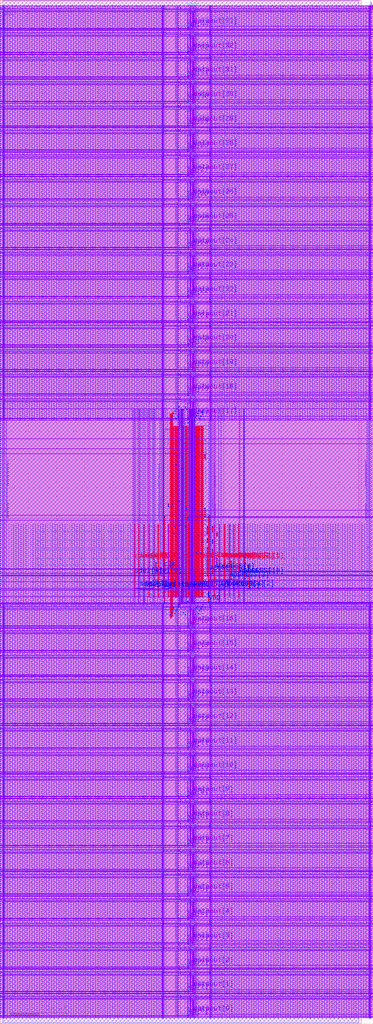
<source format=lef>
VERSION 5.8 ;
BUSBITCHARS "[]" ; 
DIVIDERCHAR "/" ; 


PROPERTYDEFINITIONS 
  MACRO CatenaDesignType STRING ; 
END PROPERTYDEFINITIONS 


MACRO srambank_128x4x34_6t122 
  CLASS BLOCK ; 
  ORIGIN 0 0 ; 
  FOREIGN srambank_128x4x34_6t122 0 0 ; 
  SIZE 64 BY 181.44 ; 
  SYMMETRY X Y ; 
  SITE coreSite ; 
  PIN VDD 
    DIRECTION INOUT ; 
    USE POWER ; 
    PORT 
      LAYER M4 ; 
        RECT 0.376 4.688 65.768 4.88 ; 
        RECT 0.376 9.008 65.768 9.2 ; 
        RECT 0.376 13.328 65.768 13.52 ; 
        RECT 0.376 17.648 65.768 17.84 ; 
        RECT 0.376 21.968 65.768 22.16 ; 
        RECT 0.376 26.288 65.768 26.48 ; 
        RECT 0.376 30.608 65.768 30.8 ; 
        RECT 0.376 34.928 65.768 35.12 ; 
        RECT 0.376 39.248 65.768 39.44 ; 
        RECT 0.376 43.568 65.768 43.76 ; 
        RECT 0.376 47.888 65.768 48.08 ; 
        RECT 0.376 52.208 65.768 52.4 ; 
        RECT 0.376 56.528 65.768 56.72 ; 
        RECT 0.376 60.848 65.768 61.04 ; 
        RECT 0.376 65.168 65.768 65.36 ; 
        RECT 0.376 69.488 65.768 69.68 ; 
        RECT 0.376 73.808 65.768 74 ; 
        RECT 14.256 75.732 51.84 76.596 ; 
        RECT 36.788 89.748 37.352 89.844 ; 
        RECT 36.264 74.612 37.316 74.708 ; 
        RECT 29.592 88.404 36.504 89.268 ; 
        RECT 29.592 101.076 36.504 101.94 ; 
        RECT 0.376 110.636 65.768 110.828 ; 
        RECT 0.376 114.956 65.768 115.148 ; 
        RECT 0.376 119.276 65.768 119.468 ; 
        RECT 0.376 123.596 65.768 123.788 ; 
        RECT 0.376 127.916 65.768 128.108 ; 
        RECT 0.376 132.236 65.768 132.428 ; 
        RECT 0.376 136.556 65.768 136.748 ; 
        RECT 0.376 140.876 65.768 141.068 ; 
        RECT 0.376 145.196 65.768 145.388 ; 
        RECT 0.376 149.516 65.768 149.708 ; 
        RECT 0.376 153.836 65.768 154.028 ; 
        RECT 0.376 158.156 65.768 158.348 ; 
        RECT 0.376 162.476 65.768 162.668 ; 
        RECT 0.376 166.796 65.768 166.988 ; 
        RECT 0.376 171.116 65.768 171.308 ; 
        RECT 0.376 175.436 65.768 175.628 ; 
        RECT 0.376 179.756 65.768 179.948 ; 
      LAYER M3 ; 
        RECT 65.576 0.866 65.648 5.506 ; 
        RECT 37.136 0.868 37.208 5.504 ; 
        RECT 31.52 1.028 31.88 5.484 ; 
        RECT 28.928 0.868 29 5.504 ; 
        RECT 0.488 0.866 0.56 5.506 ; 
        RECT 65.576 5.186 65.648 9.826 ; 
        RECT 37.136 5.188 37.208 9.824 ; 
        RECT 31.52 5.348 31.88 9.804 ; 
        RECT 28.928 5.188 29 9.824 ; 
        RECT 0.488 5.186 0.56 9.826 ; 
        RECT 65.576 9.506 65.648 14.146 ; 
        RECT 37.136 9.508 37.208 14.144 ; 
        RECT 31.52 9.668 31.88 14.124 ; 
        RECT 28.928 9.508 29 14.144 ; 
        RECT 0.488 9.506 0.56 14.146 ; 
        RECT 65.576 13.826 65.648 18.466 ; 
        RECT 37.136 13.828 37.208 18.464 ; 
        RECT 31.52 13.988 31.88 18.444 ; 
        RECT 28.928 13.828 29 18.464 ; 
        RECT 0.488 13.826 0.56 18.466 ; 
        RECT 65.576 18.146 65.648 22.786 ; 
        RECT 37.136 18.148 37.208 22.784 ; 
        RECT 31.52 18.308 31.88 22.764 ; 
        RECT 28.928 18.148 29 22.784 ; 
        RECT 0.488 18.146 0.56 22.786 ; 
        RECT 65.576 22.466 65.648 27.106 ; 
        RECT 37.136 22.468 37.208 27.104 ; 
        RECT 31.52 22.628 31.88 27.084 ; 
        RECT 28.928 22.468 29 27.104 ; 
        RECT 0.488 22.466 0.56 27.106 ; 
        RECT 65.576 26.786 65.648 31.426 ; 
        RECT 37.136 26.788 37.208 31.424 ; 
        RECT 31.52 26.948 31.88 31.404 ; 
        RECT 28.928 26.788 29 31.424 ; 
        RECT 0.488 26.786 0.56 31.426 ; 
        RECT 65.576 31.106 65.648 35.746 ; 
        RECT 37.136 31.108 37.208 35.744 ; 
        RECT 31.52 31.268 31.88 35.724 ; 
        RECT 28.928 31.108 29 35.744 ; 
        RECT 0.488 31.106 0.56 35.746 ; 
        RECT 65.576 35.426 65.648 40.066 ; 
        RECT 37.136 35.428 37.208 40.064 ; 
        RECT 31.52 35.588 31.88 40.044 ; 
        RECT 28.928 35.428 29 40.064 ; 
        RECT 0.488 35.426 0.56 40.066 ; 
        RECT 65.576 39.746 65.648 44.386 ; 
        RECT 37.136 39.748 37.208 44.384 ; 
        RECT 31.52 39.908 31.88 44.364 ; 
        RECT 28.928 39.748 29 44.384 ; 
        RECT 0.488 39.746 0.56 44.386 ; 
        RECT 65.576 44.066 65.648 48.706 ; 
        RECT 37.136 44.068 37.208 48.704 ; 
        RECT 31.52 44.228 31.88 48.684 ; 
        RECT 28.928 44.068 29 48.704 ; 
        RECT 0.488 44.066 0.56 48.706 ; 
        RECT 65.576 48.386 65.648 53.026 ; 
        RECT 37.136 48.388 37.208 53.024 ; 
        RECT 31.52 48.548 31.88 53.004 ; 
        RECT 28.928 48.388 29 53.024 ; 
        RECT 0.488 48.386 0.56 53.026 ; 
        RECT 65.576 52.706 65.648 57.346 ; 
        RECT 37.136 52.708 37.208 57.344 ; 
        RECT 31.52 52.868 31.88 57.324 ; 
        RECT 28.928 52.708 29 57.344 ; 
        RECT 0.488 52.706 0.56 57.346 ; 
        RECT 65.576 57.026 65.648 61.666 ; 
        RECT 37.136 57.028 37.208 61.664 ; 
        RECT 31.52 57.188 31.88 61.644 ; 
        RECT 28.928 57.028 29 61.664 ; 
        RECT 0.488 57.026 0.56 61.666 ; 
        RECT 65.576 61.346 65.648 65.986 ; 
        RECT 37.136 61.348 37.208 65.984 ; 
        RECT 31.52 61.508 31.88 65.964 ; 
        RECT 28.928 61.348 29 65.984 ; 
        RECT 0.488 61.346 0.56 65.986 ; 
        RECT 65.576 65.666 65.648 70.306 ; 
        RECT 37.136 65.668 37.208 70.304 ; 
        RECT 31.52 65.828 31.88 70.284 ; 
        RECT 28.928 65.668 29 70.304 ; 
        RECT 0.488 65.666 0.56 70.306 ; 
        RECT 65.576 69.986 65.648 74.626 ; 
        RECT 37.136 69.988 37.208 74.624 ; 
        RECT 31.52 70.148 31.88 74.604 ; 
        RECT 28.928 69.988 29 74.624 ; 
        RECT 0.488 69.986 0.56 74.626 ; 
        RECT 65.556 74.282 65.628 107.11 ; 
        RECT 37.188 89.56 37.26 106.954 ; 
        RECT 37.116 74.414 37.188 74.966 ; 
        RECT 31.644 75.576 32.58 105.908 ; 
        RECT 31.5 105.576 31.86 107.08 ; 
        RECT 31.5 74.44 31.86 75.944 ; 
        RECT 0.468 74.282 0.54 107.11 ; 
        RECT 65.576 106.814 65.648 111.454 ; 
        RECT 37.136 106.816 37.208 111.452 ; 
        RECT 31.52 106.976 31.88 111.432 ; 
        RECT 28.928 106.816 29 111.452 ; 
        RECT 0.488 106.814 0.56 111.454 ; 
        RECT 65.576 111.134 65.648 115.774 ; 
        RECT 37.136 111.136 37.208 115.772 ; 
        RECT 31.52 111.296 31.88 115.752 ; 
        RECT 28.928 111.136 29 115.772 ; 
        RECT 0.488 111.134 0.56 115.774 ; 
        RECT 65.576 115.454 65.648 120.094 ; 
        RECT 37.136 115.456 37.208 120.092 ; 
        RECT 31.52 115.616 31.88 120.072 ; 
        RECT 28.928 115.456 29 120.092 ; 
        RECT 0.488 115.454 0.56 120.094 ; 
        RECT 65.576 119.774 65.648 124.414 ; 
        RECT 37.136 119.776 37.208 124.412 ; 
        RECT 31.52 119.936 31.88 124.392 ; 
        RECT 28.928 119.776 29 124.412 ; 
        RECT 0.488 119.774 0.56 124.414 ; 
        RECT 65.576 124.094 65.648 128.734 ; 
        RECT 37.136 124.096 37.208 128.732 ; 
        RECT 31.52 124.256 31.88 128.712 ; 
        RECT 28.928 124.096 29 128.732 ; 
        RECT 0.488 124.094 0.56 128.734 ; 
        RECT 65.576 128.414 65.648 133.054 ; 
        RECT 37.136 128.416 37.208 133.052 ; 
        RECT 31.52 128.576 31.88 133.032 ; 
        RECT 28.928 128.416 29 133.052 ; 
        RECT 0.488 128.414 0.56 133.054 ; 
        RECT 65.576 132.734 65.648 137.374 ; 
        RECT 37.136 132.736 37.208 137.372 ; 
        RECT 31.52 132.896 31.88 137.352 ; 
        RECT 28.928 132.736 29 137.372 ; 
        RECT 0.488 132.734 0.56 137.374 ; 
        RECT 65.576 137.054 65.648 141.694 ; 
        RECT 37.136 137.056 37.208 141.692 ; 
        RECT 31.52 137.216 31.88 141.672 ; 
        RECT 28.928 137.056 29 141.692 ; 
        RECT 0.488 137.054 0.56 141.694 ; 
        RECT 65.576 141.374 65.648 146.014 ; 
        RECT 37.136 141.376 37.208 146.012 ; 
        RECT 31.52 141.536 31.88 145.992 ; 
        RECT 28.928 141.376 29 146.012 ; 
        RECT 0.488 141.374 0.56 146.014 ; 
        RECT 65.576 145.694 65.648 150.334 ; 
        RECT 37.136 145.696 37.208 150.332 ; 
        RECT 31.52 145.856 31.88 150.312 ; 
        RECT 28.928 145.696 29 150.332 ; 
        RECT 0.488 145.694 0.56 150.334 ; 
        RECT 65.576 150.014 65.648 154.654 ; 
        RECT 37.136 150.016 37.208 154.652 ; 
        RECT 31.52 150.176 31.88 154.632 ; 
        RECT 28.928 150.016 29 154.652 ; 
        RECT 0.488 150.014 0.56 154.654 ; 
        RECT 65.576 154.334 65.648 158.974 ; 
        RECT 37.136 154.336 37.208 158.972 ; 
        RECT 31.52 154.496 31.88 158.952 ; 
        RECT 28.928 154.336 29 158.972 ; 
        RECT 0.488 154.334 0.56 158.974 ; 
        RECT 65.576 158.654 65.648 163.294 ; 
        RECT 37.136 158.656 37.208 163.292 ; 
        RECT 31.52 158.816 31.88 163.272 ; 
        RECT 28.928 158.656 29 163.292 ; 
        RECT 0.488 158.654 0.56 163.294 ; 
        RECT 65.576 162.974 65.648 167.614 ; 
        RECT 37.136 162.976 37.208 167.612 ; 
        RECT 31.52 163.136 31.88 167.592 ; 
        RECT 28.928 162.976 29 167.612 ; 
        RECT 0.488 162.974 0.56 167.614 ; 
        RECT 65.576 167.294 65.648 171.934 ; 
        RECT 37.136 167.296 37.208 171.932 ; 
        RECT 31.52 167.456 31.88 171.912 ; 
        RECT 28.928 167.296 29 171.932 ; 
        RECT 0.488 167.294 0.56 171.934 ; 
        RECT 65.576 171.614 65.648 176.254 ; 
        RECT 37.136 171.616 37.208 176.252 ; 
        RECT 31.52 171.776 31.88 176.232 ; 
        RECT 28.928 171.616 29 176.252 ; 
        RECT 0.488 171.614 0.56 176.254 ; 
        RECT 65.576 175.934 65.648 180.574 ; 
        RECT 37.136 175.936 37.208 180.572 ; 
        RECT 31.52 176.096 31.88 180.552 ; 
        RECT 28.928 175.936 29 180.572 ; 
        RECT 0.488 175.934 0.56 180.574 ; 
      LAYER V3 ; 
        RECT 0.488 4.688 0.56 4.88 ; 
        RECT 28.928 4.688 29 4.88 ; 
        RECT 31.52 4.688 31.88 4.88 ; 
        RECT 37.136 4.688 37.208 4.88 ; 
        RECT 65.576 4.688 65.648 4.88 ; 
        RECT 0.488 9.008 0.56 9.2 ; 
        RECT 28.928 9.008 29 9.2 ; 
        RECT 31.52 9.008 31.88 9.2 ; 
        RECT 37.136 9.008 37.208 9.2 ; 
        RECT 65.576 9.008 65.648 9.2 ; 
        RECT 0.488 13.328 0.56 13.52 ; 
        RECT 28.928 13.328 29 13.52 ; 
        RECT 31.52 13.328 31.88 13.52 ; 
        RECT 37.136 13.328 37.208 13.52 ; 
        RECT 65.576 13.328 65.648 13.52 ; 
        RECT 0.488 17.648 0.56 17.84 ; 
        RECT 28.928 17.648 29 17.84 ; 
        RECT 31.52 17.648 31.88 17.84 ; 
        RECT 37.136 17.648 37.208 17.84 ; 
        RECT 65.576 17.648 65.648 17.84 ; 
        RECT 0.488 21.968 0.56 22.16 ; 
        RECT 28.928 21.968 29 22.16 ; 
        RECT 31.52 21.968 31.88 22.16 ; 
        RECT 37.136 21.968 37.208 22.16 ; 
        RECT 65.576 21.968 65.648 22.16 ; 
        RECT 0.488 26.288 0.56 26.48 ; 
        RECT 28.928 26.288 29 26.48 ; 
        RECT 31.52 26.288 31.88 26.48 ; 
        RECT 37.136 26.288 37.208 26.48 ; 
        RECT 65.576 26.288 65.648 26.48 ; 
        RECT 0.488 30.608 0.56 30.8 ; 
        RECT 28.928 30.608 29 30.8 ; 
        RECT 31.52 30.608 31.88 30.8 ; 
        RECT 37.136 30.608 37.208 30.8 ; 
        RECT 65.576 30.608 65.648 30.8 ; 
        RECT 0.488 34.928 0.56 35.12 ; 
        RECT 28.928 34.928 29 35.12 ; 
        RECT 31.52 34.928 31.88 35.12 ; 
        RECT 37.136 34.928 37.208 35.12 ; 
        RECT 65.576 34.928 65.648 35.12 ; 
        RECT 0.488 39.248 0.56 39.44 ; 
        RECT 28.928 39.248 29 39.44 ; 
        RECT 31.52 39.248 31.88 39.44 ; 
        RECT 37.136 39.248 37.208 39.44 ; 
        RECT 65.576 39.248 65.648 39.44 ; 
        RECT 0.488 43.568 0.56 43.76 ; 
        RECT 28.928 43.568 29 43.76 ; 
        RECT 31.52 43.568 31.88 43.76 ; 
        RECT 37.136 43.568 37.208 43.76 ; 
        RECT 65.576 43.568 65.648 43.76 ; 
        RECT 0.488 47.888 0.56 48.08 ; 
        RECT 28.928 47.888 29 48.08 ; 
        RECT 31.52 47.888 31.88 48.08 ; 
        RECT 37.136 47.888 37.208 48.08 ; 
        RECT 65.576 47.888 65.648 48.08 ; 
        RECT 0.488 52.208 0.56 52.4 ; 
        RECT 28.928 52.208 29 52.4 ; 
        RECT 31.52 52.208 31.88 52.4 ; 
        RECT 37.136 52.208 37.208 52.4 ; 
        RECT 65.576 52.208 65.648 52.4 ; 
        RECT 0.488 56.528 0.56 56.72 ; 
        RECT 28.928 56.528 29 56.72 ; 
        RECT 31.52 56.528 31.88 56.72 ; 
        RECT 37.136 56.528 37.208 56.72 ; 
        RECT 65.576 56.528 65.648 56.72 ; 
        RECT 0.488 60.848 0.56 61.04 ; 
        RECT 28.928 60.848 29 61.04 ; 
        RECT 31.52 60.848 31.88 61.04 ; 
        RECT 37.136 60.848 37.208 61.04 ; 
        RECT 65.576 60.848 65.648 61.04 ; 
        RECT 0.488 65.168 0.56 65.36 ; 
        RECT 28.928 65.168 29 65.36 ; 
        RECT 31.52 65.168 31.88 65.36 ; 
        RECT 37.136 65.168 37.208 65.36 ; 
        RECT 65.576 65.168 65.648 65.36 ; 
        RECT 0.488 69.488 0.56 69.68 ; 
        RECT 28.928 69.488 29 69.68 ; 
        RECT 31.52 69.488 31.88 69.68 ; 
        RECT 37.136 69.488 37.208 69.68 ; 
        RECT 65.576 69.488 65.648 69.68 ; 
        RECT 0.488 73.808 0.56 74 ; 
        RECT 28.928 73.808 29 74 ; 
        RECT 31.52 73.808 31.88 74 ; 
        RECT 37.136 73.808 37.208 74 ; 
        RECT 65.576 73.808 65.648 74 ; 
        RECT 31.66 101.076 31.732 101.94 ; 
        RECT 31.66 88.404 31.732 89.268 ; 
        RECT 31.66 75.732 31.732 76.596 ; 
        RECT 31.868 101.076 31.94 101.94 ; 
        RECT 31.868 88.404 31.94 89.268 ; 
        RECT 31.868 75.732 31.94 76.596 ; 
        RECT 32.076 101.076 32.148 101.94 ; 
        RECT 32.076 88.404 32.148 89.268 ; 
        RECT 32.076 75.732 32.148 76.596 ; 
        RECT 32.284 101.076 32.356 101.94 ; 
        RECT 32.284 88.404 32.356 89.268 ; 
        RECT 32.284 75.732 32.356 76.596 ; 
        RECT 32.492 101.076 32.564 101.94 ; 
        RECT 32.492 88.404 32.564 89.268 ; 
        RECT 32.492 75.732 32.564 76.596 ; 
        RECT 37.116 74.612 37.188 74.708 ; 
        RECT 37.188 89.748 37.26 89.844 ; 
        RECT 0.488 110.636 0.56 110.828 ; 
        RECT 28.928 110.636 29 110.828 ; 
        RECT 31.52 110.636 31.88 110.828 ; 
        RECT 37.136 110.636 37.208 110.828 ; 
        RECT 65.576 110.636 65.648 110.828 ; 
        RECT 0.488 114.956 0.56 115.148 ; 
        RECT 28.928 114.956 29 115.148 ; 
        RECT 31.52 114.956 31.88 115.148 ; 
        RECT 37.136 114.956 37.208 115.148 ; 
        RECT 65.576 114.956 65.648 115.148 ; 
        RECT 0.488 119.276 0.56 119.468 ; 
        RECT 28.928 119.276 29 119.468 ; 
        RECT 31.52 119.276 31.88 119.468 ; 
        RECT 37.136 119.276 37.208 119.468 ; 
        RECT 65.576 119.276 65.648 119.468 ; 
        RECT 0.488 123.596 0.56 123.788 ; 
        RECT 28.928 123.596 29 123.788 ; 
        RECT 31.52 123.596 31.88 123.788 ; 
        RECT 37.136 123.596 37.208 123.788 ; 
        RECT 65.576 123.596 65.648 123.788 ; 
        RECT 0.488 127.916 0.56 128.108 ; 
        RECT 28.928 127.916 29 128.108 ; 
        RECT 31.52 127.916 31.88 128.108 ; 
        RECT 37.136 127.916 37.208 128.108 ; 
        RECT 65.576 127.916 65.648 128.108 ; 
        RECT 0.488 132.236 0.56 132.428 ; 
        RECT 28.928 132.236 29 132.428 ; 
        RECT 31.52 132.236 31.88 132.428 ; 
        RECT 37.136 132.236 37.208 132.428 ; 
        RECT 65.576 132.236 65.648 132.428 ; 
        RECT 0.488 136.556 0.56 136.748 ; 
        RECT 28.928 136.556 29 136.748 ; 
        RECT 31.52 136.556 31.88 136.748 ; 
        RECT 37.136 136.556 37.208 136.748 ; 
        RECT 65.576 136.556 65.648 136.748 ; 
        RECT 0.488 140.876 0.56 141.068 ; 
        RECT 28.928 140.876 29 141.068 ; 
        RECT 31.52 140.876 31.88 141.068 ; 
        RECT 37.136 140.876 37.208 141.068 ; 
        RECT 65.576 140.876 65.648 141.068 ; 
        RECT 0.488 145.196 0.56 145.388 ; 
        RECT 28.928 145.196 29 145.388 ; 
        RECT 31.52 145.196 31.88 145.388 ; 
        RECT 37.136 145.196 37.208 145.388 ; 
        RECT 65.576 145.196 65.648 145.388 ; 
        RECT 0.488 149.516 0.56 149.708 ; 
        RECT 28.928 149.516 29 149.708 ; 
        RECT 31.52 149.516 31.88 149.708 ; 
        RECT 37.136 149.516 37.208 149.708 ; 
        RECT 65.576 149.516 65.648 149.708 ; 
        RECT 0.488 153.836 0.56 154.028 ; 
        RECT 28.928 153.836 29 154.028 ; 
        RECT 31.52 153.836 31.88 154.028 ; 
        RECT 37.136 153.836 37.208 154.028 ; 
        RECT 65.576 153.836 65.648 154.028 ; 
        RECT 0.488 158.156 0.56 158.348 ; 
        RECT 28.928 158.156 29 158.348 ; 
        RECT 31.52 158.156 31.88 158.348 ; 
        RECT 37.136 158.156 37.208 158.348 ; 
        RECT 65.576 158.156 65.648 158.348 ; 
        RECT 0.488 162.476 0.56 162.668 ; 
        RECT 28.928 162.476 29 162.668 ; 
        RECT 31.52 162.476 31.88 162.668 ; 
        RECT 37.136 162.476 37.208 162.668 ; 
        RECT 65.576 162.476 65.648 162.668 ; 
        RECT 0.488 166.796 0.56 166.988 ; 
        RECT 28.928 166.796 29 166.988 ; 
        RECT 31.52 166.796 31.88 166.988 ; 
        RECT 37.136 166.796 37.208 166.988 ; 
        RECT 65.576 166.796 65.648 166.988 ; 
        RECT 0.488 171.116 0.56 171.308 ; 
        RECT 28.928 171.116 29 171.308 ; 
        RECT 31.52 171.116 31.88 171.308 ; 
        RECT 37.136 171.116 37.208 171.308 ; 
        RECT 65.576 171.116 65.648 171.308 ; 
        RECT 0.488 175.436 0.56 175.628 ; 
        RECT 28.928 175.436 29 175.628 ; 
        RECT 31.52 175.436 31.88 175.628 ; 
        RECT 37.136 175.436 37.208 175.628 ; 
        RECT 65.576 175.436 65.648 175.628 ; 
        RECT 0.488 179.756 0.56 179.948 ; 
        RECT 28.928 179.756 29 179.948 ; 
        RECT 31.52 179.756 31.88 179.948 ; 
        RECT 37.136 179.756 37.208 179.948 ; 
        RECT 65.576 179.756 65.648 179.948 ; 
      LAYER M5 ; 
        RECT 36.864 74.54 36.96 89.916 ; 
      LAYER V4 ; 
        RECT 36.864 89.748 36.96 89.844 ; 
        RECT 36.864 75.732 36.96 76.596 ; 
        RECT 36.864 74.612 36.96 74.708 ; 
    END 
  END VDD 
  PIN VSS 
    DIRECTION INOUT ; 
    USE POWER ; 
    PORT 
      LAYER M4 ; 
        RECT 0.376 4.304 65.748 4.496 ; 
        RECT 0.376 8.624 65.748 8.816 ; 
        RECT 0.376 12.944 65.748 13.136 ; 
        RECT 0.376 17.264 65.748 17.456 ; 
        RECT 0.376 21.584 65.748 21.776 ; 
        RECT 0.376 25.904 65.748 26.096 ; 
        RECT 0.376 30.224 65.748 30.416 ; 
        RECT 0.376 34.544 65.748 34.736 ; 
        RECT 0.376 38.864 65.748 39.056 ; 
        RECT 0.376 43.184 65.748 43.376 ; 
        RECT 0.376 47.504 65.748 47.696 ; 
        RECT 0.376 51.824 65.748 52.016 ; 
        RECT 0.376 56.144 65.748 56.336 ; 
        RECT 0.376 60.464 65.748 60.656 ; 
        RECT 0.376 64.784 65.748 64.976 ; 
        RECT 0.376 69.104 65.748 69.296 ; 
        RECT 0.376 73.424 65.748 73.616 ; 
        RECT 14.256 77.46 51.84 78.324 ; 
        RECT 29.592 90.132 36.504 90.996 ; 
        RECT 29.592 102.804 36.504 103.668 ; 
        RECT 0.376 110.252 65.748 110.444 ; 
        RECT 0.376 114.572 65.748 114.764 ; 
        RECT 0.376 118.892 65.748 119.084 ; 
        RECT 0.376 123.212 65.748 123.404 ; 
        RECT 0.376 127.532 65.748 127.724 ; 
        RECT 0.376 131.852 65.748 132.044 ; 
        RECT 0.376 136.172 65.748 136.364 ; 
        RECT 0.376 140.492 65.748 140.684 ; 
        RECT 0.376 144.812 65.748 145.004 ; 
        RECT 0.376 149.132 65.748 149.324 ; 
        RECT 0.376 153.452 65.748 153.644 ; 
        RECT 0.376 157.772 65.748 157.964 ; 
        RECT 0.376 162.092 65.748 162.284 ; 
        RECT 0.376 166.412 65.748 166.604 ; 
        RECT 0.376 170.732 65.748 170.924 ; 
        RECT 0.376 175.052 65.748 175.244 ; 
        RECT 0.376 179.372 65.748 179.564 ; 
      LAYER M3 ; 
        RECT 65.432 0.866 65.504 5.506 ; 
        RECT 37.352 0.866 37.424 5.506 ; 
        RECT 34.292 1.012 34.436 5.468 ; 
        RECT 33.68 1.012 33.788 5.468 ; 
        RECT 28.712 0.866 28.784 5.506 ; 
        RECT 0.632 0.866 0.704 5.506 ; 
        RECT 65.432 5.186 65.504 9.826 ; 
        RECT 37.352 5.186 37.424 9.826 ; 
        RECT 34.292 5.332 34.436 9.788 ; 
        RECT 33.68 5.332 33.788 9.788 ; 
        RECT 28.712 5.186 28.784 9.826 ; 
        RECT 0.632 5.186 0.704 9.826 ; 
        RECT 65.432 9.506 65.504 14.146 ; 
        RECT 37.352 9.506 37.424 14.146 ; 
        RECT 34.292 9.652 34.436 14.108 ; 
        RECT 33.68 9.652 33.788 14.108 ; 
        RECT 28.712 9.506 28.784 14.146 ; 
        RECT 0.632 9.506 0.704 14.146 ; 
        RECT 65.432 13.826 65.504 18.466 ; 
        RECT 37.352 13.826 37.424 18.466 ; 
        RECT 34.292 13.972 34.436 18.428 ; 
        RECT 33.68 13.972 33.788 18.428 ; 
        RECT 28.712 13.826 28.784 18.466 ; 
        RECT 0.632 13.826 0.704 18.466 ; 
        RECT 65.432 18.146 65.504 22.786 ; 
        RECT 37.352 18.146 37.424 22.786 ; 
        RECT 34.292 18.292 34.436 22.748 ; 
        RECT 33.68 18.292 33.788 22.748 ; 
        RECT 28.712 18.146 28.784 22.786 ; 
        RECT 0.632 18.146 0.704 22.786 ; 
        RECT 65.432 22.466 65.504 27.106 ; 
        RECT 37.352 22.466 37.424 27.106 ; 
        RECT 34.292 22.612 34.436 27.068 ; 
        RECT 33.68 22.612 33.788 27.068 ; 
        RECT 28.712 22.466 28.784 27.106 ; 
        RECT 0.632 22.466 0.704 27.106 ; 
        RECT 65.432 26.786 65.504 31.426 ; 
        RECT 37.352 26.786 37.424 31.426 ; 
        RECT 34.292 26.932 34.436 31.388 ; 
        RECT 33.68 26.932 33.788 31.388 ; 
        RECT 28.712 26.786 28.784 31.426 ; 
        RECT 0.632 26.786 0.704 31.426 ; 
        RECT 65.432 31.106 65.504 35.746 ; 
        RECT 37.352 31.106 37.424 35.746 ; 
        RECT 34.292 31.252 34.436 35.708 ; 
        RECT 33.68 31.252 33.788 35.708 ; 
        RECT 28.712 31.106 28.784 35.746 ; 
        RECT 0.632 31.106 0.704 35.746 ; 
        RECT 65.432 35.426 65.504 40.066 ; 
        RECT 37.352 35.426 37.424 40.066 ; 
        RECT 34.292 35.572 34.436 40.028 ; 
        RECT 33.68 35.572 33.788 40.028 ; 
        RECT 28.712 35.426 28.784 40.066 ; 
        RECT 0.632 35.426 0.704 40.066 ; 
        RECT 65.432 39.746 65.504 44.386 ; 
        RECT 37.352 39.746 37.424 44.386 ; 
        RECT 34.292 39.892 34.436 44.348 ; 
        RECT 33.68 39.892 33.788 44.348 ; 
        RECT 28.712 39.746 28.784 44.386 ; 
        RECT 0.632 39.746 0.704 44.386 ; 
        RECT 65.432 44.066 65.504 48.706 ; 
        RECT 37.352 44.066 37.424 48.706 ; 
        RECT 34.292 44.212 34.436 48.668 ; 
        RECT 33.68 44.212 33.788 48.668 ; 
        RECT 28.712 44.066 28.784 48.706 ; 
        RECT 0.632 44.066 0.704 48.706 ; 
        RECT 65.432 48.386 65.504 53.026 ; 
        RECT 37.352 48.386 37.424 53.026 ; 
        RECT 34.292 48.532 34.436 52.988 ; 
        RECT 33.68 48.532 33.788 52.988 ; 
        RECT 28.712 48.386 28.784 53.026 ; 
        RECT 0.632 48.386 0.704 53.026 ; 
        RECT 65.432 52.706 65.504 57.346 ; 
        RECT 37.352 52.706 37.424 57.346 ; 
        RECT 34.292 52.852 34.436 57.308 ; 
        RECT 33.68 52.852 33.788 57.308 ; 
        RECT 28.712 52.706 28.784 57.346 ; 
        RECT 0.632 52.706 0.704 57.346 ; 
        RECT 65.432 57.026 65.504 61.666 ; 
        RECT 37.352 57.026 37.424 61.666 ; 
        RECT 34.292 57.172 34.436 61.628 ; 
        RECT 33.68 57.172 33.788 61.628 ; 
        RECT 28.712 57.026 28.784 61.666 ; 
        RECT 0.632 57.026 0.704 61.666 ; 
        RECT 65.432 61.346 65.504 65.986 ; 
        RECT 37.352 61.346 37.424 65.986 ; 
        RECT 34.292 61.492 34.436 65.948 ; 
        RECT 33.68 61.492 33.788 65.948 ; 
        RECT 28.712 61.346 28.784 65.986 ; 
        RECT 0.632 61.346 0.704 65.986 ; 
        RECT 65.432 65.666 65.504 70.306 ; 
        RECT 37.352 65.666 37.424 70.306 ; 
        RECT 34.292 65.812 34.436 70.268 ; 
        RECT 33.68 65.812 33.788 70.268 ; 
        RECT 28.712 65.666 28.784 70.306 ; 
        RECT 0.632 65.666 0.704 70.306 ; 
        RECT 65.432 69.986 65.504 74.626 ; 
        RECT 37.352 69.986 37.424 74.626 ; 
        RECT 34.292 70.132 34.436 74.588 ; 
        RECT 33.68 70.132 33.788 74.588 ; 
        RECT 28.712 69.986 28.784 74.626 ; 
        RECT 0.632 69.986 0.704 74.626 ; 
        RECT 65.412 74.282 65.484 107.11 ; 
        RECT 37.332 74.282 37.404 107.11 ; 
        RECT 33.516 75.176 34.452 105.908 ; 
        RECT 34.272 74.458 34.416 106.936 ; 
        RECT 33.66 74.456 33.768 106.936 ; 
        RECT 28.692 74.282 28.764 107.11 ; 
        RECT 0.612 74.282 0.684 107.11 ; 
        RECT 65.432 106.814 65.504 111.454 ; 
        RECT 37.352 106.814 37.424 111.454 ; 
        RECT 34.292 106.96 34.436 111.416 ; 
        RECT 33.68 106.96 33.788 111.416 ; 
        RECT 28.712 106.814 28.784 111.454 ; 
        RECT 0.632 106.814 0.704 111.454 ; 
        RECT 65.432 111.134 65.504 115.774 ; 
        RECT 37.352 111.134 37.424 115.774 ; 
        RECT 34.292 111.28 34.436 115.736 ; 
        RECT 33.68 111.28 33.788 115.736 ; 
        RECT 28.712 111.134 28.784 115.774 ; 
        RECT 0.632 111.134 0.704 115.774 ; 
        RECT 65.432 115.454 65.504 120.094 ; 
        RECT 37.352 115.454 37.424 120.094 ; 
        RECT 34.292 115.6 34.436 120.056 ; 
        RECT 33.68 115.6 33.788 120.056 ; 
        RECT 28.712 115.454 28.784 120.094 ; 
        RECT 0.632 115.454 0.704 120.094 ; 
        RECT 65.432 119.774 65.504 124.414 ; 
        RECT 37.352 119.774 37.424 124.414 ; 
        RECT 34.292 119.92 34.436 124.376 ; 
        RECT 33.68 119.92 33.788 124.376 ; 
        RECT 28.712 119.774 28.784 124.414 ; 
        RECT 0.632 119.774 0.704 124.414 ; 
        RECT 65.432 124.094 65.504 128.734 ; 
        RECT 37.352 124.094 37.424 128.734 ; 
        RECT 34.292 124.24 34.436 128.696 ; 
        RECT 33.68 124.24 33.788 128.696 ; 
        RECT 28.712 124.094 28.784 128.734 ; 
        RECT 0.632 124.094 0.704 128.734 ; 
        RECT 65.432 128.414 65.504 133.054 ; 
        RECT 37.352 128.414 37.424 133.054 ; 
        RECT 34.292 128.56 34.436 133.016 ; 
        RECT 33.68 128.56 33.788 133.016 ; 
        RECT 28.712 128.414 28.784 133.054 ; 
        RECT 0.632 128.414 0.704 133.054 ; 
        RECT 65.432 132.734 65.504 137.374 ; 
        RECT 37.352 132.734 37.424 137.374 ; 
        RECT 34.292 132.88 34.436 137.336 ; 
        RECT 33.68 132.88 33.788 137.336 ; 
        RECT 28.712 132.734 28.784 137.374 ; 
        RECT 0.632 132.734 0.704 137.374 ; 
        RECT 65.432 137.054 65.504 141.694 ; 
        RECT 37.352 137.054 37.424 141.694 ; 
        RECT 34.292 137.2 34.436 141.656 ; 
        RECT 33.68 137.2 33.788 141.656 ; 
        RECT 28.712 137.054 28.784 141.694 ; 
        RECT 0.632 137.054 0.704 141.694 ; 
        RECT 65.432 141.374 65.504 146.014 ; 
        RECT 37.352 141.374 37.424 146.014 ; 
        RECT 34.292 141.52 34.436 145.976 ; 
        RECT 33.68 141.52 33.788 145.976 ; 
        RECT 28.712 141.374 28.784 146.014 ; 
        RECT 0.632 141.374 0.704 146.014 ; 
        RECT 65.432 145.694 65.504 150.334 ; 
        RECT 37.352 145.694 37.424 150.334 ; 
        RECT 34.292 145.84 34.436 150.296 ; 
        RECT 33.68 145.84 33.788 150.296 ; 
        RECT 28.712 145.694 28.784 150.334 ; 
        RECT 0.632 145.694 0.704 150.334 ; 
        RECT 65.432 150.014 65.504 154.654 ; 
        RECT 37.352 150.014 37.424 154.654 ; 
        RECT 34.292 150.16 34.436 154.616 ; 
        RECT 33.68 150.16 33.788 154.616 ; 
        RECT 28.712 150.014 28.784 154.654 ; 
        RECT 0.632 150.014 0.704 154.654 ; 
        RECT 65.432 154.334 65.504 158.974 ; 
        RECT 37.352 154.334 37.424 158.974 ; 
        RECT 34.292 154.48 34.436 158.936 ; 
        RECT 33.68 154.48 33.788 158.936 ; 
        RECT 28.712 154.334 28.784 158.974 ; 
        RECT 0.632 154.334 0.704 158.974 ; 
        RECT 65.432 158.654 65.504 163.294 ; 
        RECT 37.352 158.654 37.424 163.294 ; 
        RECT 34.292 158.8 34.436 163.256 ; 
        RECT 33.68 158.8 33.788 163.256 ; 
        RECT 28.712 158.654 28.784 163.294 ; 
        RECT 0.632 158.654 0.704 163.294 ; 
        RECT 65.432 162.974 65.504 167.614 ; 
        RECT 37.352 162.974 37.424 167.614 ; 
        RECT 34.292 163.12 34.436 167.576 ; 
        RECT 33.68 163.12 33.788 167.576 ; 
        RECT 28.712 162.974 28.784 167.614 ; 
        RECT 0.632 162.974 0.704 167.614 ; 
        RECT 65.432 167.294 65.504 171.934 ; 
        RECT 37.352 167.294 37.424 171.934 ; 
        RECT 34.292 167.44 34.436 171.896 ; 
        RECT 33.68 167.44 33.788 171.896 ; 
        RECT 28.712 167.294 28.784 171.934 ; 
        RECT 0.632 167.294 0.704 171.934 ; 
        RECT 65.432 171.614 65.504 176.254 ; 
        RECT 37.352 171.614 37.424 176.254 ; 
        RECT 34.292 171.76 34.436 176.216 ; 
        RECT 33.68 171.76 33.788 176.216 ; 
        RECT 28.712 171.614 28.784 176.254 ; 
        RECT 0.632 171.614 0.704 176.254 ; 
        RECT 65.432 175.934 65.504 180.574 ; 
        RECT 37.352 175.934 37.424 180.574 ; 
        RECT 34.292 176.08 34.436 180.536 ; 
        RECT 33.68 176.08 33.788 180.536 ; 
        RECT 28.712 175.934 28.784 180.574 ; 
        RECT 0.632 175.934 0.704 180.574 ; 
      LAYER V3 ; 
        RECT 0.632 4.304 0.704 4.496 ; 
        RECT 28.712 4.304 28.784 4.496 ; 
        RECT 33.68 4.304 33.788 4.496 ; 
        RECT 34.292 4.304 34.436 4.496 ; 
        RECT 37.352 4.304 37.424 4.496 ; 
        RECT 65.432 4.304 65.504 4.496 ; 
        RECT 0.632 8.624 0.704 8.816 ; 
        RECT 28.712 8.624 28.784 8.816 ; 
        RECT 33.68 8.624 33.788 8.816 ; 
        RECT 34.292 8.624 34.436 8.816 ; 
        RECT 37.352 8.624 37.424 8.816 ; 
        RECT 65.432 8.624 65.504 8.816 ; 
        RECT 0.632 12.944 0.704 13.136 ; 
        RECT 28.712 12.944 28.784 13.136 ; 
        RECT 33.68 12.944 33.788 13.136 ; 
        RECT 34.292 12.944 34.436 13.136 ; 
        RECT 37.352 12.944 37.424 13.136 ; 
        RECT 65.432 12.944 65.504 13.136 ; 
        RECT 0.632 17.264 0.704 17.456 ; 
        RECT 28.712 17.264 28.784 17.456 ; 
        RECT 33.68 17.264 33.788 17.456 ; 
        RECT 34.292 17.264 34.436 17.456 ; 
        RECT 37.352 17.264 37.424 17.456 ; 
        RECT 65.432 17.264 65.504 17.456 ; 
        RECT 0.632 21.584 0.704 21.776 ; 
        RECT 28.712 21.584 28.784 21.776 ; 
        RECT 33.68 21.584 33.788 21.776 ; 
        RECT 34.292 21.584 34.436 21.776 ; 
        RECT 37.352 21.584 37.424 21.776 ; 
        RECT 65.432 21.584 65.504 21.776 ; 
        RECT 0.632 25.904 0.704 26.096 ; 
        RECT 28.712 25.904 28.784 26.096 ; 
        RECT 33.68 25.904 33.788 26.096 ; 
        RECT 34.292 25.904 34.436 26.096 ; 
        RECT 37.352 25.904 37.424 26.096 ; 
        RECT 65.432 25.904 65.504 26.096 ; 
        RECT 0.632 30.224 0.704 30.416 ; 
        RECT 28.712 30.224 28.784 30.416 ; 
        RECT 33.68 30.224 33.788 30.416 ; 
        RECT 34.292 30.224 34.436 30.416 ; 
        RECT 37.352 30.224 37.424 30.416 ; 
        RECT 65.432 30.224 65.504 30.416 ; 
        RECT 0.632 34.544 0.704 34.736 ; 
        RECT 28.712 34.544 28.784 34.736 ; 
        RECT 33.68 34.544 33.788 34.736 ; 
        RECT 34.292 34.544 34.436 34.736 ; 
        RECT 37.352 34.544 37.424 34.736 ; 
        RECT 65.432 34.544 65.504 34.736 ; 
        RECT 0.632 38.864 0.704 39.056 ; 
        RECT 28.712 38.864 28.784 39.056 ; 
        RECT 33.68 38.864 33.788 39.056 ; 
        RECT 34.292 38.864 34.436 39.056 ; 
        RECT 37.352 38.864 37.424 39.056 ; 
        RECT 65.432 38.864 65.504 39.056 ; 
        RECT 0.632 43.184 0.704 43.376 ; 
        RECT 28.712 43.184 28.784 43.376 ; 
        RECT 33.68 43.184 33.788 43.376 ; 
        RECT 34.292 43.184 34.436 43.376 ; 
        RECT 37.352 43.184 37.424 43.376 ; 
        RECT 65.432 43.184 65.504 43.376 ; 
        RECT 0.632 47.504 0.704 47.696 ; 
        RECT 28.712 47.504 28.784 47.696 ; 
        RECT 33.68 47.504 33.788 47.696 ; 
        RECT 34.292 47.504 34.436 47.696 ; 
        RECT 37.352 47.504 37.424 47.696 ; 
        RECT 65.432 47.504 65.504 47.696 ; 
        RECT 0.632 51.824 0.704 52.016 ; 
        RECT 28.712 51.824 28.784 52.016 ; 
        RECT 33.68 51.824 33.788 52.016 ; 
        RECT 34.292 51.824 34.436 52.016 ; 
        RECT 37.352 51.824 37.424 52.016 ; 
        RECT 65.432 51.824 65.504 52.016 ; 
        RECT 0.632 56.144 0.704 56.336 ; 
        RECT 28.712 56.144 28.784 56.336 ; 
        RECT 33.68 56.144 33.788 56.336 ; 
        RECT 34.292 56.144 34.436 56.336 ; 
        RECT 37.352 56.144 37.424 56.336 ; 
        RECT 65.432 56.144 65.504 56.336 ; 
        RECT 0.632 60.464 0.704 60.656 ; 
        RECT 28.712 60.464 28.784 60.656 ; 
        RECT 33.68 60.464 33.788 60.656 ; 
        RECT 34.292 60.464 34.436 60.656 ; 
        RECT 37.352 60.464 37.424 60.656 ; 
        RECT 65.432 60.464 65.504 60.656 ; 
        RECT 0.632 64.784 0.704 64.976 ; 
        RECT 28.712 64.784 28.784 64.976 ; 
        RECT 33.68 64.784 33.788 64.976 ; 
        RECT 34.292 64.784 34.436 64.976 ; 
        RECT 37.352 64.784 37.424 64.976 ; 
        RECT 65.432 64.784 65.504 64.976 ; 
        RECT 0.632 69.104 0.704 69.296 ; 
        RECT 28.712 69.104 28.784 69.296 ; 
        RECT 33.68 69.104 33.788 69.296 ; 
        RECT 34.292 69.104 34.436 69.296 ; 
        RECT 37.352 69.104 37.424 69.296 ; 
        RECT 65.432 69.104 65.504 69.296 ; 
        RECT 0.632 73.424 0.704 73.616 ; 
        RECT 28.712 73.424 28.784 73.616 ; 
        RECT 33.68 73.424 33.788 73.616 ; 
        RECT 34.292 73.424 34.436 73.616 ; 
        RECT 37.352 73.424 37.424 73.616 ; 
        RECT 65.432 73.424 65.504 73.616 ; 
        RECT 33.532 102.804 33.604 103.668 ; 
        RECT 33.532 90.132 33.604 90.996 ; 
        RECT 33.532 77.46 33.604 78.324 ; 
        RECT 33.74 102.804 33.812 103.668 ; 
        RECT 33.74 90.132 33.812 90.996 ; 
        RECT 33.74 77.46 33.812 78.324 ; 
        RECT 33.948 102.804 34.02 103.668 ; 
        RECT 33.948 90.132 34.02 90.996 ; 
        RECT 33.948 77.46 34.02 78.324 ; 
        RECT 34.156 102.804 34.228 103.668 ; 
        RECT 34.156 90.132 34.228 90.996 ; 
        RECT 34.156 77.46 34.228 78.324 ; 
        RECT 34.364 102.804 34.436 103.668 ; 
        RECT 34.364 90.132 34.436 90.996 ; 
        RECT 34.364 77.46 34.436 78.324 ; 
        RECT 37.332 77.462 37.404 78.326 ; 
        RECT 0.632 110.252 0.704 110.444 ; 
        RECT 28.712 110.252 28.784 110.444 ; 
        RECT 33.68 110.252 33.788 110.444 ; 
        RECT 34.292 110.252 34.436 110.444 ; 
        RECT 37.352 110.252 37.424 110.444 ; 
        RECT 65.432 110.252 65.504 110.444 ; 
        RECT 0.632 114.572 0.704 114.764 ; 
        RECT 28.712 114.572 28.784 114.764 ; 
        RECT 33.68 114.572 33.788 114.764 ; 
        RECT 34.292 114.572 34.436 114.764 ; 
        RECT 37.352 114.572 37.424 114.764 ; 
        RECT 65.432 114.572 65.504 114.764 ; 
        RECT 0.632 118.892 0.704 119.084 ; 
        RECT 28.712 118.892 28.784 119.084 ; 
        RECT 33.68 118.892 33.788 119.084 ; 
        RECT 34.292 118.892 34.436 119.084 ; 
        RECT 37.352 118.892 37.424 119.084 ; 
        RECT 65.432 118.892 65.504 119.084 ; 
        RECT 0.632 123.212 0.704 123.404 ; 
        RECT 28.712 123.212 28.784 123.404 ; 
        RECT 33.68 123.212 33.788 123.404 ; 
        RECT 34.292 123.212 34.436 123.404 ; 
        RECT 37.352 123.212 37.424 123.404 ; 
        RECT 65.432 123.212 65.504 123.404 ; 
        RECT 0.632 127.532 0.704 127.724 ; 
        RECT 28.712 127.532 28.784 127.724 ; 
        RECT 33.68 127.532 33.788 127.724 ; 
        RECT 34.292 127.532 34.436 127.724 ; 
        RECT 37.352 127.532 37.424 127.724 ; 
        RECT 65.432 127.532 65.504 127.724 ; 
        RECT 0.632 131.852 0.704 132.044 ; 
        RECT 28.712 131.852 28.784 132.044 ; 
        RECT 33.68 131.852 33.788 132.044 ; 
        RECT 34.292 131.852 34.436 132.044 ; 
        RECT 37.352 131.852 37.424 132.044 ; 
        RECT 65.432 131.852 65.504 132.044 ; 
        RECT 0.632 136.172 0.704 136.364 ; 
        RECT 28.712 136.172 28.784 136.364 ; 
        RECT 33.68 136.172 33.788 136.364 ; 
        RECT 34.292 136.172 34.436 136.364 ; 
        RECT 37.352 136.172 37.424 136.364 ; 
        RECT 65.432 136.172 65.504 136.364 ; 
        RECT 0.632 140.492 0.704 140.684 ; 
        RECT 28.712 140.492 28.784 140.684 ; 
        RECT 33.68 140.492 33.788 140.684 ; 
        RECT 34.292 140.492 34.436 140.684 ; 
        RECT 37.352 140.492 37.424 140.684 ; 
        RECT 65.432 140.492 65.504 140.684 ; 
        RECT 0.632 144.812 0.704 145.004 ; 
        RECT 28.712 144.812 28.784 145.004 ; 
        RECT 33.68 144.812 33.788 145.004 ; 
        RECT 34.292 144.812 34.436 145.004 ; 
        RECT 37.352 144.812 37.424 145.004 ; 
        RECT 65.432 144.812 65.504 145.004 ; 
        RECT 0.632 149.132 0.704 149.324 ; 
        RECT 28.712 149.132 28.784 149.324 ; 
        RECT 33.68 149.132 33.788 149.324 ; 
        RECT 34.292 149.132 34.436 149.324 ; 
        RECT 37.352 149.132 37.424 149.324 ; 
        RECT 65.432 149.132 65.504 149.324 ; 
        RECT 0.632 153.452 0.704 153.644 ; 
        RECT 28.712 153.452 28.784 153.644 ; 
        RECT 33.68 153.452 33.788 153.644 ; 
        RECT 34.292 153.452 34.436 153.644 ; 
        RECT 37.352 153.452 37.424 153.644 ; 
        RECT 65.432 153.452 65.504 153.644 ; 
        RECT 0.632 157.772 0.704 157.964 ; 
        RECT 28.712 157.772 28.784 157.964 ; 
        RECT 33.68 157.772 33.788 157.964 ; 
        RECT 34.292 157.772 34.436 157.964 ; 
        RECT 37.352 157.772 37.424 157.964 ; 
        RECT 65.432 157.772 65.504 157.964 ; 
        RECT 0.632 162.092 0.704 162.284 ; 
        RECT 28.712 162.092 28.784 162.284 ; 
        RECT 33.68 162.092 33.788 162.284 ; 
        RECT 34.292 162.092 34.436 162.284 ; 
        RECT 37.352 162.092 37.424 162.284 ; 
        RECT 65.432 162.092 65.504 162.284 ; 
        RECT 0.632 166.412 0.704 166.604 ; 
        RECT 28.712 166.412 28.784 166.604 ; 
        RECT 33.68 166.412 33.788 166.604 ; 
        RECT 34.292 166.412 34.436 166.604 ; 
        RECT 37.352 166.412 37.424 166.604 ; 
        RECT 65.432 166.412 65.504 166.604 ; 
        RECT 0.632 170.732 0.704 170.924 ; 
        RECT 28.712 170.732 28.784 170.924 ; 
        RECT 33.68 170.732 33.788 170.924 ; 
        RECT 34.292 170.732 34.436 170.924 ; 
        RECT 37.352 170.732 37.424 170.924 ; 
        RECT 65.432 170.732 65.504 170.924 ; 
        RECT 0.632 175.052 0.704 175.244 ; 
        RECT 28.712 175.052 28.784 175.244 ; 
        RECT 33.68 175.052 33.788 175.244 ; 
        RECT 34.292 175.052 34.436 175.244 ; 
        RECT 37.352 175.052 37.424 175.244 ; 
        RECT 65.432 175.052 65.504 175.244 ; 
        RECT 0.632 179.372 0.704 179.564 ; 
        RECT 28.712 179.372 28.784 179.564 ; 
        RECT 33.68 179.372 33.788 179.564 ; 
        RECT 34.292 179.372 34.436 179.564 ; 
        RECT 37.352 179.372 37.424 179.564 ; 
        RECT 65.432 179.372 65.504 179.564 ; 
    END 
  END VSS 
  PIN ADDRESS[0] 
    DIRECTION INPUT ; 
    USE SIGNAL ; 
    PORT 
      LAYER M3 ; 
        RECT 43.164 79.348 43.236 79.496 ; 
      LAYER M4 ; 
        RECT 42.956 79.38 43.292 79.476 ; 
      LAYER M5 ; 
        RECT 43.152 75.576 43.248 88.536 ; 
      LAYER V3 ; 
        RECT 43.164 79.38 43.236 79.476 ; 
      LAYER V4 ; 
        RECT 43.152 79.38 43.248 79.476 ; 
    END 
  END ADDRESS[0] 
  PIN ADDRESS[1] 
    DIRECTION INPUT ; 
    USE SIGNAL ; 
    PORT 
      LAYER M3 ; 
        RECT 42.3 79.36 42.372 79.508 ; 
      LAYER M4 ; 
        RECT 42.092 79.38 42.428 79.476 ; 
      LAYER M5 ; 
        RECT 42.288 75.576 42.384 88.536 ; 
      LAYER V3 ; 
        RECT 42.3 79.38 42.372 79.476 ; 
      LAYER V4 ; 
        RECT 42.288 79.38 42.384 79.476 ; 
    END 
  END ADDRESS[1] 
  PIN ADDRESS[2] 
    DIRECTION INPUT ; 
    USE SIGNAL ; 
    PORT 
      LAYER M3 ; 
        RECT 41.436 77.044 41.508 77.192 ; 
      LAYER M4 ; 
        RECT 41.228 77.076 41.564 77.172 ; 
      LAYER M5 ; 
        RECT 41.424 75.576 41.52 88.536 ; 
      LAYER V3 ; 
        RECT 41.436 77.076 41.508 77.172 ; 
      LAYER V4 ; 
        RECT 41.424 77.076 41.52 77.172 ; 
    END 
  END ADDRESS[2] 
  PIN ADDRESS[3] 
    DIRECTION INPUT ; 
    USE SIGNAL ; 
    PORT 
      LAYER M3 ; 
        RECT 40.572 78.004 40.644 78.728 ; 
      LAYER M4 ; 
        RECT 40.364 78.612 40.7 78.708 ; 
      LAYER M5 ; 
        RECT 40.56 75.576 40.656 88.536 ; 
      LAYER V3 ; 
        RECT 40.572 78.612 40.644 78.708 ; 
      LAYER V4 ; 
        RECT 40.56 78.612 40.656 78.708 ; 
    END 
  END ADDRESS[3] 
  PIN ADDRESS[4] 
    DIRECTION INPUT ; 
    USE SIGNAL ; 
    PORT 
      LAYER M3 ; 
        RECT 39.708 77.056 39.78 77.324 ; 
      LAYER M4 ; 
        RECT 39.5 77.076 39.836 77.172 ; 
      LAYER M5 ; 
        RECT 39.696 75.576 39.792 88.536 ; 
      LAYER V3 ; 
        RECT 39.708 77.076 39.78 77.172 ; 
      LAYER V4 ; 
        RECT 39.696 77.076 39.792 77.172 ; 
    END 
  END ADDRESS[4] 
  PIN ADDRESS[5] 
    DIRECTION INPUT ; 
    USE SIGNAL ; 
    PORT 
      LAYER M3 ; 
        RECT 38.844 75.988 38.916 77 ; 
      LAYER M4 ; 
        RECT 38.636 76.884 38.972 76.98 ; 
      LAYER M5 ; 
        RECT 38.832 75.576 38.928 88.536 ; 
      LAYER V3 ; 
        RECT 38.844 76.884 38.916 76.98 ; 
      LAYER V4 ; 
        RECT 38.832 76.884 38.928 76.98 ; 
    END 
  END ADDRESS[5] 
  PIN ADDRESS[6] 
    DIRECTION INPUT ; 
    USE SIGNAL ; 
    PORT 
      LAYER M3 ; 
        RECT 37.98 80.128 38.052 80.276 ; 
      LAYER M4 ; 
        RECT 37.772 80.148 38.108 80.244 ; 
      LAYER M5 ; 
        RECT 37.968 75.576 38.064 88.536 ; 
      LAYER V3 ; 
        RECT 37.98 80.148 38.052 80.244 ; 
      LAYER V4 ; 
        RECT 37.968 80.148 38.064 80.244 ; 
    END 
  END ADDRESS[6] 
  PIN ADDRESS[7] 
    DIRECTION INPUT ; 
    USE SIGNAL ; 
    PORT 
      LAYER M3 ; 
        RECT 37.116 79.516 37.188 79.88 ; 
      LAYER M4 ; 
        RECT 36.908 79.764 37.244 79.86 ; 
      LAYER M5 ; 
        RECT 37.104 75.576 37.2 88.536 ; 
      LAYER V3 ; 
        RECT 37.116 79.764 37.188 79.86 ; 
      LAYER V4 ; 
        RECT 37.104 79.764 37.2 79.86 ; 
    END 
  END ADDRESS[7] 
  PIN ADDRESS[8] 
    DIRECTION INPUT ; 
    USE SIGNAL ; 
    PORT 
      LAYER M3 ; 
        RECT 34.524 77.056 34.596 77.324 ; 
      LAYER M4 ; 
        RECT 33.388 77.076 34.64 77.172 ; 
      LAYER M5 ; 
        RECT 33.432 75.576 33.528 88.536 ; 
      LAYER V3 ; 
        RECT 34.524 77.076 34.596 77.172 ; 
      LAYER V4 ; 
        RECT 33.432 77.076 33.528 77.172 ; 
    END 
  END ADDRESS[8] 
  PIN banksel 
    DIRECTION INPUT ; 
    USE SIGNAL ; 
    PORT 
      LAYER M3 ; 
        RECT 32.94 75.988 33.012 77 ; 
      LAYER M4 ; 
        RECT 32.092 76.884 33.056 76.98 ; 
      LAYER M5 ; 
        RECT 32.136 75.576 32.232 88.536 ; 
      LAYER V3 ; 
        RECT 32.94 76.884 33.012 76.98 ; 
      LAYER V4 ; 
        RECT 32.136 76.884 32.232 76.98 ; 
    END 
  END banksel 
  PIN write 
    DIRECTION INPUT ; 
    USE SIGNAL ; 
    PORT 
      LAYER M3 ; 
        RECT 29.772 77.056 29.844 77.324 ; 
      LAYER M4 ; 
        RECT 29.564 77.076 29.9 77.172 ; 
      LAYER M5 ; 
        RECT 29.76 75.576 29.856 88.536 ; 
      LAYER V3 ; 
        RECT 29.772 77.076 29.844 77.172 ; 
      LAYER V4 ; 
        RECT 29.76 77.076 29.856 77.172 ; 
    END 
  END write 
  PIN clk 
    DIRECTION INPUT ; 
    USE SIGNAL ; 
    PORT 
      LAYER M3 ; 
        RECT 28.908 80.512 28.98 80.708 ; 
      LAYER M4 ; 
        RECT 28.7 80.532 29.036 80.628 ; 
      LAYER M5 ; 
        RECT 28.896 75.576 28.992 88.536 ; 
      LAYER V3 ; 
        RECT 28.908 80.532 28.98 80.628 ; 
      LAYER V4 ; 
        RECT 28.896 80.532 28.992 80.628 ; 
    END 
  END clk 
  PIN read 
    DIRECTION INPUT ; 
    USE SIGNAL ; 
    PORT 
      LAYER M3 ; 
        RECT 29.052 75.988 29.124 77 ; 
      LAYER M4 ; 
        RECT 27.988 76.884 29.168 76.98 ; 
      LAYER M5 ; 
        RECT 28.032 75.576 28.128 88.536 ; 
      LAYER V3 ; 
        RECT 29.052 76.884 29.124 76.98 ; 
      LAYER V4 ; 
        RECT 28.032 76.884 28.128 76.98 ; 
    END 
  END read 
  PIN sdel[0] 
    DIRECTION INPUT ; 
    USE SIGNAL ; 
    PORT 
      LAYER M3 ; 
        RECT 27.18 79.348 27.252 79.496 ; 
      LAYER M4 ; 
        RECT 26.972 79.38 27.308 79.476 ; 
      LAYER M5 ; 
        RECT 27.168 75.576 27.264 88.536 ; 
      LAYER V3 ; 
        RECT 27.18 79.38 27.252 79.476 ; 
      LAYER V4 ; 
        RECT 27.168 79.38 27.264 79.476 ; 
    END 
  END sdel[0] 
  PIN sdel[1] 
    DIRECTION INPUT ; 
    USE SIGNAL ; 
    PORT 
      LAYER M3 ; 
        RECT 26.316 77.056 26.388 77.972 ; 
      LAYER M4 ; 
        RECT 26.108 77.076 26.444 77.172 ; 
      LAYER M5 ; 
        RECT 26.304 75.576 26.4 88.536 ; 
      LAYER V3 ; 
        RECT 26.316 77.076 26.388 77.172 ; 
      LAYER V4 ; 
        RECT 26.304 77.076 26.4 77.172 ; 
    END 
  END sdel[1] 
  PIN sdel[2] 
    DIRECTION INPUT ; 
    USE SIGNAL ; 
    PORT 
      LAYER M3 ; 
        RECT 25.452 75.988 25.524 77 ; 
      LAYER M4 ; 
        RECT 25.244 76.884 25.58 76.98 ; 
      LAYER M5 ; 
        RECT 25.44 75.576 25.536 88.536 ; 
      LAYER V3 ; 
        RECT 25.452 76.884 25.524 76.98 ; 
      LAYER V4 ; 
        RECT 25.44 76.884 25.536 76.98 ; 
    END 
  END sdel[2] 
  PIN sdel[3] 
    DIRECTION INPUT ; 
    USE SIGNAL ; 
    PORT 
      LAYER M3 ; 
        RECT 24.588 77.044 24.66 77.192 ; 
      LAYER M4 ; 
        RECT 24.38 77.076 24.716 77.172 ; 
      LAYER M5 ; 
        RECT 24.576 75.576 24.672 88.536 ; 
      LAYER V3 ; 
        RECT 24.588 77.076 24.66 77.172 ; 
      LAYER V4 ; 
        RECT 24.576 77.076 24.672 77.172 ; 
    END 
  END sdel[3] 
  PIN sdel[4] 
    DIRECTION INPUT ; 
    USE SIGNAL ; 
    PORT 
      LAYER M3 ; 
        RECT 23.724 79.348 23.796 79.496 ; 
      LAYER M4 ; 
        RECT 23.516 79.38 23.852 79.476 ; 
      LAYER M5 ; 
        RECT 23.712 75.576 23.808 88.536 ; 
      LAYER V3 ; 
        RECT 23.724 79.38 23.796 79.476 ; 
      LAYER V4 ; 
        RECT 23.712 79.38 23.808 79.476 ; 
    END 
  END sdel[4] 
  PIN dataout[0] 
    DIRECTION OUTPUT ; 
    USE SIGNAL ; 
    PORT 
      LAYER M4 ; 
        RECT 31.796 1.712 34.388 1.808 ; 
      LAYER M3 ; 
        RECT 34.148 1.51 34.22 2.468 ; 
      LAYER V3 ; 
        RECT 34.148 1.712 34.22 1.808 ; 
    END 
  END dataout[0] 
  PIN wd[0] 
    DIRECTION INPUT ; 
    USE SIGNAL ; 
    PORT 
      LAYER M4 ; 
        RECT 31.796 1.328 34.66 1.424 ; 
      LAYER M3 ; 
        RECT 33.248 1.08 33.32 2.7 ; 
      LAYER V3 ; 
        RECT 33.248 1.328 33.32 1.424 ; 
    END 
  END wd[0] 
  PIN dataout[1] 
    DIRECTION OUTPUT ; 
    USE SIGNAL ; 
    PORT 
      LAYER M4 ; 
        RECT 31.796 6.032 34.388 6.128 ; 
      LAYER M3 ; 
        RECT 34.148 5.83 34.22 6.788 ; 
      LAYER V3 ; 
        RECT 34.148 6.032 34.22 6.128 ; 
    END 
  END dataout[1] 
  PIN wd[1] 
    DIRECTION INPUT ; 
    USE SIGNAL ; 
    PORT 
      LAYER M4 ; 
        RECT 31.796 5.648 34.66 5.744 ; 
      LAYER M3 ; 
        RECT 33.248 5.4 33.32 7.02 ; 
      LAYER V3 ; 
        RECT 33.248 5.648 33.32 5.744 ; 
    END 
  END wd[1] 
  PIN dataout[2] 
    DIRECTION OUTPUT ; 
    USE SIGNAL ; 
    PORT 
      LAYER M4 ; 
        RECT 31.796 10.352 34.388 10.448 ; 
      LAYER M3 ; 
        RECT 34.148 10.15 34.22 11.108 ; 
      LAYER V3 ; 
        RECT 34.148 10.352 34.22 10.448 ; 
    END 
  END dataout[2] 
  PIN wd[2] 
    DIRECTION INPUT ; 
    USE SIGNAL ; 
    PORT 
      LAYER M4 ; 
        RECT 31.796 9.968 34.66 10.064 ; 
      LAYER M3 ; 
        RECT 33.248 9.72 33.32 11.34 ; 
      LAYER V3 ; 
        RECT 33.248 9.968 33.32 10.064 ; 
    END 
  END wd[2] 
  PIN dataout[3] 
    DIRECTION OUTPUT ; 
    USE SIGNAL ; 
    PORT 
      LAYER M4 ; 
        RECT 31.796 14.672 34.388 14.768 ; 
      LAYER M3 ; 
        RECT 34.148 14.47 34.22 15.428 ; 
      LAYER V3 ; 
        RECT 34.148 14.672 34.22 14.768 ; 
    END 
  END dataout[3] 
  PIN wd[3] 
    DIRECTION INPUT ; 
    USE SIGNAL ; 
    PORT 
      LAYER M4 ; 
        RECT 31.796 14.288 34.66 14.384 ; 
      LAYER M3 ; 
        RECT 33.248 14.04 33.32 15.66 ; 
      LAYER V3 ; 
        RECT 33.248 14.288 33.32 14.384 ; 
    END 
  END wd[3] 
  PIN dataout[4] 
    DIRECTION OUTPUT ; 
    USE SIGNAL ; 
    PORT 
      LAYER M4 ; 
        RECT 31.796 18.992 34.388 19.088 ; 
      LAYER M3 ; 
        RECT 34.148 18.79 34.22 19.748 ; 
      LAYER V3 ; 
        RECT 34.148 18.992 34.22 19.088 ; 
    END 
  END dataout[4] 
  PIN wd[4] 
    DIRECTION INPUT ; 
    USE SIGNAL ; 
    PORT 
      LAYER M4 ; 
        RECT 31.796 18.608 34.66 18.704 ; 
      LAYER M3 ; 
        RECT 33.248 18.36 33.32 19.98 ; 
      LAYER V3 ; 
        RECT 33.248 18.608 33.32 18.704 ; 
    END 
  END wd[4] 
  PIN dataout[5] 
    DIRECTION OUTPUT ; 
    USE SIGNAL ; 
    PORT 
      LAYER M4 ; 
        RECT 31.796 23.312 34.388 23.408 ; 
      LAYER M3 ; 
        RECT 34.148 23.11 34.22 24.068 ; 
      LAYER V3 ; 
        RECT 34.148 23.312 34.22 23.408 ; 
    END 
  END dataout[5] 
  PIN wd[5] 
    DIRECTION INPUT ; 
    USE SIGNAL ; 
    PORT 
      LAYER M4 ; 
        RECT 31.796 22.928 34.66 23.024 ; 
      LAYER M3 ; 
        RECT 33.248 22.68 33.32 24.3 ; 
      LAYER V3 ; 
        RECT 33.248 22.928 33.32 23.024 ; 
    END 
  END wd[5] 
  PIN dataout[6] 
    DIRECTION OUTPUT ; 
    USE SIGNAL ; 
    PORT 
      LAYER M4 ; 
        RECT 31.796 27.632 34.388 27.728 ; 
      LAYER M3 ; 
        RECT 34.148 27.43 34.22 28.388 ; 
      LAYER V3 ; 
        RECT 34.148 27.632 34.22 27.728 ; 
    END 
  END dataout[6] 
  PIN wd[6] 
    DIRECTION INPUT ; 
    USE SIGNAL ; 
    PORT 
      LAYER M4 ; 
        RECT 31.796 27.248 34.66 27.344 ; 
      LAYER M3 ; 
        RECT 33.248 27 33.32 28.62 ; 
      LAYER V3 ; 
        RECT 33.248 27.248 33.32 27.344 ; 
    END 
  END wd[6] 
  PIN dataout[7] 
    DIRECTION OUTPUT ; 
    USE SIGNAL ; 
    PORT 
      LAYER M4 ; 
        RECT 31.796 31.952 34.388 32.048 ; 
      LAYER M3 ; 
        RECT 34.148 31.75 34.22 32.708 ; 
      LAYER V3 ; 
        RECT 34.148 31.952 34.22 32.048 ; 
    END 
  END dataout[7] 
  PIN wd[7] 
    DIRECTION INPUT ; 
    USE SIGNAL ; 
    PORT 
      LAYER M4 ; 
        RECT 31.796 31.568 34.66 31.664 ; 
      LAYER M3 ; 
        RECT 33.248 31.32 33.32 32.94 ; 
      LAYER V3 ; 
        RECT 33.248 31.568 33.32 31.664 ; 
    END 
  END wd[7] 
  PIN dataout[8] 
    DIRECTION OUTPUT ; 
    USE SIGNAL ; 
    PORT 
      LAYER M4 ; 
        RECT 31.796 36.272 34.388 36.368 ; 
      LAYER M3 ; 
        RECT 34.148 36.07 34.22 37.028 ; 
      LAYER V3 ; 
        RECT 34.148 36.272 34.22 36.368 ; 
    END 
  END dataout[8] 
  PIN wd[8] 
    DIRECTION INPUT ; 
    USE SIGNAL ; 
    PORT 
      LAYER M4 ; 
        RECT 31.796 35.888 34.66 35.984 ; 
      LAYER M3 ; 
        RECT 33.248 35.64 33.32 37.26 ; 
      LAYER V3 ; 
        RECT 33.248 35.888 33.32 35.984 ; 
    END 
  END wd[8] 
  PIN dataout[9] 
    DIRECTION OUTPUT ; 
    USE SIGNAL ; 
    PORT 
      LAYER M4 ; 
        RECT 31.796 40.592 34.388 40.688 ; 
      LAYER M3 ; 
        RECT 34.148 40.39 34.22 41.348 ; 
      LAYER V3 ; 
        RECT 34.148 40.592 34.22 40.688 ; 
    END 
  END dataout[9] 
  PIN wd[9] 
    DIRECTION INPUT ; 
    USE SIGNAL ; 
    PORT 
      LAYER M4 ; 
        RECT 31.796 40.208 34.66 40.304 ; 
      LAYER M3 ; 
        RECT 33.248 39.96 33.32 41.58 ; 
      LAYER V3 ; 
        RECT 33.248 40.208 33.32 40.304 ; 
    END 
  END wd[9] 
  PIN dataout[10] 
    DIRECTION OUTPUT ; 
    USE SIGNAL ; 
    PORT 
      LAYER M4 ; 
        RECT 31.796 44.912 34.388 45.008 ; 
      LAYER M3 ; 
        RECT 34.148 44.71 34.22 45.668 ; 
      LAYER V3 ; 
        RECT 34.148 44.912 34.22 45.008 ; 
    END 
  END dataout[10] 
  PIN wd[10] 
    DIRECTION INPUT ; 
    USE SIGNAL ; 
    PORT 
      LAYER M4 ; 
        RECT 31.796 44.528 34.66 44.624 ; 
      LAYER M3 ; 
        RECT 33.248 44.28 33.32 45.9 ; 
      LAYER V3 ; 
        RECT 33.248 44.528 33.32 44.624 ; 
    END 
  END wd[10] 
  PIN dataout[11] 
    DIRECTION OUTPUT ; 
    USE SIGNAL ; 
    PORT 
      LAYER M4 ; 
        RECT 31.796 49.232 34.388 49.328 ; 
      LAYER M3 ; 
        RECT 34.148 49.03 34.22 49.988 ; 
      LAYER V3 ; 
        RECT 34.148 49.232 34.22 49.328 ; 
    END 
  END dataout[11] 
  PIN wd[11] 
    DIRECTION INPUT ; 
    USE SIGNAL ; 
    PORT 
      LAYER M4 ; 
        RECT 31.796 48.848 34.66 48.944 ; 
      LAYER M3 ; 
        RECT 33.248 48.6 33.32 50.22 ; 
      LAYER V3 ; 
        RECT 33.248 48.848 33.32 48.944 ; 
    END 
  END wd[11] 
  PIN dataout[12] 
    DIRECTION OUTPUT ; 
    USE SIGNAL ; 
    PORT 
      LAYER M4 ; 
        RECT 31.796 53.552 34.388 53.648 ; 
      LAYER M3 ; 
        RECT 34.148 53.35 34.22 54.308 ; 
      LAYER V3 ; 
        RECT 34.148 53.552 34.22 53.648 ; 
    END 
  END dataout[12] 
  PIN wd[12] 
    DIRECTION INPUT ; 
    USE SIGNAL ; 
    PORT 
      LAYER M4 ; 
        RECT 31.796 53.168 34.66 53.264 ; 
      LAYER M3 ; 
        RECT 33.248 52.92 33.32 54.54 ; 
      LAYER V3 ; 
        RECT 33.248 53.168 33.32 53.264 ; 
    END 
  END wd[12] 
  PIN dataout[13] 
    DIRECTION OUTPUT ; 
    USE SIGNAL ; 
    PORT 
      LAYER M4 ; 
        RECT 31.796 57.872 34.388 57.968 ; 
      LAYER M3 ; 
        RECT 34.148 57.67 34.22 58.628 ; 
      LAYER V3 ; 
        RECT 34.148 57.872 34.22 57.968 ; 
    END 
  END dataout[13] 
  PIN wd[13] 
    DIRECTION INPUT ; 
    USE SIGNAL ; 
    PORT 
      LAYER M4 ; 
        RECT 31.796 57.488 34.66 57.584 ; 
      LAYER M3 ; 
        RECT 33.248 57.24 33.32 58.86 ; 
      LAYER V3 ; 
        RECT 33.248 57.488 33.32 57.584 ; 
    END 
  END wd[13] 
  PIN dataout[14] 
    DIRECTION OUTPUT ; 
    USE SIGNAL ; 
    PORT 
      LAYER M4 ; 
        RECT 31.796 62.192 34.388 62.288 ; 
      LAYER M3 ; 
        RECT 34.148 61.99 34.22 62.948 ; 
      LAYER V3 ; 
        RECT 34.148 62.192 34.22 62.288 ; 
    END 
  END dataout[14] 
  PIN wd[14] 
    DIRECTION INPUT ; 
    USE SIGNAL ; 
    PORT 
      LAYER M4 ; 
        RECT 31.796 61.808 34.66 61.904 ; 
      LAYER M3 ; 
        RECT 33.248 61.56 33.32 63.18 ; 
      LAYER V3 ; 
        RECT 33.248 61.808 33.32 61.904 ; 
    END 
  END wd[14] 
  PIN dataout[15] 
    DIRECTION OUTPUT ; 
    USE SIGNAL ; 
    PORT 
      LAYER M4 ; 
        RECT 31.796 66.512 34.388 66.608 ; 
      LAYER M3 ; 
        RECT 34.148 66.31 34.22 67.268 ; 
      LAYER V3 ; 
        RECT 34.148 66.512 34.22 66.608 ; 
    END 
  END dataout[15] 
  PIN wd[15] 
    DIRECTION INPUT ; 
    USE SIGNAL ; 
    PORT 
      LAYER M4 ; 
        RECT 31.796 66.128 34.66 66.224 ; 
      LAYER M3 ; 
        RECT 33.248 65.88 33.32 67.5 ; 
      LAYER V3 ; 
        RECT 33.248 66.128 33.32 66.224 ; 
    END 
  END wd[15] 
  PIN dataout[16] 
    DIRECTION OUTPUT ; 
    USE SIGNAL ; 
    PORT 
      LAYER M4 ; 
        RECT 31.796 70.832 34.388 70.928 ; 
      LAYER M3 ; 
        RECT 34.148 70.63 34.22 71.588 ; 
      LAYER V3 ; 
        RECT 34.148 70.832 34.22 70.928 ; 
    END 
  END dataout[16] 
  PIN wd[16] 
    DIRECTION INPUT ; 
    USE SIGNAL ; 
    PORT 
      LAYER M4 ; 
        RECT 31.796 70.448 34.66 70.544 ; 
      LAYER M3 ; 
        RECT 33.248 70.2 33.32 71.82 ; 
      LAYER V3 ; 
        RECT 33.248 70.448 33.32 70.544 ; 
    END 
  END wd[16] 
  PIN dataout[17] 
    DIRECTION OUTPUT ; 
    USE SIGNAL ; 
    PORT 
      LAYER M4 ; 
        RECT 31.796 107.66 34.388 107.756 ; 
      LAYER M3 ; 
        RECT 34.148 107.458 34.22 108.416 ; 
      LAYER V3 ; 
        RECT 34.148 107.66 34.22 107.756 ; 
    END 
  END dataout[17] 
  PIN wd[17] 
    DIRECTION INPUT ; 
    USE SIGNAL ; 
    PORT 
      LAYER M4 ; 
        RECT 31.796 107.276 34.66 107.372 ; 
      LAYER M3 ; 
        RECT 33.248 107.028 33.32 108.648 ; 
      LAYER V3 ; 
        RECT 33.248 107.276 33.32 107.372 ; 
    END 
  END wd[17] 
  PIN dataout[18] 
    DIRECTION OUTPUT ; 
    USE SIGNAL ; 
    PORT 
      LAYER M4 ; 
        RECT 31.796 111.98 34.388 112.076 ; 
      LAYER M3 ; 
        RECT 34.148 111.778 34.22 112.736 ; 
      LAYER V3 ; 
        RECT 34.148 111.98 34.22 112.076 ; 
    END 
  END dataout[18] 
  PIN wd[18] 
    DIRECTION INPUT ; 
    USE SIGNAL ; 
    PORT 
      LAYER M4 ; 
        RECT 31.796 111.596 34.66 111.692 ; 
      LAYER M3 ; 
        RECT 33.248 111.348 33.32 112.968 ; 
      LAYER V3 ; 
        RECT 33.248 111.596 33.32 111.692 ; 
    END 
  END wd[18] 
  PIN dataout[19] 
    DIRECTION OUTPUT ; 
    USE SIGNAL ; 
    PORT 
      LAYER M4 ; 
        RECT 31.796 116.3 34.388 116.396 ; 
      LAYER M3 ; 
        RECT 34.148 116.098 34.22 117.056 ; 
      LAYER V3 ; 
        RECT 34.148 116.3 34.22 116.396 ; 
    END 
  END dataout[19] 
  PIN wd[19] 
    DIRECTION INPUT ; 
    USE SIGNAL ; 
    PORT 
      LAYER M4 ; 
        RECT 31.796 115.916 34.66 116.012 ; 
      LAYER M3 ; 
        RECT 33.248 115.668 33.32 117.288 ; 
      LAYER V3 ; 
        RECT 33.248 115.916 33.32 116.012 ; 
    END 
  END wd[19] 
  PIN dataout[20] 
    DIRECTION OUTPUT ; 
    USE SIGNAL ; 
    PORT 
      LAYER M4 ; 
        RECT 31.796 120.62 34.388 120.716 ; 
      LAYER M3 ; 
        RECT 34.148 120.418 34.22 121.376 ; 
      LAYER V3 ; 
        RECT 34.148 120.62 34.22 120.716 ; 
    END 
  END dataout[20] 
  PIN wd[20] 
    DIRECTION INPUT ; 
    USE SIGNAL ; 
    PORT 
      LAYER M4 ; 
        RECT 31.796 120.236 34.66 120.332 ; 
      LAYER M3 ; 
        RECT 33.248 119.988 33.32 121.608 ; 
      LAYER V3 ; 
        RECT 33.248 120.236 33.32 120.332 ; 
    END 
  END wd[20] 
  PIN dataout[21] 
    DIRECTION OUTPUT ; 
    USE SIGNAL ; 
    PORT 
      LAYER M4 ; 
        RECT 31.796 124.94 34.388 125.036 ; 
      LAYER M3 ; 
        RECT 34.148 124.738 34.22 125.696 ; 
      LAYER V3 ; 
        RECT 34.148 124.94 34.22 125.036 ; 
    END 
  END dataout[21] 
  PIN wd[21] 
    DIRECTION INPUT ; 
    USE SIGNAL ; 
    PORT 
      LAYER M4 ; 
        RECT 31.796 124.556 34.66 124.652 ; 
      LAYER M3 ; 
        RECT 33.248 124.308 33.32 125.928 ; 
      LAYER V3 ; 
        RECT 33.248 124.556 33.32 124.652 ; 
    END 
  END wd[21] 
  PIN dataout[22] 
    DIRECTION OUTPUT ; 
    USE SIGNAL ; 
    PORT 
      LAYER M4 ; 
        RECT 31.796 129.26 34.388 129.356 ; 
      LAYER M3 ; 
        RECT 34.148 129.058 34.22 130.016 ; 
      LAYER V3 ; 
        RECT 34.148 129.26 34.22 129.356 ; 
    END 
  END dataout[22] 
  PIN wd[22] 
    DIRECTION INPUT ; 
    USE SIGNAL ; 
    PORT 
      LAYER M4 ; 
        RECT 31.796 128.876 34.66 128.972 ; 
      LAYER M3 ; 
        RECT 33.248 128.628 33.32 130.248 ; 
      LAYER V3 ; 
        RECT 33.248 128.876 33.32 128.972 ; 
    END 
  END wd[22] 
  PIN dataout[23] 
    DIRECTION OUTPUT ; 
    USE SIGNAL ; 
    PORT 
      LAYER M4 ; 
        RECT 31.796 133.58 34.388 133.676 ; 
      LAYER M3 ; 
        RECT 34.148 133.378 34.22 134.336 ; 
      LAYER V3 ; 
        RECT 34.148 133.58 34.22 133.676 ; 
    END 
  END dataout[23] 
  PIN wd[23] 
    DIRECTION INPUT ; 
    USE SIGNAL ; 
    PORT 
      LAYER M4 ; 
        RECT 31.796 133.196 34.66 133.292 ; 
      LAYER M3 ; 
        RECT 33.248 132.948 33.32 134.568 ; 
      LAYER V3 ; 
        RECT 33.248 133.196 33.32 133.292 ; 
    END 
  END wd[23] 
  PIN dataout[24] 
    DIRECTION OUTPUT ; 
    USE SIGNAL ; 
    PORT 
      LAYER M4 ; 
        RECT 31.796 137.9 34.388 137.996 ; 
      LAYER M3 ; 
        RECT 34.148 137.698 34.22 138.656 ; 
      LAYER V3 ; 
        RECT 34.148 137.9 34.22 137.996 ; 
    END 
  END dataout[24] 
  PIN wd[24] 
    DIRECTION INPUT ; 
    USE SIGNAL ; 
    PORT 
      LAYER M4 ; 
        RECT 31.796 137.516 34.66 137.612 ; 
      LAYER M3 ; 
        RECT 33.248 137.268 33.32 138.888 ; 
      LAYER V3 ; 
        RECT 33.248 137.516 33.32 137.612 ; 
    END 
  END wd[24] 
  PIN dataout[25] 
    DIRECTION OUTPUT ; 
    USE SIGNAL ; 
    PORT 
      LAYER M4 ; 
        RECT 31.796 142.22 34.388 142.316 ; 
      LAYER M3 ; 
        RECT 34.148 142.018 34.22 142.976 ; 
      LAYER V3 ; 
        RECT 34.148 142.22 34.22 142.316 ; 
    END 
  END dataout[25] 
  PIN wd[25] 
    DIRECTION INPUT ; 
    USE SIGNAL ; 
    PORT 
      LAYER M4 ; 
        RECT 31.796 141.836 34.66 141.932 ; 
      LAYER M3 ; 
        RECT 33.248 141.588 33.32 143.208 ; 
      LAYER V3 ; 
        RECT 33.248 141.836 33.32 141.932 ; 
    END 
  END wd[25] 
  PIN dataout[26] 
    DIRECTION OUTPUT ; 
    USE SIGNAL ; 
    PORT 
      LAYER M4 ; 
        RECT 31.796 146.54 34.388 146.636 ; 
      LAYER M3 ; 
        RECT 34.148 146.338 34.22 147.296 ; 
      LAYER V3 ; 
        RECT 34.148 146.54 34.22 146.636 ; 
    END 
  END dataout[26] 
  PIN wd[26] 
    DIRECTION INPUT ; 
    USE SIGNAL ; 
    PORT 
      LAYER M4 ; 
        RECT 31.796 146.156 34.66 146.252 ; 
      LAYER M3 ; 
        RECT 33.248 145.908 33.32 147.528 ; 
      LAYER V3 ; 
        RECT 33.248 146.156 33.32 146.252 ; 
    END 
  END wd[26] 
  PIN dataout[27] 
    DIRECTION OUTPUT ; 
    USE SIGNAL ; 
    PORT 
      LAYER M4 ; 
        RECT 31.796 150.86 34.388 150.956 ; 
      LAYER M3 ; 
        RECT 34.148 150.658 34.22 151.616 ; 
      LAYER V3 ; 
        RECT 34.148 150.86 34.22 150.956 ; 
    END 
  END dataout[27] 
  PIN wd[27] 
    DIRECTION INPUT ; 
    USE SIGNAL ; 
    PORT 
      LAYER M4 ; 
        RECT 31.796 150.476 34.66 150.572 ; 
      LAYER M3 ; 
        RECT 33.248 150.228 33.32 151.848 ; 
      LAYER V3 ; 
        RECT 33.248 150.476 33.32 150.572 ; 
    END 
  END wd[27] 
  PIN dataout[28] 
    DIRECTION OUTPUT ; 
    USE SIGNAL ; 
    PORT 
      LAYER M4 ; 
        RECT 31.796 155.18 34.388 155.276 ; 
      LAYER M3 ; 
        RECT 34.148 154.978 34.22 155.936 ; 
      LAYER V3 ; 
        RECT 34.148 155.18 34.22 155.276 ; 
    END 
  END dataout[28] 
  PIN wd[28] 
    DIRECTION INPUT ; 
    USE SIGNAL ; 
    PORT 
      LAYER M4 ; 
        RECT 31.796 154.796 34.66 154.892 ; 
      LAYER M3 ; 
        RECT 33.248 154.548 33.32 156.168 ; 
      LAYER V3 ; 
        RECT 33.248 154.796 33.32 154.892 ; 
    END 
  END wd[28] 
  PIN dataout[29] 
    DIRECTION OUTPUT ; 
    USE SIGNAL ; 
    PORT 
      LAYER M4 ; 
        RECT 31.796 159.5 34.388 159.596 ; 
      LAYER M3 ; 
        RECT 34.148 159.298 34.22 160.256 ; 
      LAYER V3 ; 
        RECT 34.148 159.5 34.22 159.596 ; 
    END 
  END dataout[29] 
  PIN wd[29] 
    DIRECTION INPUT ; 
    USE SIGNAL ; 
    PORT 
      LAYER M4 ; 
        RECT 31.796 159.116 34.66 159.212 ; 
      LAYER M3 ; 
        RECT 33.248 158.868 33.32 160.488 ; 
      LAYER V3 ; 
        RECT 33.248 159.116 33.32 159.212 ; 
    END 
  END wd[29] 
  PIN dataout[30] 
    DIRECTION OUTPUT ; 
    USE SIGNAL ; 
    PORT 
      LAYER M4 ; 
        RECT 31.796 163.82 34.388 163.916 ; 
      LAYER M3 ; 
        RECT 34.148 163.618 34.22 164.576 ; 
      LAYER V3 ; 
        RECT 34.148 163.82 34.22 163.916 ; 
    END 
  END dataout[30] 
  PIN wd[30] 
    DIRECTION INPUT ; 
    USE SIGNAL ; 
    PORT 
      LAYER M4 ; 
        RECT 31.796 163.436 34.66 163.532 ; 
      LAYER M3 ; 
        RECT 33.248 163.188 33.32 164.808 ; 
      LAYER V3 ; 
        RECT 33.248 163.436 33.32 163.532 ; 
    END 
  END wd[30] 
  PIN dataout[31] 
    DIRECTION OUTPUT ; 
    USE SIGNAL ; 
    PORT 
      LAYER M4 ; 
        RECT 31.796 168.14 34.388 168.236 ; 
      LAYER M3 ; 
        RECT 34.148 167.938 34.22 168.896 ; 
      LAYER V3 ; 
        RECT 34.148 168.14 34.22 168.236 ; 
    END 
  END dataout[31] 
  PIN wd[31] 
    DIRECTION INPUT ; 
    USE SIGNAL ; 
    PORT 
      LAYER M4 ; 
        RECT 31.796 167.756 34.66 167.852 ; 
      LAYER M3 ; 
        RECT 33.248 167.508 33.32 169.128 ; 
      LAYER V3 ; 
        RECT 33.248 167.756 33.32 167.852 ; 
    END 
  END wd[31] 
  PIN dataout[32] 
    DIRECTION OUTPUT ; 
    USE SIGNAL ; 
    PORT 
      LAYER M4 ; 
        RECT 31.796 172.46 34.388 172.556 ; 
      LAYER M3 ; 
        RECT 34.148 172.258 34.22 173.216 ; 
      LAYER V3 ; 
        RECT 34.148 172.46 34.22 172.556 ; 
    END 
  END dataout[32] 
  PIN wd[32] 
    DIRECTION INPUT ; 
    USE SIGNAL ; 
    PORT 
      LAYER M4 ; 
        RECT 31.796 172.076 34.66 172.172 ; 
      LAYER M3 ; 
        RECT 33.248 171.828 33.32 173.448 ; 
      LAYER V3 ; 
        RECT 33.248 172.076 33.32 172.172 ; 
    END 
  END wd[32] 
  PIN dataout[33] 
    DIRECTION OUTPUT ; 
    USE SIGNAL ; 
    PORT 
      LAYER M4 ; 
        RECT 31.796 176.78 34.388 176.876 ; 
      LAYER M3 ; 
        RECT 34.148 176.578 34.22 177.536 ; 
      LAYER V3 ; 
        RECT 34.148 176.78 34.22 176.876 ; 
    END 
  END dataout[33] 
  PIN wd[33] 
    DIRECTION INPUT ; 
    USE SIGNAL ; 
    PORT 
      LAYER M4 ; 
        RECT 31.796 176.396 34.66 176.492 ; 
      LAYER M3 ; 
        RECT 33.248 176.148 33.32 177.768 ; 
      LAYER V3 ; 
        RECT 33.248 176.396 33.32 176.492 ; 
    END 
  END wd[33] 
OBS 
  LAYER M1 SPACING 0.072 ; 
      RECT 0.02 1.026 66.116 5.4 ; 
      RECT 0.02 5.346 66.116 9.72 ; 
      RECT 0.02 9.666 66.116 14.04 ; 
      RECT 0.02 13.986 66.116 18.36 ; 
      RECT 0.02 18.306 66.116 22.68 ; 
      RECT 0.02 22.626 66.116 27 ; 
      RECT 0.02 26.946 66.116 31.32 ; 
      RECT 0.02 31.266 66.116 35.64 ; 
      RECT 0.02 35.586 66.116 39.96 ; 
      RECT 0.02 39.906 66.116 44.28 ; 
      RECT 0.02 44.226 66.116 48.6 ; 
      RECT 0.02 48.546 66.116 52.92 ; 
      RECT 0.02 52.866 66.116 57.24 ; 
      RECT 0.02 57.186 66.116 61.56 ; 
      RECT 0.02 61.506 66.116 65.88 ; 
      RECT 0.02 65.826 66.116 70.2 ; 
      RECT 0.02 70.146 66.116 74.52 ; 
      RECT 0 74.388 66.096 109.002 ; 
        RECT 0.02 106.974 66.116 111.348 ; 
        RECT 0.02 111.294 66.116 115.668 ; 
        RECT 0.02 115.614 66.116 119.988 ; 
        RECT 0.02 119.934 66.116 124.308 ; 
        RECT 0.02 124.254 66.116 128.628 ; 
        RECT 0.02 128.574 66.116 132.948 ; 
        RECT 0.02 132.894 66.116 137.268 ; 
        RECT 0.02 137.214 66.116 141.588 ; 
        RECT 0.02 141.534 66.116 145.908 ; 
        RECT 0.02 145.854 66.116 150.228 ; 
        RECT 0.02 150.174 66.116 154.548 ; 
        RECT 0.02 154.494 66.116 158.868 ; 
        RECT 0.02 158.814 66.116 163.188 ; 
        RECT 0.02 163.134 66.116 167.508 ; 
        RECT 0.02 167.454 66.116 171.828 ; 
        RECT 0.02 171.774 66.116 176.148 ; 
        RECT 0.02 176.094 66.116 180.468 ; 
  LAYER M2 SPACING 0.072 ; 
      RECT 0.02 1.026 66.116 5.4 ; 
      RECT 0.02 5.346 66.116 9.72 ; 
      RECT 0.02 9.666 66.116 14.04 ; 
      RECT 0.02 13.986 66.116 18.36 ; 
      RECT 0.02 18.306 66.116 22.68 ; 
      RECT 0.02 22.626 66.116 27 ; 
      RECT 0.02 26.946 66.116 31.32 ; 
      RECT 0.02 31.266 66.116 35.64 ; 
      RECT 0.02 35.586 66.116 39.96 ; 
      RECT 0.02 39.906 66.116 44.28 ; 
      RECT 0.02 44.226 66.116 48.6 ; 
      RECT 0.02 48.546 66.116 52.92 ; 
      RECT 0.02 52.866 66.116 57.24 ; 
      RECT 0.02 57.186 66.116 61.56 ; 
      RECT 0.02 61.506 66.116 65.88 ; 
      RECT 0.02 65.826 66.116 70.2 ; 
      RECT 0.02 70.146 66.116 74.52 ; 
      RECT 0 74.388 66.096 109.002 ; 
        RECT 0.02 106.974 66.116 111.348 ; 
        RECT 0.02 111.294 66.116 115.668 ; 
        RECT 0.02 115.614 66.116 119.988 ; 
        RECT 0.02 119.934 66.116 124.308 ; 
        RECT 0.02 124.254 66.116 128.628 ; 
        RECT 0.02 128.574 66.116 132.948 ; 
        RECT 0.02 132.894 66.116 137.268 ; 
        RECT 0.02 137.214 66.116 141.588 ; 
        RECT 0.02 141.534 66.116 145.908 ; 
        RECT 0.02 145.854 66.116 150.228 ; 
        RECT 0.02 150.174 66.116 154.548 ; 
        RECT 0.02 154.494 66.116 158.868 ; 
        RECT 0.02 158.814 66.116 163.188 ; 
        RECT 0.02 163.134 66.116 167.508 ; 
        RECT 0.02 167.454 66.116 171.828 ; 
        RECT 0.02 171.774 66.116 176.148 ; 
        RECT 0.02 176.094 66.116 180.468 ; 
  LAYER V1 SPACING 0.072 ; 
      RECT 0.02 1.026 66.116 5.4 ; 
      RECT 0.02 5.346 66.116 9.72 ; 
      RECT 0.02 9.666 66.116 14.04 ; 
      RECT 0.02 13.986 66.116 18.36 ; 
      RECT 0.02 18.306 66.116 22.68 ; 
      RECT 0.02 22.626 66.116 27 ; 
      RECT 0.02 26.946 66.116 31.32 ; 
      RECT 0.02 31.266 66.116 35.64 ; 
      RECT 0.02 35.586 66.116 39.96 ; 
      RECT 0.02 39.906 66.116 44.28 ; 
      RECT 0.02 44.226 66.116 48.6 ; 
      RECT 0.02 48.546 66.116 52.92 ; 
      RECT 0.02 52.866 66.116 57.24 ; 
      RECT 0.02 57.186 66.116 61.56 ; 
      RECT 0.02 61.506 66.116 65.88 ; 
      RECT 0.02 65.826 66.116 70.2 ; 
      RECT 0.02 70.146 66.116 74.52 ; 
      RECT 0 74.388 66.096 109.002 ; 
        RECT 0.02 106.974 66.116 111.348 ; 
        RECT 0.02 111.294 66.116 115.668 ; 
        RECT 0.02 115.614 66.116 119.988 ; 
        RECT 0.02 119.934 66.116 124.308 ; 
        RECT 0.02 124.254 66.116 128.628 ; 
        RECT 0.02 128.574 66.116 132.948 ; 
        RECT 0.02 132.894 66.116 137.268 ; 
        RECT 0.02 137.214 66.116 141.588 ; 
        RECT 0.02 141.534 66.116 145.908 ; 
        RECT 0.02 145.854 66.116 150.228 ; 
        RECT 0.02 150.174 66.116 154.548 ; 
        RECT 0.02 154.494 66.116 158.868 ; 
        RECT 0.02 158.814 66.116 163.188 ; 
        RECT 0.02 163.134 66.116 167.508 ; 
        RECT 0.02 167.454 66.116 171.828 ; 
        RECT 0.02 171.774 66.116 176.148 ; 
        RECT 0.02 176.094 66.116 180.468 ; 
  LAYER V2 SPACING 0.072 ; 
      RECT 0.02 1.026 66.116 5.4 ; 
      RECT 0.02 5.346 66.116 9.72 ; 
      RECT 0.02 9.666 66.116 14.04 ; 
      RECT 0.02 13.986 66.116 18.36 ; 
      RECT 0.02 18.306 66.116 22.68 ; 
      RECT 0.02 22.626 66.116 27 ; 
      RECT 0.02 26.946 66.116 31.32 ; 
      RECT 0.02 31.266 66.116 35.64 ; 
      RECT 0.02 35.586 66.116 39.96 ; 
      RECT 0.02 39.906 66.116 44.28 ; 
      RECT 0.02 44.226 66.116 48.6 ; 
      RECT 0.02 48.546 66.116 52.92 ; 
      RECT 0.02 52.866 66.116 57.24 ; 
      RECT 0.02 57.186 66.116 61.56 ; 
      RECT 0.02 61.506 66.116 65.88 ; 
      RECT 0.02 65.826 66.116 70.2 ; 
      RECT 0.02 70.146 66.116 74.52 ; 
      RECT 0 74.388 66.096 109.002 ; 
        RECT 0.02 106.974 66.116 111.348 ; 
        RECT 0.02 111.294 66.116 115.668 ; 
        RECT 0.02 115.614 66.116 119.988 ; 
        RECT 0.02 119.934 66.116 124.308 ; 
        RECT 0.02 124.254 66.116 128.628 ; 
        RECT 0.02 128.574 66.116 132.948 ; 
        RECT 0.02 132.894 66.116 137.268 ; 
        RECT 0.02 137.214 66.116 141.588 ; 
        RECT 0.02 141.534 66.116 145.908 ; 
        RECT 0.02 145.854 66.116 150.228 ; 
        RECT 0.02 150.174 66.116 154.548 ; 
        RECT 0.02 154.494 66.116 158.868 ; 
        RECT 0.02 158.814 66.116 163.188 ; 
        RECT 0.02 163.134 66.116 167.508 ; 
        RECT 0.02 167.454 66.116 171.828 ; 
        RECT 0.02 171.774 66.116 176.148 ; 
        RECT 0.02 176.094 66.116 180.468 ; 
  LAYER M3 ; 
      RECT 34.796 1.38 34.868 5.122 ; 
      RECT 34.652 1.38 34.724 5.122 ; 
      RECT 34.508 3.688 34.58 4.978 ; 
      RECT 34.04 4.476 34.112 4.914 ; 
      RECT 34.004 1.51 34.076 2.468 ; 
      RECT 33.86 3.834 33.932 4.448 ; 
      RECT 33.536 3.936 33.608 4.968 ; 
      RECT 31.376 1.38 31.448 5.122 ; 
      RECT 31.232 1.38 31.304 5.122 ; 
      RECT 31.088 2.104 31.16 4.376 ; 
      RECT 34.796 5.7 34.868 9.442 ; 
      RECT 34.652 5.7 34.724 9.442 ; 
      RECT 34.508 8.008 34.58 9.298 ; 
      RECT 34.04 8.796 34.112 9.234 ; 
      RECT 34.004 5.83 34.076 6.788 ; 
      RECT 33.86 8.154 33.932 8.768 ; 
      RECT 33.536 8.256 33.608 9.288 ; 
      RECT 31.376 5.7 31.448 9.442 ; 
      RECT 31.232 5.7 31.304 9.442 ; 
      RECT 31.088 6.424 31.16 8.696 ; 
      RECT 34.796 10.02 34.868 13.762 ; 
      RECT 34.652 10.02 34.724 13.762 ; 
      RECT 34.508 12.328 34.58 13.618 ; 
      RECT 34.04 13.116 34.112 13.554 ; 
      RECT 34.004 10.15 34.076 11.108 ; 
      RECT 33.86 12.474 33.932 13.088 ; 
      RECT 33.536 12.576 33.608 13.608 ; 
      RECT 31.376 10.02 31.448 13.762 ; 
      RECT 31.232 10.02 31.304 13.762 ; 
      RECT 31.088 10.744 31.16 13.016 ; 
      RECT 34.796 14.34 34.868 18.082 ; 
      RECT 34.652 14.34 34.724 18.082 ; 
      RECT 34.508 16.648 34.58 17.938 ; 
      RECT 34.04 17.436 34.112 17.874 ; 
      RECT 34.004 14.47 34.076 15.428 ; 
      RECT 33.86 16.794 33.932 17.408 ; 
      RECT 33.536 16.896 33.608 17.928 ; 
      RECT 31.376 14.34 31.448 18.082 ; 
      RECT 31.232 14.34 31.304 18.082 ; 
      RECT 31.088 15.064 31.16 17.336 ; 
      RECT 34.796 18.66 34.868 22.402 ; 
      RECT 34.652 18.66 34.724 22.402 ; 
      RECT 34.508 20.968 34.58 22.258 ; 
      RECT 34.04 21.756 34.112 22.194 ; 
      RECT 34.004 18.79 34.076 19.748 ; 
      RECT 33.86 21.114 33.932 21.728 ; 
      RECT 33.536 21.216 33.608 22.248 ; 
      RECT 31.376 18.66 31.448 22.402 ; 
      RECT 31.232 18.66 31.304 22.402 ; 
      RECT 31.088 19.384 31.16 21.656 ; 
      RECT 34.796 22.98 34.868 26.722 ; 
      RECT 34.652 22.98 34.724 26.722 ; 
      RECT 34.508 25.288 34.58 26.578 ; 
      RECT 34.04 26.076 34.112 26.514 ; 
      RECT 34.004 23.11 34.076 24.068 ; 
      RECT 33.86 25.434 33.932 26.048 ; 
      RECT 33.536 25.536 33.608 26.568 ; 
      RECT 31.376 22.98 31.448 26.722 ; 
      RECT 31.232 22.98 31.304 26.722 ; 
      RECT 31.088 23.704 31.16 25.976 ; 
      RECT 34.796 27.3 34.868 31.042 ; 
      RECT 34.652 27.3 34.724 31.042 ; 
      RECT 34.508 29.608 34.58 30.898 ; 
      RECT 34.04 30.396 34.112 30.834 ; 
      RECT 34.004 27.43 34.076 28.388 ; 
      RECT 33.86 29.754 33.932 30.368 ; 
      RECT 33.536 29.856 33.608 30.888 ; 
      RECT 31.376 27.3 31.448 31.042 ; 
      RECT 31.232 27.3 31.304 31.042 ; 
      RECT 31.088 28.024 31.16 30.296 ; 
      RECT 34.796 31.62 34.868 35.362 ; 
      RECT 34.652 31.62 34.724 35.362 ; 
      RECT 34.508 33.928 34.58 35.218 ; 
      RECT 34.04 34.716 34.112 35.154 ; 
      RECT 34.004 31.75 34.076 32.708 ; 
      RECT 33.86 34.074 33.932 34.688 ; 
      RECT 33.536 34.176 33.608 35.208 ; 
      RECT 31.376 31.62 31.448 35.362 ; 
      RECT 31.232 31.62 31.304 35.362 ; 
      RECT 31.088 32.344 31.16 34.616 ; 
      RECT 34.796 35.94 34.868 39.682 ; 
      RECT 34.652 35.94 34.724 39.682 ; 
      RECT 34.508 38.248 34.58 39.538 ; 
      RECT 34.04 39.036 34.112 39.474 ; 
      RECT 34.004 36.07 34.076 37.028 ; 
      RECT 33.86 38.394 33.932 39.008 ; 
      RECT 33.536 38.496 33.608 39.528 ; 
      RECT 31.376 35.94 31.448 39.682 ; 
      RECT 31.232 35.94 31.304 39.682 ; 
      RECT 31.088 36.664 31.16 38.936 ; 
      RECT 34.796 40.26 34.868 44.002 ; 
      RECT 34.652 40.26 34.724 44.002 ; 
      RECT 34.508 42.568 34.58 43.858 ; 
      RECT 34.04 43.356 34.112 43.794 ; 
      RECT 34.004 40.39 34.076 41.348 ; 
      RECT 33.86 42.714 33.932 43.328 ; 
      RECT 33.536 42.816 33.608 43.848 ; 
      RECT 31.376 40.26 31.448 44.002 ; 
      RECT 31.232 40.26 31.304 44.002 ; 
      RECT 31.088 40.984 31.16 43.256 ; 
      RECT 34.796 44.58 34.868 48.322 ; 
      RECT 34.652 44.58 34.724 48.322 ; 
      RECT 34.508 46.888 34.58 48.178 ; 
      RECT 34.04 47.676 34.112 48.114 ; 
      RECT 34.004 44.71 34.076 45.668 ; 
      RECT 33.86 47.034 33.932 47.648 ; 
      RECT 33.536 47.136 33.608 48.168 ; 
      RECT 31.376 44.58 31.448 48.322 ; 
      RECT 31.232 44.58 31.304 48.322 ; 
      RECT 31.088 45.304 31.16 47.576 ; 
      RECT 34.796 48.9 34.868 52.642 ; 
      RECT 34.652 48.9 34.724 52.642 ; 
      RECT 34.508 51.208 34.58 52.498 ; 
      RECT 34.04 51.996 34.112 52.434 ; 
      RECT 34.004 49.03 34.076 49.988 ; 
      RECT 33.86 51.354 33.932 51.968 ; 
      RECT 33.536 51.456 33.608 52.488 ; 
      RECT 31.376 48.9 31.448 52.642 ; 
      RECT 31.232 48.9 31.304 52.642 ; 
      RECT 31.088 49.624 31.16 51.896 ; 
      RECT 34.796 53.22 34.868 56.962 ; 
      RECT 34.652 53.22 34.724 56.962 ; 
      RECT 34.508 55.528 34.58 56.818 ; 
      RECT 34.04 56.316 34.112 56.754 ; 
      RECT 34.004 53.35 34.076 54.308 ; 
      RECT 33.86 55.674 33.932 56.288 ; 
      RECT 33.536 55.776 33.608 56.808 ; 
      RECT 31.376 53.22 31.448 56.962 ; 
      RECT 31.232 53.22 31.304 56.962 ; 
      RECT 31.088 53.944 31.16 56.216 ; 
      RECT 34.796 57.54 34.868 61.282 ; 
      RECT 34.652 57.54 34.724 61.282 ; 
      RECT 34.508 59.848 34.58 61.138 ; 
      RECT 34.04 60.636 34.112 61.074 ; 
      RECT 34.004 57.67 34.076 58.628 ; 
      RECT 33.86 59.994 33.932 60.608 ; 
      RECT 33.536 60.096 33.608 61.128 ; 
      RECT 31.376 57.54 31.448 61.282 ; 
      RECT 31.232 57.54 31.304 61.282 ; 
      RECT 31.088 58.264 31.16 60.536 ; 
      RECT 34.796 61.86 34.868 65.602 ; 
      RECT 34.652 61.86 34.724 65.602 ; 
      RECT 34.508 64.168 34.58 65.458 ; 
      RECT 34.04 64.956 34.112 65.394 ; 
      RECT 34.004 61.99 34.076 62.948 ; 
      RECT 33.86 64.314 33.932 64.928 ; 
      RECT 33.536 64.416 33.608 65.448 ; 
      RECT 31.376 61.86 31.448 65.602 ; 
      RECT 31.232 61.86 31.304 65.602 ; 
      RECT 31.088 62.584 31.16 64.856 ; 
      RECT 34.796 66.18 34.868 69.922 ; 
      RECT 34.652 66.18 34.724 69.922 ; 
      RECT 34.508 68.488 34.58 69.778 ; 
      RECT 34.04 69.276 34.112 69.714 ; 
      RECT 34.004 66.31 34.076 67.268 ; 
      RECT 33.86 68.634 33.932 69.248 ; 
      RECT 33.536 68.736 33.608 69.768 ; 
      RECT 31.376 66.18 31.448 69.922 ; 
      RECT 31.232 66.18 31.304 69.922 ; 
      RECT 31.088 66.904 31.16 69.176 ; 
      RECT 34.796 70.5 34.868 74.242 ; 
      RECT 34.652 70.5 34.724 74.242 ; 
      RECT 34.508 72.808 34.58 74.098 ; 
      RECT 34.04 73.596 34.112 74.034 ; 
      RECT 34.004 70.63 34.076 71.588 ; 
      RECT 33.86 72.954 33.932 73.568 ; 
      RECT 33.536 73.056 33.608 74.088 ; 
      RECT 31.376 70.5 31.448 74.242 ; 
      RECT 31.232 70.5 31.304 74.242 ; 
      RECT 31.088 71.224 31.16 73.496 ; 
      RECT 65.268 89.56 65.34 106.976 ; 
      RECT 65.124 84.3 65.196 84.576 ; 
      RECT 65.124 90.78 65.196 91.112 ; 
      RECT 64.98 74.282 65.052 107.11 ; 
      RECT 64.836 89.69 64.908 92.45 ; 
      RECT 64.836 92.654 64.908 96.6 ; 
      RECT 64.836 96.76 64.908 99.228 ; 
      RECT 64.692 89.436 64.764 92.2548 ; 
      RECT 64.692 95.268 64.764 99.948 ; 
      RECT 64.548 74.282 64.62 88.668 ; 
      RECT 64.116 74.282 64.188 88.668 ; 
      RECT 63.684 74.282 63.756 88.668 ; 
      RECT 63.252 74.282 63.324 88.668 ; 
      RECT 62.82 74.282 62.892 88.668 ; 
      RECT 62.388 74.282 62.46 88.668 ; 
      RECT 61.956 74.282 62.028 88.668 ; 
      RECT 61.524 74.282 61.596 88.668 ; 
      RECT 61.092 74.282 61.164 88.668 ; 
      RECT 60.66 74.282 60.732 88.668 ; 
      RECT 60.228 74.282 60.3 88.668 ; 
      RECT 59.796 74.282 59.868 88.668 ; 
      RECT 59.364 74.282 59.436 88.668 ; 
      RECT 58.932 74.282 59.004 88.668 ; 
      RECT 58.5 74.282 58.572 88.668 ; 
      RECT 58.068 74.282 58.14 88.668 ; 
      RECT 57.636 74.282 57.708 88.668 ; 
      RECT 57.204 74.282 57.276 88.668 ; 
      RECT 56.772 74.282 56.844 88.668 ; 
      RECT 56.34 74.282 56.412 88.668 ; 
      RECT 55.908 74.282 55.98 88.668 ; 
      RECT 55.476 74.282 55.548 88.668 ; 
      RECT 55.044 74.282 55.116 88.668 ; 
      RECT 54.612 74.282 54.684 88.668 ; 
      RECT 54.18 74.282 54.252 88.668 ; 
      RECT 53.748 74.282 53.82 88.668 ; 
      RECT 53.316 74.282 53.388 88.668 ; 
      RECT 52.884 74.282 52.956 88.668 ; 
      RECT 52.452 74.282 52.524 88.668 ; 
      RECT 52.02 74.282 52.092 88.668 ; 
      RECT 51.588 74.282 51.66 88.668 ; 
      RECT 51.156 74.282 51.228 88.668 ; 
      RECT 50.724 74.282 50.796 88.668 ; 
      RECT 50.292 74.282 50.364 88.668 ; 
      RECT 49.86 74.282 49.932 88.668 ; 
      RECT 49.428 74.282 49.5 88.668 ; 
      RECT 48.996 74.282 49.068 88.668 ; 
      RECT 48.564 74.282 48.636 88.668 ; 
      RECT 48.132 74.282 48.204 88.668 ; 
      RECT 47.7 74.282 47.772 88.668 ; 
      RECT 47.268 74.282 47.34 88.668 ; 
      RECT 46.836 74.282 46.908 88.668 ; 
      RECT 46.404 74.282 46.476 88.668 ; 
      RECT 45.972 74.282 46.044 88.668 ; 
      RECT 45.54 74.282 45.612 88.668 ; 
      RECT 45.108 74.282 45.18 88.668 ; 
      RECT 44.676 74.282 44.748 88.668 ; 
      RECT 44.244 74.282 44.316 88.668 ; 
      RECT 43.812 74.282 43.884 88.668 ; 
      RECT 43.38 74.282 43.452 88.668 ; 
      RECT 42.948 74.282 43.02 88.668 ; 
      RECT 42.516 74.282 42.588 88.668 ; 
      RECT 42.084 74.282 42.156 88.668 ; 
      RECT 41.652 74.282 41.724 88.668 ; 
      RECT 41.22 74.282 41.292 88.668 ; 
      RECT 40.788 74.282 40.86 88.668 ; 
      RECT 40.356 74.282 40.428 88.668 ; 
      RECT 39.924 74.282 39.996 88.668 ; 
      RECT 39.492 74.282 39.564 88.668 ; 
      RECT 39.06 74.282 39.132 88.668 ; 
      RECT 38.628 74.282 38.7 88.668 ; 
      RECT 38.196 74.282 38.268 88.668 ; 
      RECT 38.052 89.702 38.124 92.27 ; 
      RECT 38.052 94.98 38.124 97.108 ; 
      RECT 37.98 76.924 38.052 79.628 ; 
      RECT 37.98 82.612 38.052 83.804 ; 
      RECT 37.98 87.076 38.052 88.124 ; 
      RECT 37.908 89.36 37.98 92.45 ; 
      RECT 37.908 92.6548 37.98 94.62 ; 
      RECT 37.908 94.8 37.98 96.284 ; 
      RECT 37.908 96.588 37.98 99.228 ; 
      RECT 37.764 74.282 37.836 107.11 ; 
      RECT 37.62 91.532 37.692 93.39 ; 
      RECT 37.548 77.356 37.62 79.88 ; 
      RECT 37.548 81.532 37.62 82.292 ; 
      RECT 37.548 85.06 37.62 85.256 ; 
      RECT 37.548 87.988 37.62 88.136 ; 
      RECT 37.476 89.56 37.548 106.958 ; 
      RECT 37.116 75.844 37.188 79.052 ; 
      RECT 37.116 81.244 37.188 83.516 ; 
      RECT 36.972 81.532 37.044 83.012 ; 
      RECT 36.828 78.94 36.9 79.484 ; 
      RECT 36.828 82.9 36.9 83.804 ; 
      RECT 36.828 87.868 36.9 88.124 ; 
      RECT 36.684 79.348 36.756 79.496 ; 
      RECT 36.684 85.852 36.756 86.024 ; 
      RECT 36.684 87.988 36.756 88.136 ; 
      RECT 36.54 80.596 36.612 82.58 ; 
      RECT 36.54 82.756 36.612 83.516 ; 
      RECT 36.54 86.596 36.612 87.836 ; 
      RECT 36.396 80.164 36.468 85.152 ; 
      RECT 36.396 95.716 36.468 98.636 ; 
      RECT 36.396 100.036 36.468 102.956 ; 
      RECT 35.1 79.084 35.172 80.276 ; 
      RECT 35.1 83.836 35.172 84.092 ; 
      RECT 35.1 84.916 35.172 86.756 ; 
      RECT 35.1 89.716 35.172 89.864 ; 
      RECT 35.1 97.876 35.172 99.068 ; 
      RECT 34.956 79.372 35.028 81.392 ; 
      RECT 34.956 82.468 35.028 85.676 ; 
      RECT 34.956 89.848 35.028 90.932 ; 
      RECT 34.956 91.252 35.028 92.156 ; 
      RECT 34.812 79.084 34.884 81.788 ; 
      RECT 34.812 82.18 34.884 83.516 ; 
      RECT 34.812 84.34 34.884 84.884 ; 
      RECT 34.812 87.076 34.884 90.284 ; 
      RECT 34.812 92.02 34.884 92.168 ; 
      RECT 34.812 100.684 34.884 102.02 ; 
      RECT 34.668 80.02 34.74 80.564 ; 
      RECT 34.668 87.58 34.74 91.508 ; 
      RECT 34.668 93.268 34.74 94.46 ; 
      RECT 34.668 100.036 34.74 101.084 ; 
      RECT 34.524 76.276 34.596 76.892 ; 
      RECT 34.524 79.516 34.596 86.66 ; 
      RECT 34.524 90.82 34.596 100.148 ; 
      RECT 34.524 100.972 34.596 105.404 ; 
      RECT 33.372 77.356 33.444 78.404 ; 
      RECT 33.372 78.94 33.444 79.196 ; 
      RECT 33.372 79.516 33.444 80.42 ; 
      RECT 33.372 80.596 33.444 81.356 ; 
      RECT 33.372 81.676 33.444 92.156 ; 
      RECT 33.372 92.332 33.444 97.556 ; 
      RECT 33.372 101.908 33.444 102.956 ; 
      RECT 33.228 81.352 33.3 82.436 ; 
      RECT 33.228 82.756 33.3 86.108 ; 
      RECT 33.228 86.788 33.3 90.14 ; 
      RECT 33.228 90.316 33.3 95.396 ; 
      RECT 33.228 96.22 33.3 96.908 ; 
      RECT 33.228 99.748 33.3 104.036 ; 
      RECT 33.084 81.676 33.156 82.76 ; 
      RECT 33.084 83.38 33.156 83.528 ; 
      RECT 33.084 86.5 33.156 90.428 ; 
      RECT 33.084 91.396 33.156 93.236 ; 
      RECT 33.084 94.636 33.156 97.592 ; 
      RECT 32.94 78.148 33.012 82.436 ; 
      RECT 32.94 88.804 33.012 89.672 ; 
      RECT 32.94 94.348 33.012 95.54 ; 
      RECT 32.796 80.74 32.868 82.58 ; 
      RECT 32.796 87.076 32.868 87.836 ; 
      RECT 32.796 88 32.868 88.148 ; 
      RECT 32.796 89.092 32.868 90.428 ; 
      RECT 32.796 90.964 32.868 96.332 ; 
      RECT 32.796 96.76 32.868 101.228 ; 
      RECT 32.652 78.436 32.724 79.196 ; 
      RECT 32.652 80.02 32.724 80.564 ; 
      RECT 32.652 81.676 32.724 94.316 ; 
      RECT 32.652 94.636 32.724 96.476 ; 
      RECT 32.652 98.956 32.724 100.796 ; 
      RECT 32.652 104.212 32.724 105.116 ; 
      RECT 32.508 74.388 32.58 75.004 ; 
      RECT 32.508 106.368 32.58 107.032 ; 
      RECT 32.364 74.388 32.436 74.588 ; 
      RECT 32.076 74.388 32.148 74.674 ; 
      RECT 32.076 106.646 32.148 107.11 ; 
      RECT 31.5 80.452 31.572 81.212 ; 
      RECT 31.5 83.404 31.572 84.884 ; 
      RECT 31.5 91.252 31.572 92.156 ; 
      RECT 31.5 93.412 31.572 97.988 ; 
      RECT 31.5 101.116 31.572 102.956 ; 
      RECT 31.5 105.268 31.572 105.416 ; 
      RECT 31.356 76.276 31.428 78.26 ; 
      RECT 31.356 92.596 31.428 92.744 ; 
      RECT 31.356 96.904 31.428 100.148 ; 
      RECT 31.212 78.148 31.284 79.196 ; 
      RECT 31.212 80.308 31.284 81.644 ; 
      RECT 31.212 82.468 31.284 82.868 ; 
      RECT 31.212 85.996 31.284 97.052 ; 
      RECT 31.212 97.588 31.284 98.492 ; 
      RECT 31.068 76.78 31.14 81.356 ; 
      RECT 31.068 95.716 31.14 96.476 ; 
      RECT 31.068 98.932 31.14 99.08 ; 
      RECT 31.068 100.036 31.14 103.244 ; 
      RECT 30.924 80.596 30.996 84.596 ; 
      RECT 30.924 98.356 30.996 98.504 ; 
      RECT 29.484 78.94 29.556 80.564 ; 
      RECT 29.196 79.084 29.268 81.5 ; 
      RECT 29.052 78.436 29.124 78.692 ; 
      RECT 28.908 74.6 28.98 74.804 ; 
      RECT 28.908 87.076 28.98 87.836 ; 
      RECT 28.836 89.56 28.908 106.954 ; 
      RECT 28.548 89.56 28.62 106.958 ; 
      RECT 28.476 76.276 28.548 77.036 ; 
      RECT 28.476 79.372 28.548 88.412 ; 
      RECT 28.404 91.532 28.476 93.39 ; 
      RECT 28.26 74.282 28.332 107.11 ; 
      RECT 28.116 89.36 28.188 92.45 ; 
      RECT 28.116 92.6548 28.188 94.62 ; 
      RECT 28.116 94.8 28.188 96.284 ; 
      RECT 28.116 96.588 28.188 99.228 ; 
      RECT 28.044 76.276 28.116 78.26 ; 
      RECT 28.044 81.388 28.116 83.66 ; 
      RECT 28.044 84.916 28.116 87.836 ; 
      RECT 27.972 89.702 28.044 92.27 ; 
      RECT 27.972 94.98 28.044 97.108 ; 
      RECT 27.828 74.282 27.9 88.668 ; 
      RECT 27.396 74.282 27.468 88.668 ; 
      RECT 26.964 74.282 27.036 88.668 ; 
      RECT 26.532 74.282 26.604 88.668 ; 
      RECT 26.1 74.282 26.172 88.668 ; 
      RECT 25.668 74.282 25.74 88.668 ; 
      RECT 25.236 74.282 25.308 88.668 ; 
      RECT 24.804 74.282 24.876 88.668 ; 
      RECT 24.372 74.282 24.444 88.668 ; 
      RECT 23.94 74.282 24.012 88.668 ; 
      RECT 23.508 74.282 23.58 88.668 ; 
      RECT 23.076 74.282 23.148 88.668 ; 
      RECT 22.644 74.282 22.716 88.668 ; 
      RECT 22.212 74.282 22.284 88.668 ; 
      RECT 21.78 74.282 21.852 88.668 ; 
      RECT 21.348 74.282 21.42 88.668 ; 
      RECT 20.916 74.282 20.988 88.668 ; 
      RECT 20.484 74.282 20.556 88.668 ; 
      RECT 20.052 74.282 20.124 88.668 ; 
      RECT 19.62 74.282 19.692 88.668 ; 
      RECT 19.188 74.282 19.26 88.668 ; 
      RECT 18.756 74.282 18.828 88.668 ; 
      RECT 18.324 74.282 18.396 88.668 ; 
      RECT 17.892 74.282 17.964 88.668 ; 
      RECT 17.46 74.282 17.532 88.668 ; 
      RECT 17.028 74.282 17.1 88.668 ; 
      RECT 16.596 74.282 16.668 88.668 ; 
      RECT 16.164 74.282 16.236 88.668 ; 
      RECT 15.732 74.282 15.804 88.668 ; 
      RECT 15.3 74.282 15.372 88.668 ; 
      RECT 14.868 74.282 14.94 88.668 ; 
      RECT 14.436 74.282 14.508 88.668 ; 
      RECT 14.004 74.282 14.076 88.668 ; 
      RECT 13.572 74.282 13.644 88.668 ; 
      RECT 13.14 74.282 13.212 88.668 ; 
      RECT 12.708 74.282 12.78 88.668 ; 
      RECT 12.276 74.282 12.348 88.668 ; 
      RECT 11.844 74.282 11.916 88.668 ; 
      RECT 11.412 74.282 11.484 88.668 ; 
      RECT 10.98 74.282 11.052 88.668 ; 
      RECT 10.548 74.282 10.62 88.668 ; 
      RECT 10.116 74.282 10.188 88.668 ; 
      RECT 9.684 74.282 9.756 88.668 ; 
      RECT 9.252 74.282 9.324 88.668 ; 
      RECT 8.82 74.282 8.892 88.668 ; 
      RECT 8.388 74.282 8.46 88.668 ; 
      RECT 7.956 74.282 8.028 88.668 ; 
      RECT 7.524 74.282 7.596 88.668 ; 
      RECT 7.092 74.282 7.164 88.668 ; 
      RECT 6.66 74.282 6.732 88.668 ; 
      RECT 6.228 74.282 6.3 88.668 ; 
      RECT 5.796 74.282 5.868 88.668 ; 
      RECT 5.364 74.282 5.436 88.668 ; 
      RECT 4.932 74.282 5.004 88.668 ; 
      RECT 4.5 74.282 4.572 88.668 ; 
      RECT 4.068 74.282 4.14 88.668 ; 
      RECT 3.636 74.282 3.708 88.668 ; 
      RECT 3.204 74.282 3.276 88.668 ; 
      RECT 2.772 74.282 2.844 88.668 ; 
      RECT 2.34 74.282 2.412 88.668 ; 
      RECT 1.908 74.282 1.98 88.668 ; 
      RECT 1.476 74.282 1.548 88.668 ; 
      RECT 1.332 89.436 1.404 92.2548 ; 
      RECT 1.332 95.268 1.404 99.948 ; 
      RECT 1.188 89.69 1.26 92.45 ; 
      RECT 1.188 92.654 1.26 96.6 ; 
      RECT 1.188 96.76 1.26 99.228 ; 
      RECT 1.044 74.282 1.116 107.11 ; 
      RECT 0.9 84.3 0.972 84.576 ; 
      RECT 0.9 90.78 0.972 91.112 ; 
      RECT 0.756 89.56 0.828 106.976 ; 
        RECT 34.796 107.328 34.868 111.07 ; 
        RECT 34.652 107.328 34.724 111.07 ; 
        RECT 34.508 109.636 34.58 110.926 ; 
        RECT 34.04 110.424 34.112 110.862 ; 
        RECT 34.004 107.458 34.076 108.416 ; 
        RECT 33.86 109.782 33.932 110.396 ; 
        RECT 33.536 109.884 33.608 110.916 ; 
        RECT 31.376 107.328 31.448 111.07 ; 
        RECT 31.232 107.328 31.304 111.07 ; 
        RECT 31.088 108.052 31.16 110.324 ; 
        RECT 34.796 111.648 34.868 115.39 ; 
        RECT 34.652 111.648 34.724 115.39 ; 
        RECT 34.508 113.956 34.58 115.246 ; 
        RECT 34.04 114.744 34.112 115.182 ; 
        RECT 34.004 111.778 34.076 112.736 ; 
        RECT 33.86 114.102 33.932 114.716 ; 
        RECT 33.536 114.204 33.608 115.236 ; 
        RECT 31.376 111.648 31.448 115.39 ; 
        RECT 31.232 111.648 31.304 115.39 ; 
        RECT 31.088 112.372 31.16 114.644 ; 
        RECT 34.796 115.968 34.868 119.71 ; 
        RECT 34.652 115.968 34.724 119.71 ; 
        RECT 34.508 118.276 34.58 119.566 ; 
        RECT 34.04 119.064 34.112 119.502 ; 
        RECT 34.004 116.098 34.076 117.056 ; 
        RECT 33.86 118.422 33.932 119.036 ; 
        RECT 33.536 118.524 33.608 119.556 ; 
        RECT 31.376 115.968 31.448 119.71 ; 
        RECT 31.232 115.968 31.304 119.71 ; 
        RECT 31.088 116.692 31.16 118.964 ; 
        RECT 34.796 120.288 34.868 124.03 ; 
        RECT 34.652 120.288 34.724 124.03 ; 
        RECT 34.508 122.596 34.58 123.886 ; 
        RECT 34.04 123.384 34.112 123.822 ; 
        RECT 34.004 120.418 34.076 121.376 ; 
        RECT 33.86 122.742 33.932 123.356 ; 
        RECT 33.536 122.844 33.608 123.876 ; 
        RECT 31.376 120.288 31.448 124.03 ; 
        RECT 31.232 120.288 31.304 124.03 ; 
        RECT 31.088 121.012 31.16 123.284 ; 
        RECT 34.796 124.608 34.868 128.35 ; 
        RECT 34.652 124.608 34.724 128.35 ; 
        RECT 34.508 126.916 34.58 128.206 ; 
        RECT 34.04 127.704 34.112 128.142 ; 
        RECT 34.004 124.738 34.076 125.696 ; 
        RECT 33.86 127.062 33.932 127.676 ; 
        RECT 33.536 127.164 33.608 128.196 ; 
        RECT 31.376 124.608 31.448 128.35 ; 
        RECT 31.232 124.608 31.304 128.35 ; 
        RECT 31.088 125.332 31.16 127.604 ; 
        RECT 34.796 128.928 34.868 132.67 ; 
        RECT 34.652 128.928 34.724 132.67 ; 
        RECT 34.508 131.236 34.58 132.526 ; 
        RECT 34.04 132.024 34.112 132.462 ; 
        RECT 34.004 129.058 34.076 130.016 ; 
        RECT 33.86 131.382 33.932 131.996 ; 
        RECT 33.536 131.484 33.608 132.516 ; 
        RECT 31.376 128.928 31.448 132.67 ; 
        RECT 31.232 128.928 31.304 132.67 ; 
        RECT 31.088 129.652 31.16 131.924 ; 
        RECT 34.796 133.248 34.868 136.99 ; 
        RECT 34.652 133.248 34.724 136.99 ; 
        RECT 34.508 135.556 34.58 136.846 ; 
        RECT 34.04 136.344 34.112 136.782 ; 
        RECT 34.004 133.378 34.076 134.336 ; 
        RECT 33.86 135.702 33.932 136.316 ; 
        RECT 33.536 135.804 33.608 136.836 ; 
        RECT 31.376 133.248 31.448 136.99 ; 
        RECT 31.232 133.248 31.304 136.99 ; 
        RECT 31.088 133.972 31.16 136.244 ; 
        RECT 34.796 137.568 34.868 141.31 ; 
        RECT 34.652 137.568 34.724 141.31 ; 
        RECT 34.508 139.876 34.58 141.166 ; 
        RECT 34.04 140.664 34.112 141.102 ; 
        RECT 34.004 137.698 34.076 138.656 ; 
        RECT 33.86 140.022 33.932 140.636 ; 
        RECT 33.536 140.124 33.608 141.156 ; 
        RECT 31.376 137.568 31.448 141.31 ; 
        RECT 31.232 137.568 31.304 141.31 ; 
        RECT 31.088 138.292 31.16 140.564 ; 
        RECT 34.796 141.888 34.868 145.63 ; 
        RECT 34.652 141.888 34.724 145.63 ; 
        RECT 34.508 144.196 34.58 145.486 ; 
        RECT 34.04 144.984 34.112 145.422 ; 
        RECT 34.004 142.018 34.076 142.976 ; 
        RECT 33.86 144.342 33.932 144.956 ; 
        RECT 33.536 144.444 33.608 145.476 ; 
        RECT 31.376 141.888 31.448 145.63 ; 
        RECT 31.232 141.888 31.304 145.63 ; 
        RECT 31.088 142.612 31.16 144.884 ; 
        RECT 34.796 146.208 34.868 149.95 ; 
        RECT 34.652 146.208 34.724 149.95 ; 
        RECT 34.508 148.516 34.58 149.806 ; 
        RECT 34.04 149.304 34.112 149.742 ; 
        RECT 34.004 146.338 34.076 147.296 ; 
        RECT 33.86 148.662 33.932 149.276 ; 
        RECT 33.536 148.764 33.608 149.796 ; 
        RECT 31.376 146.208 31.448 149.95 ; 
        RECT 31.232 146.208 31.304 149.95 ; 
        RECT 31.088 146.932 31.16 149.204 ; 
        RECT 34.796 150.528 34.868 154.27 ; 
        RECT 34.652 150.528 34.724 154.27 ; 
        RECT 34.508 152.836 34.58 154.126 ; 
        RECT 34.04 153.624 34.112 154.062 ; 
        RECT 34.004 150.658 34.076 151.616 ; 
        RECT 33.86 152.982 33.932 153.596 ; 
        RECT 33.536 153.084 33.608 154.116 ; 
        RECT 31.376 150.528 31.448 154.27 ; 
        RECT 31.232 150.528 31.304 154.27 ; 
        RECT 31.088 151.252 31.16 153.524 ; 
        RECT 34.796 154.848 34.868 158.59 ; 
        RECT 34.652 154.848 34.724 158.59 ; 
        RECT 34.508 157.156 34.58 158.446 ; 
        RECT 34.04 157.944 34.112 158.382 ; 
        RECT 34.004 154.978 34.076 155.936 ; 
        RECT 33.86 157.302 33.932 157.916 ; 
        RECT 33.536 157.404 33.608 158.436 ; 
        RECT 31.376 154.848 31.448 158.59 ; 
        RECT 31.232 154.848 31.304 158.59 ; 
        RECT 31.088 155.572 31.16 157.844 ; 
        RECT 34.796 159.168 34.868 162.91 ; 
        RECT 34.652 159.168 34.724 162.91 ; 
        RECT 34.508 161.476 34.58 162.766 ; 
        RECT 34.04 162.264 34.112 162.702 ; 
        RECT 34.004 159.298 34.076 160.256 ; 
        RECT 33.86 161.622 33.932 162.236 ; 
        RECT 33.536 161.724 33.608 162.756 ; 
        RECT 31.376 159.168 31.448 162.91 ; 
        RECT 31.232 159.168 31.304 162.91 ; 
        RECT 31.088 159.892 31.16 162.164 ; 
        RECT 34.796 163.488 34.868 167.23 ; 
        RECT 34.652 163.488 34.724 167.23 ; 
        RECT 34.508 165.796 34.58 167.086 ; 
        RECT 34.04 166.584 34.112 167.022 ; 
        RECT 34.004 163.618 34.076 164.576 ; 
        RECT 33.86 165.942 33.932 166.556 ; 
        RECT 33.536 166.044 33.608 167.076 ; 
        RECT 31.376 163.488 31.448 167.23 ; 
        RECT 31.232 163.488 31.304 167.23 ; 
        RECT 31.088 164.212 31.16 166.484 ; 
        RECT 34.796 167.808 34.868 171.55 ; 
        RECT 34.652 167.808 34.724 171.55 ; 
        RECT 34.508 170.116 34.58 171.406 ; 
        RECT 34.04 170.904 34.112 171.342 ; 
        RECT 34.004 167.938 34.076 168.896 ; 
        RECT 33.86 170.262 33.932 170.876 ; 
        RECT 33.536 170.364 33.608 171.396 ; 
        RECT 31.376 167.808 31.448 171.55 ; 
        RECT 31.232 167.808 31.304 171.55 ; 
        RECT 31.088 168.532 31.16 170.804 ; 
        RECT 34.796 172.128 34.868 175.87 ; 
        RECT 34.652 172.128 34.724 175.87 ; 
        RECT 34.508 174.436 34.58 175.726 ; 
        RECT 34.04 175.224 34.112 175.662 ; 
        RECT 34.004 172.258 34.076 173.216 ; 
        RECT 33.86 174.582 33.932 175.196 ; 
        RECT 33.536 174.684 33.608 175.716 ; 
        RECT 31.376 172.128 31.448 175.87 ; 
        RECT 31.232 172.128 31.304 175.87 ; 
        RECT 31.088 172.852 31.16 175.124 ; 
        RECT 34.796 176.448 34.868 180.19 ; 
        RECT 34.652 176.448 34.724 180.19 ; 
        RECT 34.508 178.756 34.58 180.046 ; 
        RECT 34.04 179.544 34.112 179.982 ; 
        RECT 34.004 176.578 34.076 177.536 ; 
        RECT 33.86 178.902 33.932 179.516 ; 
        RECT 33.536 179.004 33.608 180.036 ; 
        RECT 31.376 176.448 31.448 180.19 ; 
        RECT 31.232 176.448 31.304 180.19 ; 
        RECT 31.088 177.172 31.16 179.444 ; 
  LAYER M3 SPACING 0.072 ; 
      RECT 34.564 1.026 35.076 5.4 ; 
      RECT 34.508 3.688 35.076 4.978 ; 
      RECT 33.916 2.596 34.164 5.4 ; 
      RECT 33.86 3.834 34.164 4.448 ; 
      RECT 33.916 1.026 34.02 5.4 ; 
      RECT 33.916 1.51 34.076 2.468 ; 
      RECT 33.916 1.026 34.164 1.382 ; 
      RECT 32.728 2.828 33.552 5.4 ; 
      RECT 33.448 1.026 33.552 5.4 ; 
      RECT 32.728 3.936 33.608 4.968 ; 
      RECT 32.728 1.026 33.12 5.4 ; 
      RECT 31.06 1.026 31.392 5.4 ; 
      RECT 31.06 1.38 31.448 5.122 ; 
      RECT 65.776 1.026 66.116 5.4 ; 
      RECT 65.2 1.026 65.304 5.4 ; 
      RECT 64.768 1.026 64.872 5.4 ; 
      RECT 64.336 1.026 64.44 5.4 ; 
      RECT 63.904 1.026 64.008 5.4 ; 
      RECT 63.472 1.026 63.576 5.4 ; 
      RECT 63.04 1.026 63.144 5.4 ; 
      RECT 62.608 1.026 62.712 5.4 ; 
      RECT 62.176 1.026 62.28 5.4 ; 
      RECT 61.744 1.026 61.848 5.4 ; 
      RECT 61.312 1.026 61.416 5.4 ; 
      RECT 60.88 1.026 60.984 5.4 ; 
      RECT 60.448 1.026 60.552 5.4 ; 
      RECT 60.016 1.026 60.12 5.4 ; 
      RECT 59.584 1.026 59.688 5.4 ; 
      RECT 59.152 1.026 59.256 5.4 ; 
      RECT 58.72 1.026 58.824 5.4 ; 
      RECT 58.288 1.026 58.392 5.4 ; 
      RECT 57.856 1.026 57.96 5.4 ; 
      RECT 57.424 1.026 57.528 5.4 ; 
      RECT 56.992 1.026 57.096 5.4 ; 
      RECT 56.56 1.026 56.664 5.4 ; 
      RECT 56.128 1.026 56.232 5.4 ; 
      RECT 55.696 1.026 55.8 5.4 ; 
      RECT 55.264 1.026 55.368 5.4 ; 
      RECT 54.832 1.026 54.936 5.4 ; 
      RECT 54.4 1.026 54.504 5.4 ; 
      RECT 53.968 1.026 54.072 5.4 ; 
      RECT 53.536 1.026 53.64 5.4 ; 
      RECT 53.104 1.026 53.208 5.4 ; 
      RECT 52.672 1.026 52.776 5.4 ; 
      RECT 52.24 1.026 52.344 5.4 ; 
      RECT 51.808 1.026 51.912 5.4 ; 
      RECT 51.376 1.026 51.48 5.4 ; 
      RECT 50.944 1.026 51.048 5.4 ; 
      RECT 50.512 1.026 50.616 5.4 ; 
      RECT 50.08 1.026 50.184 5.4 ; 
      RECT 49.648 1.026 49.752 5.4 ; 
      RECT 49.216 1.026 49.32 5.4 ; 
      RECT 48.784 1.026 48.888 5.4 ; 
      RECT 48.352 1.026 48.456 5.4 ; 
      RECT 47.92 1.026 48.024 5.4 ; 
      RECT 47.488 1.026 47.592 5.4 ; 
      RECT 47.056 1.026 47.16 5.4 ; 
      RECT 46.624 1.026 46.728 5.4 ; 
      RECT 46.192 1.026 46.296 5.4 ; 
      RECT 45.76 1.026 45.864 5.4 ; 
      RECT 45.328 1.026 45.432 5.4 ; 
      RECT 44.896 1.026 45 5.4 ; 
      RECT 44.464 1.026 44.568 5.4 ; 
      RECT 44.032 1.026 44.136 5.4 ; 
      RECT 43.6 1.026 43.704 5.4 ; 
      RECT 43.168 1.026 43.272 5.4 ; 
      RECT 42.736 1.026 42.84 5.4 ; 
      RECT 42.304 1.026 42.408 5.4 ; 
      RECT 41.872 1.026 41.976 5.4 ; 
      RECT 41.44 1.026 41.544 5.4 ; 
      RECT 41.008 1.026 41.112 5.4 ; 
      RECT 40.576 1.026 40.68 5.4 ; 
      RECT 40.144 1.026 40.248 5.4 ; 
      RECT 39.712 1.026 39.816 5.4 ; 
      RECT 39.28 1.026 39.384 5.4 ; 
      RECT 38.848 1.026 38.952 5.4 ; 
      RECT 38.416 1.026 38.52 5.4 ; 
      RECT 37.984 1.026 38.088 5.4 ; 
      RECT 37.552 1.026 37.656 5.4 ; 
      RECT 36.7 1.026 37.008 5.4 ; 
      RECT 29.128 1.026 29.436 5.4 ; 
      RECT 28.48 1.026 28.584 5.4 ; 
      RECT 28.048 1.026 28.152 5.4 ; 
      RECT 27.616 1.026 27.72 5.4 ; 
      RECT 27.184 1.026 27.288 5.4 ; 
      RECT 26.752 1.026 26.856 5.4 ; 
      RECT 26.32 1.026 26.424 5.4 ; 
      RECT 25.888 1.026 25.992 5.4 ; 
      RECT 25.456 1.026 25.56 5.4 ; 
      RECT 25.024 1.026 25.128 5.4 ; 
      RECT 24.592 1.026 24.696 5.4 ; 
      RECT 24.16 1.026 24.264 5.4 ; 
      RECT 23.728 1.026 23.832 5.4 ; 
      RECT 23.296 1.026 23.4 5.4 ; 
      RECT 22.864 1.026 22.968 5.4 ; 
      RECT 22.432 1.026 22.536 5.4 ; 
      RECT 22 1.026 22.104 5.4 ; 
      RECT 21.568 1.026 21.672 5.4 ; 
      RECT 21.136 1.026 21.24 5.4 ; 
      RECT 20.704 1.026 20.808 5.4 ; 
      RECT 20.272 1.026 20.376 5.4 ; 
      RECT 19.84 1.026 19.944 5.4 ; 
      RECT 19.408 1.026 19.512 5.4 ; 
      RECT 18.976 1.026 19.08 5.4 ; 
      RECT 18.544 1.026 18.648 5.4 ; 
      RECT 18.112 1.026 18.216 5.4 ; 
      RECT 17.68 1.026 17.784 5.4 ; 
      RECT 17.248 1.026 17.352 5.4 ; 
      RECT 16.816 1.026 16.92 5.4 ; 
      RECT 16.384 1.026 16.488 5.4 ; 
      RECT 15.952 1.026 16.056 5.4 ; 
      RECT 15.52 1.026 15.624 5.4 ; 
      RECT 15.088 1.026 15.192 5.4 ; 
      RECT 14.656 1.026 14.76 5.4 ; 
      RECT 14.224 1.026 14.328 5.4 ; 
      RECT 13.792 1.026 13.896 5.4 ; 
      RECT 13.36 1.026 13.464 5.4 ; 
      RECT 12.928 1.026 13.032 5.4 ; 
      RECT 12.496 1.026 12.6 5.4 ; 
      RECT 12.064 1.026 12.168 5.4 ; 
      RECT 11.632 1.026 11.736 5.4 ; 
      RECT 11.2 1.026 11.304 5.4 ; 
      RECT 10.768 1.026 10.872 5.4 ; 
      RECT 10.336 1.026 10.44 5.4 ; 
      RECT 9.904 1.026 10.008 5.4 ; 
      RECT 9.472 1.026 9.576 5.4 ; 
      RECT 9.04 1.026 9.144 5.4 ; 
      RECT 8.608 1.026 8.712 5.4 ; 
      RECT 8.176 1.026 8.28 5.4 ; 
      RECT 7.744 1.026 7.848 5.4 ; 
      RECT 7.312 1.026 7.416 5.4 ; 
      RECT 6.88 1.026 6.984 5.4 ; 
      RECT 6.448 1.026 6.552 5.4 ; 
      RECT 6.016 1.026 6.12 5.4 ; 
      RECT 5.584 1.026 5.688 5.4 ; 
      RECT 5.152 1.026 5.256 5.4 ; 
      RECT 4.72 1.026 4.824 5.4 ; 
      RECT 4.288 1.026 4.392 5.4 ; 
      RECT 3.856 1.026 3.96 5.4 ; 
      RECT 3.424 1.026 3.528 5.4 ; 
      RECT 2.992 1.026 3.096 5.4 ; 
      RECT 2.56 1.026 2.664 5.4 ; 
      RECT 2.128 1.026 2.232 5.4 ; 
      RECT 1.696 1.026 1.8 5.4 ; 
      RECT 1.264 1.026 1.368 5.4 ; 
      RECT 0.832 1.026 0.936 5.4 ; 
      RECT 0.02 1.026 0.36 5.4 ; 
      RECT 34.564 5.346 35.076 9.72 ; 
      RECT 34.508 8.008 35.076 9.298 ; 
      RECT 33.916 6.916 34.164 9.72 ; 
      RECT 33.86 8.154 34.164 8.768 ; 
      RECT 33.916 5.346 34.02 9.72 ; 
      RECT 33.916 5.83 34.076 6.788 ; 
      RECT 33.916 5.346 34.164 5.702 ; 
      RECT 32.728 7.148 33.552 9.72 ; 
      RECT 33.448 5.346 33.552 9.72 ; 
      RECT 32.728 8.256 33.608 9.288 ; 
      RECT 32.728 5.346 33.12 9.72 ; 
      RECT 31.06 5.346 31.392 9.72 ; 
      RECT 31.06 5.7 31.448 9.442 ; 
      RECT 65.776 5.346 66.116 9.72 ; 
      RECT 65.2 5.346 65.304 9.72 ; 
      RECT 64.768 5.346 64.872 9.72 ; 
      RECT 64.336 5.346 64.44 9.72 ; 
      RECT 63.904 5.346 64.008 9.72 ; 
      RECT 63.472 5.346 63.576 9.72 ; 
      RECT 63.04 5.346 63.144 9.72 ; 
      RECT 62.608 5.346 62.712 9.72 ; 
      RECT 62.176 5.346 62.28 9.72 ; 
      RECT 61.744 5.346 61.848 9.72 ; 
      RECT 61.312 5.346 61.416 9.72 ; 
      RECT 60.88 5.346 60.984 9.72 ; 
      RECT 60.448 5.346 60.552 9.72 ; 
      RECT 60.016 5.346 60.12 9.72 ; 
      RECT 59.584 5.346 59.688 9.72 ; 
      RECT 59.152 5.346 59.256 9.72 ; 
      RECT 58.72 5.346 58.824 9.72 ; 
      RECT 58.288 5.346 58.392 9.72 ; 
      RECT 57.856 5.346 57.96 9.72 ; 
      RECT 57.424 5.346 57.528 9.72 ; 
      RECT 56.992 5.346 57.096 9.72 ; 
      RECT 56.56 5.346 56.664 9.72 ; 
      RECT 56.128 5.346 56.232 9.72 ; 
      RECT 55.696 5.346 55.8 9.72 ; 
      RECT 55.264 5.346 55.368 9.72 ; 
      RECT 54.832 5.346 54.936 9.72 ; 
      RECT 54.4 5.346 54.504 9.72 ; 
      RECT 53.968 5.346 54.072 9.72 ; 
      RECT 53.536 5.346 53.64 9.72 ; 
      RECT 53.104 5.346 53.208 9.72 ; 
      RECT 52.672 5.346 52.776 9.72 ; 
      RECT 52.24 5.346 52.344 9.72 ; 
      RECT 51.808 5.346 51.912 9.72 ; 
      RECT 51.376 5.346 51.48 9.72 ; 
      RECT 50.944 5.346 51.048 9.72 ; 
      RECT 50.512 5.346 50.616 9.72 ; 
      RECT 50.08 5.346 50.184 9.72 ; 
      RECT 49.648 5.346 49.752 9.72 ; 
      RECT 49.216 5.346 49.32 9.72 ; 
      RECT 48.784 5.346 48.888 9.72 ; 
      RECT 48.352 5.346 48.456 9.72 ; 
      RECT 47.92 5.346 48.024 9.72 ; 
      RECT 47.488 5.346 47.592 9.72 ; 
      RECT 47.056 5.346 47.16 9.72 ; 
      RECT 46.624 5.346 46.728 9.72 ; 
      RECT 46.192 5.346 46.296 9.72 ; 
      RECT 45.76 5.346 45.864 9.72 ; 
      RECT 45.328 5.346 45.432 9.72 ; 
      RECT 44.896 5.346 45 9.72 ; 
      RECT 44.464 5.346 44.568 9.72 ; 
      RECT 44.032 5.346 44.136 9.72 ; 
      RECT 43.6 5.346 43.704 9.72 ; 
      RECT 43.168 5.346 43.272 9.72 ; 
      RECT 42.736 5.346 42.84 9.72 ; 
      RECT 42.304 5.346 42.408 9.72 ; 
      RECT 41.872 5.346 41.976 9.72 ; 
      RECT 41.44 5.346 41.544 9.72 ; 
      RECT 41.008 5.346 41.112 9.72 ; 
      RECT 40.576 5.346 40.68 9.72 ; 
      RECT 40.144 5.346 40.248 9.72 ; 
      RECT 39.712 5.346 39.816 9.72 ; 
      RECT 39.28 5.346 39.384 9.72 ; 
      RECT 38.848 5.346 38.952 9.72 ; 
      RECT 38.416 5.346 38.52 9.72 ; 
      RECT 37.984 5.346 38.088 9.72 ; 
      RECT 37.552 5.346 37.656 9.72 ; 
      RECT 36.7 5.346 37.008 9.72 ; 
      RECT 29.128 5.346 29.436 9.72 ; 
      RECT 28.48 5.346 28.584 9.72 ; 
      RECT 28.048 5.346 28.152 9.72 ; 
      RECT 27.616 5.346 27.72 9.72 ; 
      RECT 27.184 5.346 27.288 9.72 ; 
      RECT 26.752 5.346 26.856 9.72 ; 
      RECT 26.32 5.346 26.424 9.72 ; 
      RECT 25.888 5.346 25.992 9.72 ; 
      RECT 25.456 5.346 25.56 9.72 ; 
      RECT 25.024 5.346 25.128 9.72 ; 
      RECT 24.592 5.346 24.696 9.72 ; 
      RECT 24.16 5.346 24.264 9.72 ; 
      RECT 23.728 5.346 23.832 9.72 ; 
      RECT 23.296 5.346 23.4 9.72 ; 
      RECT 22.864 5.346 22.968 9.72 ; 
      RECT 22.432 5.346 22.536 9.72 ; 
      RECT 22 5.346 22.104 9.72 ; 
      RECT 21.568 5.346 21.672 9.72 ; 
      RECT 21.136 5.346 21.24 9.72 ; 
      RECT 20.704 5.346 20.808 9.72 ; 
      RECT 20.272 5.346 20.376 9.72 ; 
      RECT 19.84 5.346 19.944 9.72 ; 
      RECT 19.408 5.346 19.512 9.72 ; 
      RECT 18.976 5.346 19.08 9.72 ; 
      RECT 18.544 5.346 18.648 9.72 ; 
      RECT 18.112 5.346 18.216 9.72 ; 
      RECT 17.68 5.346 17.784 9.72 ; 
      RECT 17.248 5.346 17.352 9.72 ; 
      RECT 16.816 5.346 16.92 9.72 ; 
      RECT 16.384 5.346 16.488 9.72 ; 
      RECT 15.952 5.346 16.056 9.72 ; 
      RECT 15.52 5.346 15.624 9.72 ; 
      RECT 15.088 5.346 15.192 9.72 ; 
      RECT 14.656 5.346 14.76 9.72 ; 
      RECT 14.224 5.346 14.328 9.72 ; 
      RECT 13.792 5.346 13.896 9.72 ; 
      RECT 13.36 5.346 13.464 9.72 ; 
      RECT 12.928 5.346 13.032 9.72 ; 
      RECT 12.496 5.346 12.6 9.72 ; 
      RECT 12.064 5.346 12.168 9.72 ; 
      RECT 11.632 5.346 11.736 9.72 ; 
      RECT 11.2 5.346 11.304 9.72 ; 
      RECT 10.768 5.346 10.872 9.72 ; 
      RECT 10.336 5.346 10.44 9.72 ; 
      RECT 9.904 5.346 10.008 9.72 ; 
      RECT 9.472 5.346 9.576 9.72 ; 
      RECT 9.04 5.346 9.144 9.72 ; 
      RECT 8.608 5.346 8.712 9.72 ; 
      RECT 8.176 5.346 8.28 9.72 ; 
      RECT 7.744 5.346 7.848 9.72 ; 
      RECT 7.312 5.346 7.416 9.72 ; 
      RECT 6.88 5.346 6.984 9.72 ; 
      RECT 6.448 5.346 6.552 9.72 ; 
      RECT 6.016 5.346 6.12 9.72 ; 
      RECT 5.584 5.346 5.688 9.72 ; 
      RECT 5.152 5.346 5.256 9.72 ; 
      RECT 4.72 5.346 4.824 9.72 ; 
      RECT 4.288 5.346 4.392 9.72 ; 
      RECT 3.856 5.346 3.96 9.72 ; 
      RECT 3.424 5.346 3.528 9.72 ; 
      RECT 2.992 5.346 3.096 9.72 ; 
      RECT 2.56 5.346 2.664 9.72 ; 
      RECT 2.128 5.346 2.232 9.72 ; 
      RECT 1.696 5.346 1.8 9.72 ; 
      RECT 1.264 5.346 1.368 9.72 ; 
      RECT 0.832 5.346 0.936 9.72 ; 
      RECT 0.02 5.346 0.36 9.72 ; 
      RECT 34.564 9.666 35.076 14.04 ; 
      RECT 34.508 12.328 35.076 13.618 ; 
      RECT 33.916 11.236 34.164 14.04 ; 
      RECT 33.86 12.474 34.164 13.088 ; 
      RECT 33.916 9.666 34.02 14.04 ; 
      RECT 33.916 10.15 34.076 11.108 ; 
      RECT 33.916 9.666 34.164 10.022 ; 
      RECT 32.728 11.468 33.552 14.04 ; 
      RECT 33.448 9.666 33.552 14.04 ; 
      RECT 32.728 12.576 33.608 13.608 ; 
      RECT 32.728 9.666 33.12 14.04 ; 
      RECT 31.06 9.666 31.392 14.04 ; 
      RECT 31.06 10.02 31.448 13.762 ; 
      RECT 65.776 9.666 66.116 14.04 ; 
      RECT 65.2 9.666 65.304 14.04 ; 
      RECT 64.768 9.666 64.872 14.04 ; 
      RECT 64.336 9.666 64.44 14.04 ; 
      RECT 63.904 9.666 64.008 14.04 ; 
      RECT 63.472 9.666 63.576 14.04 ; 
      RECT 63.04 9.666 63.144 14.04 ; 
      RECT 62.608 9.666 62.712 14.04 ; 
      RECT 62.176 9.666 62.28 14.04 ; 
      RECT 61.744 9.666 61.848 14.04 ; 
      RECT 61.312 9.666 61.416 14.04 ; 
      RECT 60.88 9.666 60.984 14.04 ; 
      RECT 60.448 9.666 60.552 14.04 ; 
      RECT 60.016 9.666 60.12 14.04 ; 
      RECT 59.584 9.666 59.688 14.04 ; 
      RECT 59.152 9.666 59.256 14.04 ; 
      RECT 58.72 9.666 58.824 14.04 ; 
      RECT 58.288 9.666 58.392 14.04 ; 
      RECT 57.856 9.666 57.96 14.04 ; 
      RECT 57.424 9.666 57.528 14.04 ; 
      RECT 56.992 9.666 57.096 14.04 ; 
      RECT 56.56 9.666 56.664 14.04 ; 
      RECT 56.128 9.666 56.232 14.04 ; 
      RECT 55.696 9.666 55.8 14.04 ; 
      RECT 55.264 9.666 55.368 14.04 ; 
      RECT 54.832 9.666 54.936 14.04 ; 
      RECT 54.4 9.666 54.504 14.04 ; 
      RECT 53.968 9.666 54.072 14.04 ; 
      RECT 53.536 9.666 53.64 14.04 ; 
      RECT 53.104 9.666 53.208 14.04 ; 
      RECT 52.672 9.666 52.776 14.04 ; 
      RECT 52.24 9.666 52.344 14.04 ; 
      RECT 51.808 9.666 51.912 14.04 ; 
      RECT 51.376 9.666 51.48 14.04 ; 
      RECT 50.944 9.666 51.048 14.04 ; 
      RECT 50.512 9.666 50.616 14.04 ; 
      RECT 50.08 9.666 50.184 14.04 ; 
      RECT 49.648 9.666 49.752 14.04 ; 
      RECT 49.216 9.666 49.32 14.04 ; 
      RECT 48.784 9.666 48.888 14.04 ; 
      RECT 48.352 9.666 48.456 14.04 ; 
      RECT 47.92 9.666 48.024 14.04 ; 
      RECT 47.488 9.666 47.592 14.04 ; 
      RECT 47.056 9.666 47.16 14.04 ; 
      RECT 46.624 9.666 46.728 14.04 ; 
      RECT 46.192 9.666 46.296 14.04 ; 
      RECT 45.76 9.666 45.864 14.04 ; 
      RECT 45.328 9.666 45.432 14.04 ; 
      RECT 44.896 9.666 45 14.04 ; 
      RECT 44.464 9.666 44.568 14.04 ; 
      RECT 44.032 9.666 44.136 14.04 ; 
      RECT 43.6 9.666 43.704 14.04 ; 
      RECT 43.168 9.666 43.272 14.04 ; 
      RECT 42.736 9.666 42.84 14.04 ; 
      RECT 42.304 9.666 42.408 14.04 ; 
      RECT 41.872 9.666 41.976 14.04 ; 
      RECT 41.44 9.666 41.544 14.04 ; 
      RECT 41.008 9.666 41.112 14.04 ; 
      RECT 40.576 9.666 40.68 14.04 ; 
      RECT 40.144 9.666 40.248 14.04 ; 
      RECT 39.712 9.666 39.816 14.04 ; 
      RECT 39.28 9.666 39.384 14.04 ; 
      RECT 38.848 9.666 38.952 14.04 ; 
      RECT 38.416 9.666 38.52 14.04 ; 
      RECT 37.984 9.666 38.088 14.04 ; 
      RECT 37.552 9.666 37.656 14.04 ; 
      RECT 36.7 9.666 37.008 14.04 ; 
      RECT 29.128 9.666 29.436 14.04 ; 
      RECT 28.48 9.666 28.584 14.04 ; 
      RECT 28.048 9.666 28.152 14.04 ; 
      RECT 27.616 9.666 27.72 14.04 ; 
      RECT 27.184 9.666 27.288 14.04 ; 
      RECT 26.752 9.666 26.856 14.04 ; 
      RECT 26.32 9.666 26.424 14.04 ; 
      RECT 25.888 9.666 25.992 14.04 ; 
      RECT 25.456 9.666 25.56 14.04 ; 
      RECT 25.024 9.666 25.128 14.04 ; 
      RECT 24.592 9.666 24.696 14.04 ; 
      RECT 24.16 9.666 24.264 14.04 ; 
      RECT 23.728 9.666 23.832 14.04 ; 
      RECT 23.296 9.666 23.4 14.04 ; 
      RECT 22.864 9.666 22.968 14.04 ; 
      RECT 22.432 9.666 22.536 14.04 ; 
      RECT 22 9.666 22.104 14.04 ; 
      RECT 21.568 9.666 21.672 14.04 ; 
      RECT 21.136 9.666 21.24 14.04 ; 
      RECT 20.704 9.666 20.808 14.04 ; 
      RECT 20.272 9.666 20.376 14.04 ; 
      RECT 19.84 9.666 19.944 14.04 ; 
      RECT 19.408 9.666 19.512 14.04 ; 
      RECT 18.976 9.666 19.08 14.04 ; 
      RECT 18.544 9.666 18.648 14.04 ; 
      RECT 18.112 9.666 18.216 14.04 ; 
      RECT 17.68 9.666 17.784 14.04 ; 
      RECT 17.248 9.666 17.352 14.04 ; 
      RECT 16.816 9.666 16.92 14.04 ; 
      RECT 16.384 9.666 16.488 14.04 ; 
      RECT 15.952 9.666 16.056 14.04 ; 
      RECT 15.52 9.666 15.624 14.04 ; 
      RECT 15.088 9.666 15.192 14.04 ; 
      RECT 14.656 9.666 14.76 14.04 ; 
      RECT 14.224 9.666 14.328 14.04 ; 
      RECT 13.792 9.666 13.896 14.04 ; 
      RECT 13.36 9.666 13.464 14.04 ; 
      RECT 12.928 9.666 13.032 14.04 ; 
      RECT 12.496 9.666 12.6 14.04 ; 
      RECT 12.064 9.666 12.168 14.04 ; 
      RECT 11.632 9.666 11.736 14.04 ; 
      RECT 11.2 9.666 11.304 14.04 ; 
      RECT 10.768 9.666 10.872 14.04 ; 
      RECT 10.336 9.666 10.44 14.04 ; 
      RECT 9.904 9.666 10.008 14.04 ; 
      RECT 9.472 9.666 9.576 14.04 ; 
      RECT 9.04 9.666 9.144 14.04 ; 
      RECT 8.608 9.666 8.712 14.04 ; 
      RECT 8.176 9.666 8.28 14.04 ; 
      RECT 7.744 9.666 7.848 14.04 ; 
      RECT 7.312 9.666 7.416 14.04 ; 
      RECT 6.88 9.666 6.984 14.04 ; 
      RECT 6.448 9.666 6.552 14.04 ; 
      RECT 6.016 9.666 6.12 14.04 ; 
      RECT 5.584 9.666 5.688 14.04 ; 
      RECT 5.152 9.666 5.256 14.04 ; 
      RECT 4.72 9.666 4.824 14.04 ; 
      RECT 4.288 9.666 4.392 14.04 ; 
      RECT 3.856 9.666 3.96 14.04 ; 
      RECT 3.424 9.666 3.528 14.04 ; 
      RECT 2.992 9.666 3.096 14.04 ; 
      RECT 2.56 9.666 2.664 14.04 ; 
      RECT 2.128 9.666 2.232 14.04 ; 
      RECT 1.696 9.666 1.8 14.04 ; 
      RECT 1.264 9.666 1.368 14.04 ; 
      RECT 0.832 9.666 0.936 14.04 ; 
      RECT 0.02 9.666 0.36 14.04 ; 
      RECT 34.564 13.986 35.076 18.36 ; 
      RECT 34.508 16.648 35.076 17.938 ; 
      RECT 33.916 15.556 34.164 18.36 ; 
      RECT 33.86 16.794 34.164 17.408 ; 
      RECT 33.916 13.986 34.02 18.36 ; 
      RECT 33.916 14.47 34.076 15.428 ; 
      RECT 33.916 13.986 34.164 14.342 ; 
      RECT 32.728 15.788 33.552 18.36 ; 
      RECT 33.448 13.986 33.552 18.36 ; 
      RECT 32.728 16.896 33.608 17.928 ; 
      RECT 32.728 13.986 33.12 18.36 ; 
      RECT 31.06 13.986 31.392 18.36 ; 
      RECT 31.06 14.34 31.448 18.082 ; 
      RECT 65.776 13.986 66.116 18.36 ; 
      RECT 65.2 13.986 65.304 18.36 ; 
      RECT 64.768 13.986 64.872 18.36 ; 
      RECT 64.336 13.986 64.44 18.36 ; 
      RECT 63.904 13.986 64.008 18.36 ; 
      RECT 63.472 13.986 63.576 18.36 ; 
      RECT 63.04 13.986 63.144 18.36 ; 
      RECT 62.608 13.986 62.712 18.36 ; 
      RECT 62.176 13.986 62.28 18.36 ; 
      RECT 61.744 13.986 61.848 18.36 ; 
      RECT 61.312 13.986 61.416 18.36 ; 
      RECT 60.88 13.986 60.984 18.36 ; 
      RECT 60.448 13.986 60.552 18.36 ; 
      RECT 60.016 13.986 60.12 18.36 ; 
      RECT 59.584 13.986 59.688 18.36 ; 
      RECT 59.152 13.986 59.256 18.36 ; 
      RECT 58.72 13.986 58.824 18.36 ; 
      RECT 58.288 13.986 58.392 18.36 ; 
      RECT 57.856 13.986 57.96 18.36 ; 
      RECT 57.424 13.986 57.528 18.36 ; 
      RECT 56.992 13.986 57.096 18.36 ; 
      RECT 56.56 13.986 56.664 18.36 ; 
      RECT 56.128 13.986 56.232 18.36 ; 
      RECT 55.696 13.986 55.8 18.36 ; 
      RECT 55.264 13.986 55.368 18.36 ; 
      RECT 54.832 13.986 54.936 18.36 ; 
      RECT 54.4 13.986 54.504 18.36 ; 
      RECT 53.968 13.986 54.072 18.36 ; 
      RECT 53.536 13.986 53.64 18.36 ; 
      RECT 53.104 13.986 53.208 18.36 ; 
      RECT 52.672 13.986 52.776 18.36 ; 
      RECT 52.24 13.986 52.344 18.36 ; 
      RECT 51.808 13.986 51.912 18.36 ; 
      RECT 51.376 13.986 51.48 18.36 ; 
      RECT 50.944 13.986 51.048 18.36 ; 
      RECT 50.512 13.986 50.616 18.36 ; 
      RECT 50.08 13.986 50.184 18.36 ; 
      RECT 49.648 13.986 49.752 18.36 ; 
      RECT 49.216 13.986 49.32 18.36 ; 
      RECT 48.784 13.986 48.888 18.36 ; 
      RECT 48.352 13.986 48.456 18.36 ; 
      RECT 47.92 13.986 48.024 18.36 ; 
      RECT 47.488 13.986 47.592 18.36 ; 
      RECT 47.056 13.986 47.16 18.36 ; 
      RECT 46.624 13.986 46.728 18.36 ; 
      RECT 46.192 13.986 46.296 18.36 ; 
      RECT 45.76 13.986 45.864 18.36 ; 
      RECT 45.328 13.986 45.432 18.36 ; 
      RECT 44.896 13.986 45 18.36 ; 
      RECT 44.464 13.986 44.568 18.36 ; 
      RECT 44.032 13.986 44.136 18.36 ; 
      RECT 43.6 13.986 43.704 18.36 ; 
      RECT 43.168 13.986 43.272 18.36 ; 
      RECT 42.736 13.986 42.84 18.36 ; 
      RECT 42.304 13.986 42.408 18.36 ; 
      RECT 41.872 13.986 41.976 18.36 ; 
      RECT 41.44 13.986 41.544 18.36 ; 
      RECT 41.008 13.986 41.112 18.36 ; 
      RECT 40.576 13.986 40.68 18.36 ; 
      RECT 40.144 13.986 40.248 18.36 ; 
      RECT 39.712 13.986 39.816 18.36 ; 
      RECT 39.28 13.986 39.384 18.36 ; 
      RECT 38.848 13.986 38.952 18.36 ; 
      RECT 38.416 13.986 38.52 18.36 ; 
      RECT 37.984 13.986 38.088 18.36 ; 
      RECT 37.552 13.986 37.656 18.36 ; 
      RECT 36.7 13.986 37.008 18.36 ; 
      RECT 29.128 13.986 29.436 18.36 ; 
      RECT 28.48 13.986 28.584 18.36 ; 
      RECT 28.048 13.986 28.152 18.36 ; 
      RECT 27.616 13.986 27.72 18.36 ; 
      RECT 27.184 13.986 27.288 18.36 ; 
      RECT 26.752 13.986 26.856 18.36 ; 
      RECT 26.32 13.986 26.424 18.36 ; 
      RECT 25.888 13.986 25.992 18.36 ; 
      RECT 25.456 13.986 25.56 18.36 ; 
      RECT 25.024 13.986 25.128 18.36 ; 
      RECT 24.592 13.986 24.696 18.36 ; 
      RECT 24.16 13.986 24.264 18.36 ; 
      RECT 23.728 13.986 23.832 18.36 ; 
      RECT 23.296 13.986 23.4 18.36 ; 
      RECT 22.864 13.986 22.968 18.36 ; 
      RECT 22.432 13.986 22.536 18.36 ; 
      RECT 22 13.986 22.104 18.36 ; 
      RECT 21.568 13.986 21.672 18.36 ; 
      RECT 21.136 13.986 21.24 18.36 ; 
      RECT 20.704 13.986 20.808 18.36 ; 
      RECT 20.272 13.986 20.376 18.36 ; 
      RECT 19.84 13.986 19.944 18.36 ; 
      RECT 19.408 13.986 19.512 18.36 ; 
      RECT 18.976 13.986 19.08 18.36 ; 
      RECT 18.544 13.986 18.648 18.36 ; 
      RECT 18.112 13.986 18.216 18.36 ; 
      RECT 17.68 13.986 17.784 18.36 ; 
      RECT 17.248 13.986 17.352 18.36 ; 
      RECT 16.816 13.986 16.92 18.36 ; 
      RECT 16.384 13.986 16.488 18.36 ; 
      RECT 15.952 13.986 16.056 18.36 ; 
      RECT 15.52 13.986 15.624 18.36 ; 
      RECT 15.088 13.986 15.192 18.36 ; 
      RECT 14.656 13.986 14.76 18.36 ; 
      RECT 14.224 13.986 14.328 18.36 ; 
      RECT 13.792 13.986 13.896 18.36 ; 
      RECT 13.36 13.986 13.464 18.36 ; 
      RECT 12.928 13.986 13.032 18.36 ; 
      RECT 12.496 13.986 12.6 18.36 ; 
      RECT 12.064 13.986 12.168 18.36 ; 
      RECT 11.632 13.986 11.736 18.36 ; 
      RECT 11.2 13.986 11.304 18.36 ; 
      RECT 10.768 13.986 10.872 18.36 ; 
      RECT 10.336 13.986 10.44 18.36 ; 
      RECT 9.904 13.986 10.008 18.36 ; 
      RECT 9.472 13.986 9.576 18.36 ; 
      RECT 9.04 13.986 9.144 18.36 ; 
      RECT 8.608 13.986 8.712 18.36 ; 
      RECT 8.176 13.986 8.28 18.36 ; 
      RECT 7.744 13.986 7.848 18.36 ; 
      RECT 7.312 13.986 7.416 18.36 ; 
      RECT 6.88 13.986 6.984 18.36 ; 
      RECT 6.448 13.986 6.552 18.36 ; 
      RECT 6.016 13.986 6.12 18.36 ; 
      RECT 5.584 13.986 5.688 18.36 ; 
      RECT 5.152 13.986 5.256 18.36 ; 
      RECT 4.72 13.986 4.824 18.36 ; 
      RECT 4.288 13.986 4.392 18.36 ; 
      RECT 3.856 13.986 3.96 18.36 ; 
      RECT 3.424 13.986 3.528 18.36 ; 
      RECT 2.992 13.986 3.096 18.36 ; 
      RECT 2.56 13.986 2.664 18.36 ; 
      RECT 2.128 13.986 2.232 18.36 ; 
      RECT 1.696 13.986 1.8 18.36 ; 
      RECT 1.264 13.986 1.368 18.36 ; 
      RECT 0.832 13.986 0.936 18.36 ; 
      RECT 0.02 13.986 0.36 18.36 ; 
      RECT 34.564 18.306 35.076 22.68 ; 
      RECT 34.508 20.968 35.076 22.258 ; 
      RECT 33.916 19.876 34.164 22.68 ; 
      RECT 33.86 21.114 34.164 21.728 ; 
      RECT 33.916 18.306 34.02 22.68 ; 
      RECT 33.916 18.79 34.076 19.748 ; 
      RECT 33.916 18.306 34.164 18.662 ; 
      RECT 32.728 20.108 33.552 22.68 ; 
      RECT 33.448 18.306 33.552 22.68 ; 
      RECT 32.728 21.216 33.608 22.248 ; 
      RECT 32.728 18.306 33.12 22.68 ; 
      RECT 31.06 18.306 31.392 22.68 ; 
      RECT 31.06 18.66 31.448 22.402 ; 
      RECT 65.776 18.306 66.116 22.68 ; 
      RECT 65.2 18.306 65.304 22.68 ; 
      RECT 64.768 18.306 64.872 22.68 ; 
      RECT 64.336 18.306 64.44 22.68 ; 
      RECT 63.904 18.306 64.008 22.68 ; 
      RECT 63.472 18.306 63.576 22.68 ; 
      RECT 63.04 18.306 63.144 22.68 ; 
      RECT 62.608 18.306 62.712 22.68 ; 
      RECT 62.176 18.306 62.28 22.68 ; 
      RECT 61.744 18.306 61.848 22.68 ; 
      RECT 61.312 18.306 61.416 22.68 ; 
      RECT 60.88 18.306 60.984 22.68 ; 
      RECT 60.448 18.306 60.552 22.68 ; 
      RECT 60.016 18.306 60.12 22.68 ; 
      RECT 59.584 18.306 59.688 22.68 ; 
      RECT 59.152 18.306 59.256 22.68 ; 
      RECT 58.72 18.306 58.824 22.68 ; 
      RECT 58.288 18.306 58.392 22.68 ; 
      RECT 57.856 18.306 57.96 22.68 ; 
      RECT 57.424 18.306 57.528 22.68 ; 
      RECT 56.992 18.306 57.096 22.68 ; 
      RECT 56.56 18.306 56.664 22.68 ; 
      RECT 56.128 18.306 56.232 22.68 ; 
      RECT 55.696 18.306 55.8 22.68 ; 
      RECT 55.264 18.306 55.368 22.68 ; 
      RECT 54.832 18.306 54.936 22.68 ; 
      RECT 54.4 18.306 54.504 22.68 ; 
      RECT 53.968 18.306 54.072 22.68 ; 
      RECT 53.536 18.306 53.64 22.68 ; 
      RECT 53.104 18.306 53.208 22.68 ; 
      RECT 52.672 18.306 52.776 22.68 ; 
      RECT 52.24 18.306 52.344 22.68 ; 
      RECT 51.808 18.306 51.912 22.68 ; 
      RECT 51.376 18.306 51.48 22.68 ; 
      RECT 50.944 18.306 51.048 22.68 ; 
      RECT 50.512 18.306 50.616 22.68 ; 
      RECT 50.08 18.306 50.184 22.68 ; 
      RECT 49.648 18.306 49.752 22.68 ; 
      RECT 49.216 18.306 49.32 22.68 ; 
      RECT 48.784 18.306 48.888 22.68 ; 
      RECT 48.352 18.306 48.456 22.68 ; 
      RECT 47.92 18.306 48.024 22.68 ; 
      RECT 47.488 18.306 47.592 22.68 ; 
      RECT 47.056 18.306 47.16 22.68 ; 
      RECT 46.624 18.306 46.728 22.68 ; 
      RECT 46.192 18.306 46.296 22.68 ; 
      RECT 45.76 18.306 45.864 22.68 ; 
      RECT 45.328 18.306 45.432 22.68 ; 
      RECT 44.896 18.306 45 22.68 ; 
      RECT 44.464 18.306 44.568 22.68 ; 
      RECT 44.032 18.306 44.136 22.68 ; 
      RECT 43.6 18.306 43.704 22.68 ; 
      RECT 43.168 18.306 43.272 22.68 ; 
      RECT 42.736 18.306 42.84 22.68 ; 
      RECT 42.304 18.306 42.408 22.68 ; 
      RECT 41.872 18.306 41.976 22.68 ; 
      RECT 41.44 18.306 41.544 22.68 ; 
      RECT 41.008 18.306 41.112 22.68 ; 
      RECT 40.576 18.306 40.68 22.68 ; 
      RECT 40.144 18.306 40.248 22.68 ; 
      RECT 39.712 18.306 39.816 22.68 ; 
      RECT 39.28 18.306 39.384 22.68 ; 
      RECT 38.848 18.306 38.952 22.68 ; 
      RECT 38.416 18.306 38.52 22.68 ; 
      RECT 37.984 18.306 38.088 22.68 ; 
      RECT 37.552 18.306 37.656 22.68 ; 
      RECT 36.7 18.306 37.008 22.68 ; 
      RECT 29.128 18.306 29.436 22.68 ; 
      RECT 28.48 18.306 28.584 22.68 ; 
      RECT 28.048 18.306 28.152 22.68 ; 
      RECT 27.616 18.306 27.72 22.68 ; 
      RECT 27.184 18.306 27.288 22.68 ; 
      RECT 26.752 18.306 26.856 22.68 ; 
      RECT 26.32 18.306 26.424 22.68 ; 
      RECT 25.888 18.306 25.992 22.68 ; 
      RECT 25.456 18.306 25.56 22.68 ; 
      RECT 25.024 18.306 25.128 22.68 ; 
      RECT 24.592 18.306 24.696 22.68 ; 
      RECT 24.16 18.306 24.264 22.68 ; 
      RECT 23.728 18.306 23.832 22.68 ; 
      RECT 23.296 18.306 23.4 22.68 ; 
      RECT 22.864 18.306 22.968 22.68 ; 
      RECT 22.432 18.306 22.536 22.68 ; 
      RECT 22 18.306 22.104 22.68 ; 
      RECT 21.568 18.306 21.672 22.68 ; 
      RECT 21.136 18.306 21.24 22.68 ; 
      RECT 20.704 18.306 20.808 22.68 ; 
      RECT 20.272 18.306 20.376 22.68 ; 
      RECT 19.84 18.306 19.944 22.68 ; 
      RECT 19.408 18.306 19.512 22.68 ; 
      RECT 18.976 18.306 19.08 22.68 ; 
      RECT 18.544 18.306 18.648 22.68 ; 
      RECT 18.112 18.306 18.216 22.68 ; 
      RECT 17.68 18.306 17.784 22.68 ; 
      RECT 17.248 18.306 17.352 22.68 ; 
      RECT 16.816 18.306 16.92 22.68 ; 
      RECT 16.384 18.306 16.488 22.68 ; 
      RECT 15.952 18.306 16.056 22.68 ; 
      RECT 15.52 18.306 15.624 22.68 ; 
      RECT 15.088 18.306 15.192 22.68 ; 
      RECT 14.656 18.306 14.76 22.68 ; 
      RECT 14.224 18.306 14.328 22.68 ; 
      RECT 13.792 18.306 13.896 22.68 ; 
      RECT 13.36 18.306 13.464 22.68 ; 
      RECT 12.928 18.306 13.032 22.68 ; 
      RECT 12.496 18.306 12.6 22.68 ; 
      RECT 12.064 18.306 12.168 22.68 ; 
      RECT 11.632 18.306 11.736 22.68 ; 
      RECT 11.2 18.306 11.304 22.68 ; 
      RECT 10.768 18.306 10.872 22.68 ; 
      RECT 10.336 18.306 10.44 22.68 ; 
      RECT 9.904 18.306 10.008 22.68 ; 
      RECT 9.472 18.306 9.576 22.68 ; 
      RECT 9.04 18.306 9.144 22.68 ; 
      RECT 8.608 18.306 8.712 22.68 ; 
      RECT 8.176 18.306 8.28 22.68 ; 
      RECT 7.744 18.306 7.848 22.68 ; 
      RECT 7.312 18.306 7.416 22.68 ; 
      RECT 6.88 18.306 6.984 22.68 ; 
      RECT 6.448 18.306 6.552 22.68 ; 
      RECT 6.016 18.306 6.12 22.68 ; 
      RECT 5.584 18.306 5.688 22.68 ; 
      RECT 5.152 18.306 5.256 22.68 ; 
      RECT 4.72 18.306 4.824 22.68 ; 
      RECT 4.288 18.306 4.392 22.68 ; 
      RECT 3.856 18.306 3.96 22.68 ; 
      RECT 3.424 18.306 3.528 22.68 ; 
      RECT 2.992 18.306 3.096 22.68 ; 
      RECT 2.56 18.306 2.664 22.68 ; 
      RECT 2.128 18.306 2.232 22.68 ; 
      RECT 1.696 18.306 1.8 22.68 ; 
      RECT 1.264 18.306 1.368 22.68 ; 
      RECT 0.832 18.306 0.936 22.68 ; 
      RECT 0.02 18.306 0.36 22.68 ; 
      RECT 34.564 22.626 35.076 27 ; 
      RECT 34.508 25.288 35.076 26.578 ; 
      RECT 33.916 24.196 34.164 27 ; 
      RECT 33.86 25.434 34.164 26.048 ; 
      RECT 33.916 22.626 34.02 27 ; 
      RECT 33.916 23.11 34.076 24.068 ; 
      RECT 33.916 22.626 34.164 22.982 ; 
      RECT 32.728 24.428 33.552 27 ; 
      RECT 33.448 22.626 33.552 27 ; 
      RECT 32.728 25.536 33.608 26.568 ; 
      RECT 32.728 22.626 33.12 27 ; 
      RECT 31.06 22.626 31.392 27 ; 
      RECT 31.06 22.98 31.448 26.722 ; 
      RECT 65.776 22.626 66.116 27 ; 
      RECT 65.2 22.626 65.304 27 ; 
      RECT 64.768 22.626 64.872 27 ; 
      RECT 64.336 22.626 64.44 27 ; 
      RECT 63.904 22.626 64.008 27 ; 
      RECT 63.472 22.626 63.576 27 ; 
      RECT 63.04 22.626 63.144 27 ; 
      RECT 62.608 22.626 62.712 27 ; 
      RECT 62.176 22.626 62.28 27 ; 
      RECT 61.744 22.626 61.848 27 ; 
      RECT 61.312 22.626 61.416 27 ; 
      RECT 60.88 22.626 60.984 27 ; 
      RECT 60.448 22.626 60.552 27 ; 
      RECT 60.016 22.626 60.12 27 ; 
      RECT 59.584 22.626 59.688 27 ; 
      RECT 59.152 22.626 59.256 27 ; 
      RECT 58.72 22.626 58.824 27 ; 
      RECT 58.288 22.626 58.392 27 ; 
      RECT 57.856 22.626 57.96 27 ; 
      RECT 57.424 22.626 57.528 27 ; 
      RECT 56.992 22.626 57.096 27 ; 
      RECT 56.56 22.626 56.664 27 ; 
      RECT 56.128 22.626 56.232 27 ; 
      RECT 55.696 22.626 55.8 27 ; 
      RECT 55.264 22.626 55.368 27 ; 
      RECT 54.832 22.626 54.936 27 ; 
      RECT 54.4 22.626 54.504 27 ; 
      RECT 53.968 22.626 54.072 27 ; 
      RECT 53.536 22.626 53.64 27 ; 
      RECT 53.104 22.626 53.208 27 ; 
      RECT 52.672 22.626 52.776 27 ; 
      RECT 52.24 22.626 52.344 27 ; 
      RECT 51.808 22.626 51.912 27 ; 
      RECT 51.376 22.626 51.48 27 ; 
      RECT 50.944 22.626 51.048 27 ; 
      RECT 50.512 22.626 50.616 27 ; 
      RECT 50.08 22.626 50.184 27 ; 
      RECT 49.648 22.626 49.752 27 ; 
      RECT 49.216 22.626 49.32 27 ; 
      RECT 48.784 22.626 48.888 27 ; 
      RECT 48.352 22.626 48.456 27 ; 
      RECT 47.92 22.626 48.024 27 ; 
      RECT 47.488 22.626 47.592 27 ; 
      RECT 47.056 22.626 47.16 27 ; 
      RECT 46.624 22.626 46.728 27 ; 
      RECT 46.192 22.626 46.296 27 ; 
      RECT 45.76 22.626 45.864 27 ; 
      RECT 45.328 22.626 45.432 27 ; 
      RECT 44.896 22.626 45 27 ; 
      RECT 44.464 22.626 44.568 27 ; 
      RECT 44.032 22.626 44.136 27 ; 
      RECT 43.6 22.626 43.704 27 ; 
      RECT 43.168 22.626 43.272 27 ; 
      RECT 42.736 22.626 42.84 27 ; 
      RECT 42.304 22.626 42.408 27 ; 
      RECT 41.872 22.626 41.976 27 ; 
      RECT 41.44 22.626 41.544 27 ; 
      RECT 41.008 22.626 41.112 27 ; 
      RECT 40.576 22.626 40.68 27 ; 
      RECT 40.144 22.626 40.248 27 ; 
      RECT 39.712 22.626 39.816 27 ; 
      RECT 39.28 22.626 39.384 27 ; 
      RECT 38.848 22.626 38.952 27 ; 
      RECT 38.416 22.626 38.52 27 ; 
      RECT 37.984 22.626 38.088 27 ; 
      RECT 37.552 22.626 37.656 27 ; 
      RECT 36.7 22.626 37.008 27 ; 
      RECT 29.128 22.626 29.436 27 ; 
      RECT 28.48 22.626 28.584 27 ; 
      RECT 28.048 22.626 28.152 27 ; 
      RECT 27.616 22.626 27.72 27 ; 
      RECT 27.184 22.626 27.288 27 ; 
      RECT 26.752 22.626 26.856 27 ; 
      RECT 26.32 22.626 26.424 27 ; 
      RECT 25.888 22.626 25.992 27 ; 
      RECT 25.456 22.626 25.56 27 ; 
      RECT 25.024 22.626 25.128 27 ; 
      RECT 24.592 22.626 24.696 27 ; 
      RECT 24.16 22.626 24.264 27 ; 
      RECT 23.728 22.626 23.832 27 ; 
      RECT 23.296 22.626 23.4 27 ; 
      RECT 22.864 22.626 22.968 27 ; 
      RECT 22.432 22.626 22.536 27 ; 
      RECT 22 22.626 22.104 27 ; 
      RECT 21.568 22.626 21.672 27 ; 
      RECT 21.136 22.626 21.24 27 ; 
      RECT 20.704 22.626 20.808 27 ; 
      RECT 20.272 22.626 20.376 27 ; 
      RECT 19.84 22.626 19.944 27 ; 
      RECT 19.408 22.626 19.512 27 ; 
      RECT 18.976 22.626 19.08 27 ; 
      RECT 18.544 22.626 18.648 27 ; 
      RECT 18.112 22.626 18.216 27 ; 
      RECT 17.68 22.626 17.784 27 ; 
      RECT 17.248 22.626 17.352 27 ; 
      RECT 16.816 22.626 16.92 27 ; 
      RECT 16.384 22.626 16.488 27 ; 
      RECT 15.952 22.626 16.056 27 ; 
      RECT 15.52 22.626 15.624 27 ; 
      RECT 15.088 22.626 15.192 27 ; 
      RECT 14.656 22.626 14.76 27 ; 
      RECT 14.224 22.626 14.328 27 ; 
      RECT 13.792 22.626 13.896 27 ; 
      RECT 13.36 22.626 13.464 27 ; 
      RECT 12.928 22.626 13.032 27 ; 
      RECT 12.496 22.626 12.6 27 ; 
      RECT 12.064 22.626 12.168 27 ; 
      RECT 11.632 22.626 11.736 27 ; 
      RECT 11.2 22.626 11.304 27 ; 
      RECT 10.768 22.626 10.872 27 ; 
      RECT 10.336 22.626 10.44 27 ; 
      RECT 9.904 22.626 10.008 27 ; 
      RECT 9.472 22.626 9.576 27 ; 
      RECT 9.04 22.626 9.144 27 ; 
      RECT 8.608 22.626 8.712 27 ; 
      RECT 8.176 22.626 8.28 27 ; 
      RECT 7.744 22.626 7.848 27 ; 
      RECT 7.312 22.626 7.416 27 ; 
      RECT 6.88 22.626 6.984 27 ; 
      RECT 6.448 22.626 6.552 27 ; 
      RECT 6.016 22.626 6.12 27 ; 
      RECT 5.584 22.626 5.688 27 ; 
      RECT 5.152 22.626 5.256 27 ; 
      RECT 4.72 22.626 4.824 27 ; 
      RECT 4.288 22.626 4.392 27 ; 
      RECT 3.856 22.626 3.96 27 ; 
      RECT 3.424 22.626 3.528 27 ; 
      RECT 2.992 22.626 3.096 27 ; 
      RECT 2.56 22.626 2.664 27 ; 
      RECT 2.128 22.626 2.232 27 ; 
      RECT 1.696 22.626 1.8 27 ; 
      RECT 1.264 22.626 1.368 27 ; 
      RECT 0.832 22.626 0.936 27 ; 
      RECT 0.02 22.626 0.36 27 ; 
      RECT 34.564 26.946 35.076 31.32 ; 
      RECT 34.508 29.608 35.076 30.898 ; 
      RECT 33.916 28.516 34.164 31.32 ; 
      RECT 33.86 29.754 34.164 30.368 ; 
      RECT 33.916 26.946 34.02 31.32 ; 
      RECT 33.916 27.43 34.076 28.388 ; 
      RECT 33.916 26.946 34.164 27.302 ; 
      RECT 32.728 28.748 33.552 31.32 ; 
      RECT 33.448 26.946 33.552 31.32 ; 
      RECT 32.728 29.856 33.608 30.888 ; 
      RECT 32.728 26.946 33.12 31.32 ; 
      RECT 31.06 26.946 31.392 31.32 ; 
      RECT 31.06 27.3 31.448 31.042 ; 
      RECT 65.776 26.946 66.116 31.32 ; 
      RECT 65.2 26.946 65.304 31.32 ; 
      RECT 64.768 26.946 64.872 31.32 ; 
      RECT 64.336 26.946 64.44 31.32 ; 
      RECT 63.904 26.946 64.008 31.32 ; 
      RECT 63.472 26.946 63.576 31.32 ; 
      RECT 63.04 26.946 63.144 31.32 ; 
      RECT 62.608 26.946 62.712 31.32 ; 
      RECT 62.176 26.946 62.28 31.32 ; 
      RECT 61.744 26.946 61.848 31.32 ; 
      RECT 61.312 26.946 61.416 31.32 ; 
      RECT 60.88 26.946 60.984 31.32 ; 
      RECT 60.448 26.946 60.552 31.32 ; 
      RECT 60.016 26.946 60.12 31.32 ; 
      RECT 59.584 26.946 59.688 31.32 ; 
      RECT 59.152 26.946 59.256 31.32 ; 
      RECT 58.72 26.946 58.824 31.32 ; 
      RECT 58.288 26.946 58.392 31.32 ; 
      RECT 57.856 26.946 57.96 31.32 ; 
      RECT 57.424 26.946 57.528 31.32 ; 
      RECT 56.992 26.946 57.096 31.32 ; 
      RECT 56.56 26.946 56.664 31.32 ; 
      RECT 56.128 26.946 56.232 31.32 ; 
      RECT 55.696 26.946 55.8 31.32 ; 
      RECT 55.264 26.946 55.368 31.32 ; 
      RECT 54.832 26.946 54.936 31.32 ; 
      RECT 54.4 26.946 54.504 31.32 ; 
      RECT 53.968 26.946 54.072 31.32 ; 
      RECT 53.536 26.946 53.64 31.32 ; 
      RECT 53.104 26.946 53.208 31.32 ; 
      RECT 52.672 26.946 52.776 31.32 ; 
      RECT 52.24 26.946 52.344 31.32 ; 
      RECT 51.808 26.946 51.912 31.32 ; 
      RECT 51.376 26.946 51.48 31.32 ; 
      RECT 50.944 26.946 51.048 31.32 ; 
      RECT 50.512 26.946 50.616 31.32 ; 
      RECT 50.08 26.946 50.184 31.32 ; 
      RECT 49.648 26.946 49.752 31.32 ; 
      RECT 49.216 26.946 49.32 31.32 ; 
      RECT 48.784 26.946 48.888 31.32 ; 
      RECT 48.352 26.946 48.456 31.32 ; 
      RECT 47.92 26.946 48.024 31.32 ; 
      RECT 47.488 26.946 47.592 31.32 ; 
      RECT 47.056 26.946 47.16 31.32 ; 
      RECT 46.624 26.946 46.728 31.32 ; 
      RECT 46.192 26.946 46.296 31.32 ; 
      RECT 45.76 26.946 45.864 31.32 ; 
      RECT 45.328 26.946 45.432 31.32 ; 
      RECT 44.896 26.946 45 31.32 ; 
      RECT 44.464 26.946 44.568 31.32 ; 
      RECT 44.032 26.946 44.136 31.32 ; 
      RECT 43.6 26.946 43.704 31.32 ; 
      RECT 43.168 26.946 43.272 31.32 ; 
      RECT 42.736 26.946 42.84 31.32 ; 
      RECT 42.304 26.946 42.408 31.32 ; 
      RECT 41.872 26.946 41.976 31.32 ; 
      RECT 41.44 26.946 41.544 31.32 ; 
      RECT 41.008 26.946 41.112 31.32 ; 
      RECT 40.576 26.946 40.68 31.32 ; 
      RECT 40.144 26.946 40.248 31.32 ; 
      RECT 39.712 26.946 39.816 31.32 ; 
      RECT 39.28 26.946 39.384 31.32 ; 
      RECT 38.848 26.946 38.952 31.32 ; 
      RECT 38.416 26.946 38.52 31.32 ; 
      RECT 37.984 26.946 38.088 31.32 ; 
      RECT 37.552 26.946 37.656 31.32 ; 
      RECT 36.7 26.946 37.008 31.32 ; 
      RECT 29.128 26.946 29.436 31.32 ; 
      RECT 28.48 26.946 28.584 31.32 ; 
      RECT 28.048 26.946 28.152 31.32 ; 
      RECT 27.616 26.946 27.72 31.32 ; 
      RECT 27.184 26.946 27.288 31.32 ; 
      RECT 26.752 26.946 26.856 31.32 ; 
      RECT 26.32 26.946 26.424 31.32 ; 
      RECT 25.888 26.946 25.992 31.32 ; 
      RECT 25.456 26.946 25.56 31.32 ; 
      RECT 25.024 26.946 25.128 31.32 ; 
      RECT 24.592 26.946 24.696 31.32 ; 
      RECT 24.16 26.946 24.264 31.32 ; 
      RECT 23.728 26.946 23.832 31.32 ; 
      RECT 23.296 26.946 23.4 31.32 ; 
      RECT 22.864 26.946 22.968 31.32 ; 
      RECT 22.432 26.946 22.536 31.32 ; 
      RECT 22 26.946 22.104 31.32 ; 
      RECT 21.568 26.946 21.672 31.32 ; 
      RECT 21.136 26.946 21.24 31.32 ; 
      RECT 20.704 26.946 20.808 31.32 ; 
      RECT 20.272 26.946 20.376 31.32 ; 
      RECT 19.84 26.946 19.944 31.32 ; 
      RECT 19.408 26.946 19.512 31.32 ; 
      RECT 18.976 26.946 19.08 31.32 ; 
      RECT 18.544 26.946 18.648 31.32 ; 
      RECT 18.112 26.946 18.216 31.32 ; 
      RECT 17.68 26.946 17.784 31.32 ; 
      RECT 17.248 26.946 17.352 31.32 ; 
      RECT 16.816 26.946 16.92 31.32 ; 
      RECT 16.384 26.946 16.488 31.32 ; 
      RECT 15.952 26.946 16.056 31.32 ; 
      RECT 15.52 26.946 15.624 31.32 ; 
      RECT 15.088 26.946 15.192 31.32 ; 
      RECT 14.656 26.946 14.76 31.32 ; 
      RECT 14.224 26.946 14.328 31.32 ; 
      RECT 13.792 26.946 13.896 31.32 ; 
      RECT 13.36 26.946 13.464 31.32 ; 
      RECT 12.928 26.946 13.032 31.32 ; 
      RECT 12.496 26.946 12.6 31.32 ; 
      RECT 12.064 26.946 12.168 31.32 ; 
      RECT 11.632 26.946 11.736 31.32 ; 
      RECT 11.2 26.946 11.304 31.32 ; 
      RECT 10.768 26.946 10.872 31.32 ; 
      RECT 10.336 26.946 10.44 31.32 ; 
      RECT 9.904 26.946 10.008 31.32 ; 
      RECT 9.472 26.946 9.576 31.32 ; 
      RECT 9.04 26.946 9.144 31.32 ; 
      RECT 8.608 26.946 8.712 31.32 ; 
      RECT 8.176 26.946 8.28 31.32 ; 
      RECT 7.744 26.946 7.848 31.32 ; 
      RECT 7.312 26.946 7.416 31.32 ; 
      RECT 6.88 26.946 6.984 31.32 ; 
      RECT 6.448 26.946 6.552 31.32 ; 
      RECT 6.016 26.946 6.12 31.32 ; 
      RECT 5.584 26.946 5.688 31.32 ; 
      RECT 5.152 26.946 5.256 31.32 ; 
      RECT 4.72 26.946 4.824 31.32 ; 
      RECT 4.288 26.946 4.392 31.32 ; 
      RECT 3.856 26.946 3.96 31.32 ; 
      RECT 3.424 26.946 3.528 31.32 ; 
      RECT 2.992 26.946 3.096 31.32 ; 
      RECT 2.56 26.946 2.664 31.32 ; 
      RECT 2.128 26.946 2.232 31.32 ; 
      RECT 1.696 26.946 1.8 31.32 ; 
      RECT 1.264 26.946 1.368 31.32 ; 
      RECT 0.832 26.946 0.936 31.32 ; 
      RECT 0.02 26.946 0.36 31.32 ; 
      RECT 34.564 31.266 35.076 35.64 ; 
      RECT 34.508 33.928 35.076 35.218 ; 
      RECT 33.916 32.836 34.164 35.64 ; 
      RECT 33.86 34.074 34.164 34.688 ; 
      RECT 33.916 31.266 34.02 35.64 ; 
      RECT 33.916 31.75 34.076 32.708 ; 
      RECT 33.916 31.266 34.164 31.622 ; 
      RECT 32.728 33.068 33.552 35.64 ; 
      RECT 33.448 31.266 33.552 35.64 ; 
      RECT 32.728 34.176 33.608 35.208 ; 
      RECT 32.728 31.266 33.12 35.64 ; 
      RECT 31.06 31.266 31.392 35.64 ; 
      RECT 31.06 31.62 31.448 35.362 ; 
      RECT 65.776 31.266 66.116 35.64 ; 
      RECT 65.2 31.266 65.304 35.64 ; 
      RECT 64.768 31.266 64.872 35.64 ; 
      RECT 64.336 31.266 64.44 35.64 ; 
      RECT 63.904 31.266 64.008 35.64 ; 
      RECT 63.472 31.266 63.576 35.64 ; 
      RECT 63.04 31.266 63.144 35.64 ; 
      RECT 62.608 31.266 62.712 35.64 ; 
      RECT 62.176 31.266 62.28 35.64 ; 
      RECT 61.744 31.266 61.848 35.64 ; 
      RECT 61.312 31.266 61.416 35.64 ; 
      RECT 60.88 31.266 60.984 35.64 ; 
      RECT 60.448 31.266 60.552 35.64 ; 
      RECT 60.016 31.266 60.12 35.64 ; 
      RECT 59.584 31.266 59.688 35.64 ; 
      RECT 59.152 31.266 59.256 35.64 ; 
      RECT 58.72 31.266 58.824 35.64 ; 
      RECT 58.288 31.266 58.392 35.64 ; 
      RECT 57.856 31.266 57.96 35.64 ; 
      RECT 57.424 31.266 57.528 35.64 ; 
      RECT 56.992 31.266 57.096 35.64 ; 
      RECT 56.56 31.266 56.664 35.64 ; 
      RECT 56.128 31.266 56.232 35.64 ; 
      RECT 55.696 31.266 55.8 35.64 ; 
      RECT 55.264 31.266 55.368 35.64 ; 
      RECT 54.832 31.266 54.936 35.64 ; 
      RECT 54.4 31.266 54.504 35.64 ; 
      RECT 53.968 31.266 54.072 35.64 ; 
      RECT 53.536 31.266 53.64 35.64 ; 
      RECT 53.104 31.266 53.208 35.64 ; 
      RECT 52.672 31.266 52.776 35.64 ; 
      RECT 52.24 31.266 52.344 35.64 ; 
      RECT 51.808 31.266 51.912 35.64 ; 
      RECT 51.376 31.266 51.48 35.64 ; 
      RECT 50.944 31.266 51.048 35.64 ; 
      RECT 50.512 31.266 50.616 35.64 ; 
      RECT 50.08 31.266 50.184 35.64 ; 
      RECT 49.648 31.266 49.752 35.64 ; 
      RECT 49.216 31.266 49.32 35.64 ; 
      RECT 48.784 31.266 48.888 35.64 ; 
      RECT 48.352 31.266 48.456 35.64 ; 
      RECT 47.92 31.266 48.024 35.64 ; 
      RECT 47.488 31.266 47.592 35.64 ; 
      RECT 47.056 31.266 47.16 35.64 ; 
      RECT 46.624 31.266 46.728 35.64 ; 
      RECT 46.192 31.266 46.296 35.64 ; 
      RECT 45.76 31.266 45.864 35.64 ; 
      RECT 45.328 31.266 45.432 35.64 ; 
      RECT 44.896 31.266 45 35.64 ; 
      RECT 44.464 31.266 44.568 35.64 ; 
      RECT 44.032 31.266 44.136 35.64 ; 
      RECT 43.6 31.266 43.704 35.64 ; 
      RECT 43.168 31.266 43.272 35.64 ; 
      RECT 42.736 31.266 42.84 35.64 ; 
      RECT 42.304 31.266 42.408 35.64 ; 
      RECT 41.872 31.266 41.976 35.64 ; 
      RECT 41.44 31.266 41.544 35.64 ; 
      RECT 41.008 31.266 41.112 35.64 ; 
      RECT 40.576 31.266 40.68 35.64 ; 
      RECT 40.144 31.266 40.248 35.64 ; 
      RECT 39.712 31.266 39.816 35.64 ; 
      RECT 39.28 31.266 39.384 35.64 ; 
      RECT 38.848 31.266 38.952 35.64 ; 
      RECT 38.416 31.266 38.52 35.64 ; 
      RECT 37.984 31.266 38.088 35.64 ; 
      RECT 37.552 31.266 37.656 35.64 ; 
      RECT 36.7 31.266 37.008 35.64 ; 
      RECT 29.128 31.266 29.436 35.64 ; 
      RECT 28.48 31.266 28.584 35.64 ; 
      RECT 28.048 31.266 28.152 35.64 ; 
      RECT 27.616 31.266 27.72 35.64 ; 
      RECT 27.184 31.266 27.288 35.64 ; 
      RECT 26.752 31.266 26.856 35.64 ; 
      RECT 26.32 31.266 26.424 35.64 ; 
      RECT 25.888 31.266 25.992 35.64 ; 
      RECT 25.456 31.266 25.56 35.64 ; 
      RECT 25.024 31.266 25.128 35.64 ; 
      RECT 24.592 31.266 24.696 35.64 ; 
      RECT 24.16 31.266 24.264 35.64 ; 
      RECT 23.728 31.266 23.832 35.64 ; 
      RECT 23.296 31.266 23.4 35.64 ; 
      RECT 22.864 31.266 22.968 35.64 ; 
      RECT 22.432 31.266 22.536 35.64 ; 
      RECT 22 31.266 22.104 35.64 ; 
      RECT 21.568 31.266 21.672 35.64 ; 
      RECT 21.136 31.266 21.24 35.64 ; 
      RECT 20.704 31.266 20.808 35.64 ; 
      RECT 20.272 31.266 20.376 35.64 ; 
      RECT 19.84 31.266 19.944 35.64 ; 
      RECT 19.408 31.266 19.512 35.64 ; 
      RECT 18.976 31.266 19.08 35.64 ; 
      RECT 18.544 31.266 18.648 35.64 ; 
      RECT 18.112 31.266 18.216 35.64 ; 
      RECT 17.68 31.266 17.784 35.64 ; 
      RECT 17.248 31.266 17.352 35.64 ; 
      RECT 16.816 31.266 16.92 35.64 ; 
      RECT 16.384 31.266 16.488 35.64 ; 
      RECT 15.952 31.266 16.056 35.64 ; 
      RECT 15.52 31.266 15.624 35.64 ; 
      RECT 15.088 31.266 15.192 35.64 ; 
      RECT 14.656 31.266 14.76 35.64 ; 
      RECT 14.224 31.266 14.328 35.64 ; 
      RECT 13.792 31.266 13.896 35.64 ; 
      RECT 13.36 31.266 13.464 35.64 ; 
      RECT 12.928 31.266 13.032 35.64 ; 
      RECT 12.496 31.266 12.6 35.64 ; 
      RECT 12.064 31.266 12.168 35.64 ; 
      RECT 11.632 31.266 11.736 35.64 ; 
      RECT 11.2 31.266 11.304 35.64 ; 
      RECT 10.768 31.266 10.872 35.64 ; 
      RECT 10.336 31.266 10.44 35.64 ; 
      RECT 9.904 31.266 10.008 35.64 ; 
      RECT 9.472 31.266 9.576 35.64 ; 
      RECT 9.04 31.266 9.144 35.64 ; 
      RECT 8.608 31.266 8.712 35.64 ; 
      RECT 8.176 31.266 8.28 35.64 ; 
      RECT 7.744 31.266 7.848 35.64 ; 
      RECT 7.312 31.266 7.416 35.64 ; 
      RECT 6.88 31.266 6.984 35.64 ; 
      RECT 6.448 31.266 6.552 35.64 ; 
      RECT 6.016 31.266 6.12 35.64 ; 
      RECT 5.584 31.266 5.688 35.64 ; 
      RECT 5.152 31.266 5.256 35.64 ; 
      RECT 4.72 31.266 4.824 35.64 ; 
      RECT 4.288 31.266 4.392 35.64 ; 
      RECT 3.856 31.266 3.96 35.64 ; 
      RECT 3.424 31.266 3.528 35.64 ; 
      RECT 2.992 31.266 3.096 35.64 ; 
      RECT 2.56 31.266 2.664 35.64 ; 
      RECT 2.128 31.266 2.232 35.64 ; 
      RECT 1.696 31.266 1.8 35.64 ; 
      RECT 1.264 31.266 1.368 35.64 ; 
      RECT 0.832 31.266 0.936 35.64 ; 
      RECT 0.02 31.266 0.36 35.64 ; 
      RECT 34.564 35.586 35.076 39.96 ; 
      RECT 34.508 38.248 35.076 39.538 ; 
      RECT 33.916 37.156 34.164 39.96 ; 
      RECT 33.86 38.394 34.164 39.008 ; 
      RECT 33.916 35.586 34.02 39.96 ; 
      RECT 33.916 36.07 34.076 37.028 ; 
      RECT 33.916 35.586 34.164 35.942 ; 
      RECT 32.728 37.388 33.552 39.96 ; 
      RECT 33.448 35.586 33.552 39.96 ; 
      RECT 32.728 38.496 33.608 39.528 ; 
      RECT 32.728 35.586 33.12 39.96 ; 
      RECT 31.06 35.586 31.392 39.96 ; 
      RECT 31.06 35.94 31.448 39.682 ; 
      RECT 65.776 35.586 66.116 39.96 ; 
      RECT 65.2 35.586 65.304 39.96 ; 
      RECT 64.768 35.586 64.872 39.96 ; 
      RECT 64.336 35.586 64.44 39.96 ; 
      RECT 63.904 35.586 64.008 39.96 ; 
      RECT 63.472 35.586 63.576 39.96 ; 
      RECT 63.04 35.586 63.144 39.96 ; 
      RECT 62.608 35.586 62.712 39.96 ; 
      RECT 62.176 35.586 62.28 39.96 ; 
      RECT 61.744 35.586 61.848 39.96 ; 
      RECT 61.312 35.586 61.416 39.96 ; 
      RECT 60.88 35.586 60.984 39.96 ; 
      RECT 60.448 35.586 60.552 39.96 ; 
      RECT 60.016 35.586 60.12 39.96 ; 
      RECT 59.584 35.586 59.688 39.96 ; 
      RECT 59.152 35.586 59.256 39.96 ; 
      RECT 58.72 35.586 58.824 39.96 ; 
      RECT 58.288 35.586 58.392 39.96 ; 
      RECT 57.856 35.586 57.96 39.96 ; 
      RECT 57.424 35.586 57.528 39.96 ; 
      RECT 56.992 35.586 57.096 39.96 ; 
      RECT 56.56 35.586 56.664 39.96 ; 
      RECT 56.128 35.586 56.232 39.96 ; 
      RECT 55.696 35.586 55.8 39.96 ; 
      RECT 55.264 35.586 55.368 39.96 ; 
      RECT 54.832 35.586 54.936 39.96 ; 
      RECT 54.4 35.586 54.504 39.96 ; 
      RECT 53.968 35.586 54.072 39.96 ; 
      RECT 53.536 35.586 53.64 39.96 ; 
      RECT 53.104 35.586 53.208 39.96 ; 
      RECT 52.672 35.586 52.776 39.96 ; 
      RECT 52.24 35.586 52.344 39.96 ; 
      RECT 51.808 35.586 51.912 39.96 ; 
      RECT 51.376 35.586 51.48 39.96 ; 
      RECT 50.944 35.586 51.048 39.96 ; 
      RECT 50.512 35.586 50.616 39.96 ; 
      RECT 50.08 35.586 50.184 39.96 ; 
      RECT 49.648 35.586 49.752 39.96 ; 
      RECT 49.216 35.586 49.32 39.96 ; 
      RECT 48.784 35.586 48.888 39.96 ; 
      RECT 48.352 35.586 48.456 39.96 ; 
      RECT 47.92 35.586 48.024 39.96 ; 
      RECT 47.488 35.586 47.592 39.96 ; 
      RECT 47.056 35.586 47.16 39.96 ; 
      RECT 46.624 35.586 46.728 39.96 ; 
      RECT 46.192 35.586 46.296 39.96 ; 
      RECT 45.76 35.586 45.864 39.96 ; 
      RECT 45.328 35.586 45.432 39.96 ; 
      RECT 44.896 35.586 45 39.96 ; 
      RECT 44.464 35.586 44.568 39.96 ; 
      RECT 44.032 35.586 44.136 39.96 ; 
      RECT 43.6 35.586 43.704 39.96 ; 
      RECT 43.168 35.586 43.272 39.96 ; 
      RECT 42.736 35.586 42.84 39.96 ; 
      RECT 42.304 35.586 42.408 39.96 ; 
      RECT 41.872 35.586 41.976 39.96 ; 
      RECT 41.44 35.586 41.544 39.96 ; 
      RECT 41.008 35.586 41.112 39.96 ; 
      RECT 40.576 35.586 40.68 39.96 ; 
      RECT 40.144 35.586 40.248 39.96 ; 
      RECT 39.712 35.586 39.816 39.96 ; 
      RECT 39.28 35.586 39.384 39.96 ; 
      RECT 38.848 35.586 38.952 39.96 ; 
      RECT 38.416 35.586 38.52 39.96 ; 
      RECT 37.984 35.586 38.088 39.96 ; 
      RECT 37.552 35.586 37.656 39.96 ; 
      RECT 36.7 35.586 37.008 39.96 ; 
      RECT 29.128 35.586 29.436 39.96 ; 
      RECT 28.48 35.586 28.584 39.96 ; 
      RECT 28.048 35.586 28.152 39.96 ; 
      RECT 27.616 35.586 27.72 39.96 ; 
      RECT 27.184 35.586 27.288 39.96 ; 
      RECT 26.752 35.586 26.856 39.96 ; 
      RECT 26.32 35.586 26.424 39.96 ; 
      RECT 25.888 35.586 25.992 39.96 ; 
      RECT 25.456 35.586 25.56 39.96 ; 
      RECT 25.024 35.586 25.128 39.96 ; 
      RECT 24.592 35.586 24.696 39.96 ; 
      RECT 24.16 35.586 24.264 39.96 ; 
      RECT 23.728 35.586 23.832 39.96 ; 
      RECT 23.296 35.586 23.4 39.96 ; 
      RECT 22.864 35.586 22.968 39.96 ; 
      RECT 22.432 35.586 22.536 39.96 ; 
      RECT 22 35.586 22.104 39.96 ; 
      RECT 21.568 35.586 21.672 39.96 ; 
      RECT 21.136 35.586 21.24 39.96 ; 
      RECT 20.704 35.586 20.808 39.96 ; 
      RECT 20.272 35.586 20.376 39.96 ; 
      RECT 19.84 35.586 19.944 39.96 ; 
      RECT 19.408 35.586 19.512 39.96 ; 
      RECT 18.976 35.586 19.08 39.96 ; 
      RECT 18.544 35.586 18.648 39.96 ; 
      RECT 18.112 35.586 18.216 39.96 ; 
      RECT 17.68 35.586 17.784 39.96 ; 
      RECT 17.248 35.586 17.352 39.96 ; 
      RECT 16.816 35.586 16.92 39.96 ; 
      RECT 16.384 35.586 16.488 39.96 ; 
      RECT 15.952 35.586 16.056 39.96 ; 
      RECT 15.52 35.586 15.624 39.96 ; 
      RECT 15.088 35.586 15.192 39.96 ; 
      RECT 14.656 35.586 14.76 39.96 ; 
      RECT 14.224 35.586 14.328 39.96 ; 
      RECT 13.792 35.586 13.896 39.96 ; 
      RECT 13.36 35.586 13.464 39.96 ; 
      RECT 12.928 35.586 13.032 39.96 ; 
      RECT 12.496 35.586 12.6 39.96 ; 
      RECT 12.064 35.586 12.168 39.96 ; 
      RECT 11.632 35.586 11.736 39.96 ; 
      RECT 11.2 35.586 11.304 39.96 ; 
      RECT 10.768 35.586 10.872 39.96 ; 
      RECT 10.336 35.586 10.44 39.96 ; 
      RECT 9.904 35.586 10.008 39.96 ; 
      RECT 9.472 35.586 9.576 39.96 ; 
      RECT 9.04 35.586 9.144 39.96 ; 
      RECT 8.608 35.586 8.712 39.96 ; 
      RECT 8.176 35.586 8.28 39.96 ; 
      RECT 7.744 35.586 7.848 39.96 ; 
      RECT 7.312 35.586 7.416 39.96 ; 
      RECT 6.88 35.586 6.984 39.96 ; 
      RECT 6.448 35.586 6.552 39.96 ; 
      RECT 6.016 35.586 6.12 39.96 ; 
      RECT 5.584 35.586 5.688 39.96 ; 
      RECT 5.152 35.586 5.256 39.96 ; 
      RECT 4.72 35.586 4.824 39.96 ; 
      RECT 4.288 35.586 4.392 39.96 ; 
      RECT 3.856 35.586 3.96 39.96 ; 
      RECT 3.424 35.586 3.528 39.96 ; 
      RECT 2.992 35.586 3.096 39.96 ; 
      RECT 2.56 35.586 2.664 39.96 ; 
      RECT 2.128 35.586 2.232 39.96 ; 
      RECT 1.696 35.586 1.8 39.96 ; 
      RECT 1.264 35.586 1.368 39.96 ; 
      RECT 0.832 35.586 0.936 39.96 ; 
      RECT 0.02 35.586 0.36 39.96 ; 
      RECT 34.564 39.906 35.076 44.28 ; 
      RECT 34.508 42.568 35.076 43.858 ; 
      RECT 33.916 41.476 34.164 44.28 ; 
      RECT 33.86 42.714 34.164 43.328 ; 
      RECT 33.916 39.906 34.02 44.28 ; 
      RECT 33.916 40.39 34.076 41.348 ; 
      RECT 33.916 39.906 34.164 40.262 ; 
      RECT 32.728 41.708 33.552 44.28 ; 
      RECT 33.448 39.906 33.552 44.28 ; 
      RECT 32.728 42.816 33.608 43.848 ; 
      RECT 32.728 39.906 33.12 44.28 ; 
      RECT 31.06 39.906 31.392 44.28 ; 
      RECT 31.06 40.26 31.448 44.002 ; 
      RECT 65.776 39.906 66.116 44.28 ; 
      RECT 65.2 39.906 65.304 44.28 ; 
      RECT 64.768 39.906 64.872 44.28 ; 
      RECT 64.336 39.906 64.44 44.28 ; 
      RECT 63.904 39.906 64.008 44.28 ; 
      RECT 63.472 39.906 63.576 44.28 ; 
      RECT 63.04 39.906 63.144 44.28 ; 
      RECT 62.608 39.906 62.712 44.28 ; 
      RECT 62.176 39.906 62.28 44.28 ; 
      RECT 61.744 39.906 61.848 44.28 ; 
      RECT 61.312 39.906 61.416 44.28 ; 
      RECT 60.88 39.906 60.984 44.28 ; 
      RECT 60.448 39.906 60.552 44.28 ; 
      RECT 60.016 39.906 60.12 44.28 ; 
      RECT 59.584 39.906 59.688 44.28 ; 
      RECT 59.152 39.906 59.256 44.28 ; 
      RECT 58.72 39.906 58.824 44.28 ; 
      RECT 58.288 39.906 58.392 44.28 ; 
      RECT 57.856 39.906 57.96 44.28 ; 
      RECT 57.424 39.906 57.528 44.28 ; 
      RECT 56.992 39.906 57.096 44.28 ; 
      RECT 56.56 39.906 56.664 44.28 ; 
      RECT 56.128 39.906 56.232 44.28 ; 
      RECT 55.696 39.906 55.8 44.28 ; 
      RECT 55.264 39.906 55.368 44.28 ; 
      RECT 54.832 39.906 54.936 44.28 ; 
      RECT 54.4 39.906 54.504 44.28 ; 
      RECT 53.968 39.906 54.072 44.28 ; 
      RECT 53.536 39.906 53.64 44.28 ; 
      RECT 53.104 39.906 53.208 44.28 ; 
      RECT 52.672 39.906 52.776 44.28 ; 
      RECT 52.24 39.906 52.344 44.28 ; 
      RECT 51.808 39.906 51.912 44.28 ; 
      RECT 51.376 39.906 51.48 44.28 ; 
      RECT 50.944 39.906 51.048 44.28 ; 
      RECT 50.512 39.906 50.616 44.28 ; 
      RECT 50.08 39.906 50.184 44.28 ; 
      RECT 49.648 39.906 49.752 44.28 ; 
      RECT 49.216 39.906 49.32 44.28 ; 
      RECT 48.784 39.906 48.888 44.28 ; 
      RECT 48.352 39.906 48.456 44.28 ; 
      RECT 47.92 39.906 48.024 44.28 ; 
      RECT 47.488 39.906 47.592 44.28 ; 
      RECT 47.056 39.906 47.16 44.28 ; 
      RECT 46.624 39.906 46.728 44.28 ; 
      RECT 46.192 39.906 46.296 44.28 ; 
      RECT 45.76 39.906 45.864 44.28 ; 
      RECT 45.328 39.906 45.432 44.28 ; 
      RECT 44.896 39.906 45 44.28 ; 
      RECT 44.464 39.906 44.568 44.28 ; 
      RECT 44.032 39.906 44.136 44.28 ; 
      RECT 43.6 39.906 43.704 44.28 ; 
      RECT 43.168 39.906 43.272 44.28 ; 
      RECT 42.736 39.906 42.84 44.28 ; 
      RECT 42.304 39.906 42.408 44.28 ; 
      RECT 41.872 39.906 41.976 44.28 ; 
      RECT 41.44 39.906 41.544 44.28 ; 
      RECT 41.008 39.906 41.112 44.28 ; 
      RECT 40.576 39.906 40.68 44.28 ; 
      RECT 40.144 39.906 40.248 44.28 ; 
      RECT 39.712 39.906 39.816 44.28 ; 
      RECT 39.28 39.906 39.384 44.28 ; 
      RECT 38.848 39.906 38.952 44.28 ; 
      RECT 38.416 39.906 38.52 44.28 ; 
      RECT 37.984 39.906 38.088 44.28 ; 
      RECT 37.552 39.906 37.656 44.28 ; 
      RECT 36.7 39.906 37.008 44.28 ; 
      RECT 29.128 39.906 29.436 44.28 ; 
      RECT 28.48 39.906 28.584 44.28 ; 
      RECT 28.048 39.906 28.152 44.28 ; 
      RECT 27.616 39.906 27.72 44.28 ; 
      RECT 27.184 39.906 27.288 44.28 ; 
      RECT 26.752 39.906 26.856 44.28 ; 
      RECT 26.32 39.906 26.424 44.28 ; 
      RECT 25.888 39.906 25.992 44.28 ; 
      RECT 25.456 39.906 25.56 44.28 ; 
      RECT 25.024 39.906 25.128 44.28 ; 
      RECT 24.592 39.906 24.696 44.28 ; 
      RECT 24.16 39.906 24.264 44.28 ; 
      RECT 23.728 39.906 23.832 44.28 ; 
      RECT 23.296 39.906 23.4 44.28 ; 
      RECT 22.864 39.906 22.968 44.28 ; 
      RECT 22.432 39.906 22.536 44.28 ; 
      RECT 22 39.906 22.104 44.28 ; 
      RECT 21.568 39.906 21.672 44.28 ; 
      RECT 21.136 39.906 21.24 44.28 ; 
      RECT 20.704 39.906 20.808 44.28 ; 
      RECT 20.272 39.906 20.376 44.28 ; 
      RECT 19.84 39.906 19.944 44.28 ; 
      RECT 19.408 39.906 19.512 44.28 ; 
      RECT 18.976 39.906 19.08 44.28 ; 
      RECT 18.544 39.906 18.648 44.28 ; 
      RECT 18.112 39.906 18.216 44.28 ; 
      RECT 17.68 39.906 17.784 44.28 ; 
      RECT 17.248 39.906 17.352 44.28 ; 
      RECT 16.816 39.906 16.92 44.28 ; 
      RECT 16.384 39.906 16.488 44.28 ; 
      RECT 15.952 39.906 16.056 44.28 ; 
      RECT 15.52 39.906 15.624 44.28 ; 
      RECT 15.088 39.906 15.192 44.28 ; 
      RECT 14.656 39.906 14.76 44.28 ; 
      RECT 14.224 39.906 14.328 44.28 ; 
      RECT 13.792 39.906 13.896 44.28 ; 
      RECT 13.36 39.906 13.464 44.28 ; 
      RECT 12.928 39.906 13.032 44.28 ; 
      RECT 12.496 39.906 12.6 44.28 ; 
      RECT 12.064 39.906 12.168 44.28 ; 
      RECT 11.632 39.906 11.736 44.28 ; 
      RECT 11.2 39.906 11.304 44.28 ; 
      RECT 10.768 39.906 10.872 44.28 ; 
      RECT 10.336 39.906 10.44 44.28 ; 
      RECT 9.904 39.906 10.008 44.28 ; 
      RECT 9.472 39.906 9.576 44.28 ; 
      RECT 9.04 39.906 9.144 44.28 ; 
      RECT 8.608 39.906 8.712 44.28 ; 
      RECT 8.176 39.906 8.28 44.28 ; 
      RECT 7.744 39.906 7.848 44.28 ; 
      RECT 7.312 39.906 7.416 44.28 ; 
      RECT 6.88 39.906 6.984 44.28 ; 
      RECT 6.448 39.906 6.552 44.28 ; 
      RECT 6.016 39.906 6.12 44.28 ; 
      RECT 5.584 39.906 5.688 44.28 ; 
      RECT 5.152 39.906 5.256 44.28 ; 
      RECT 4.72 39.906 4.824 44.28 ; 
      RECT 4.288 39.906 4.392 44.28 ; 
      RECT 3.856 39.906 3.96 44.28 ; 
      RECT 3.424 39.906 3.528 44.28 ; 
      RECT 2.992 39.906 3.096 44.28 ; 
      RECT 2.56 39.906 2.664 44.28 ; 
      RECT 2.128 39.906 2.232 44.28 ; 
      RECT 1.696 39.906 1.8 44.28 ; 
      RECT 1.264 39.906 1.368 44.28 ; 
      RECT 0.832 39.906 0.936 44.28 ; 
      RECT 0.02 39.906 0.36 44.28 ; 
      RECT 34.564 44.226 35.076 48.6 ; 
      RECT 34.508 46.888 35.076 48.178 ; 
      RECT 33.916 45.796 34.164 48.6 ; 
      RECT 33.86 47.034 34.164 47.648 ; 
      RECT 33.916 44.226 34.02 48.6 ; 
      RECT 33.916 44.71 34.076 45.668 ; 
      RECT 33.916 44.226 34.164 44.582 ; 
      RECT 32.728 46.028 33.552 48.6 ; 
      RECT 33.448 44.226 33.552 48.6 ; 
      RECT 32.728 47.136 33.608 48.168 ; 
      RECT 32.728 44.226 33.12 48.6 ; 
      RECT 31.06 44.226 31.392 48.6 ; 
      RECT 31.06 44.58 31.448 48.322 ; 
      RECT 65.776 44.226 66.116 48.6 ; 
      RECT 65.2 44.226 65.304 48.6 ; 
      RECT 64.768 44.226 64.872 48.6 ; 
      RECT 64.336 44.226 64.44 48.6 ; 
      RECT 63.904 44.226 64.008 48.6 ; 
      RECT 63.472 44.226 63.576 48.6 ; 
      RECT 63.04 44.226 63.144 48.6 ; 
      RECT 62.608 44.226 62.712 48.6 ; 
      RECT 62.176 44.226 62.28 48.6 ; 
      RECT 61.744 44.226 61.848 48.6 ; 
      RECT 61.312 44.226 61.416 48.6 ; 
      RECT 60.88 44.226 60.984 48.6 ; 
      RECT 60.448 44.226 60.552 48.6 ; 
      RECT 60.016 44.226 60.12 48.6 ; 
      RECT 59.584 44.226 59.688 48.6 ; 
      RECT 59.152 44.226 59.256 48.6 ; 
      RECT 58.72 44.226 58.824 48.6 ; 
      RECT 58.288 44.226 58.392 48.6 ; 
      RECT 57.856 44.226 57.96 48.6 ; 
      RECT 57.424 44.226 57.528 48.6 ; 
      RECT 56.992 44.226 57.096 48.6 ; 
      RECT 56.56 44.226 56.664 48.6 ; 
      RECT 56.128 44.226 56.232 48.6 ; 
      RECT 55.696 44.226 55.8 48.6 ; 
      RECT 55.264 44.226 55.368 48.6 ; 
      RECT 54.832 44.226 54.936 48.6 ; 
      RECT 54.4 44.226 54.504 48.6 ; 
      RECT 53.968 44.226 54.072 48.6 ; 
      RECT 53.536 44.226 53.64 48.6 ; 
      RECT 53.104 44.226 53.208 48.6 ; 
      RECT 52.672 44.226 52.776 48.6 ; 
      RECT 52.24 44.226 52.344 48.6 ; 
      RECT 51.808 44.226 51.912 48.6 ; 
      RECT 51.376 44.226 51.48 48.6 ; 
      RECT 50.944 44.226 51.048 48.6 ; 
      RECT 50.512 44.226 50.616 48.6 ; 
      RECT 50.08 44.226 50.184 48.6 ; 
      RECT 49.648 44.226 49.752 48.6 ; 
      RECT 49.216 44.226 49.32 48.6 ; 
      RECT 48.784 44.226 48.888 48.6 ; 
      RECT 48.352 44.226 48.456 48.6 ; 
      RECT 47.92 44.226 48.024 48.6 ; 
      RECT 47.488 44.226 47.592 48.6 ; 
      RECT 47.056 44.226 47.16 48.6 ; 
      RECT 46.624 44.226 46.728 48.6 ; 
      RECT 46.192 44.226 46.296 48.6 ; 
      RECT 45.76 44.226 45.864 48.6 ; 
      RECT 45.328 44.226 45.432 48.6 ; 
      RECT 44.896 44.226 45 48.6 ; 
      RECT 44.464 44.226 44.568 48.6 ; 
      RECT 44.032 44.226 44.136 48.6 ; 
      RECT 43.6 44.226 43.704 48.6 ; 
      RECT 43.168 44.226 43.272 48.6 ; 
      RECT 42.736 44.226 42.84 48.6 ; 
      RECT 42.304 44.226 42.408 48.6 ; 
      RECT 41.872 44.226 41.976 48.6 ; 
      RECT 41.44 44.226 41.544 48.6 ; 
      RECT 41.008 44.226 41.112 48.6 ; 
      RECT 40.576 44.226 40.68 48.6 ; 
      RECT 40.144 44.226 40.248 48.6 ; 
      RECT 39.712 44.226 39.816 48.6 ; 
      RECT 39.28 44.226 39.384 48.6 ; 
      RECT 38.848 44.226 38.952 48.6 ; 
      RECT 38.416 44.226 38.52 48.6 ; 
      RECT 37.984 44.226 38.088 48.6 ; 
      RECT 37.552 44.226 37.656 48.6 ; 
      RECT 36.7 44.226 37.008 48.6 ; 
      RECT 29.128 44.226 29.436 48.6 ; 
      RECT 28.48 44.226 28.584 48.6 ; 
      RECT 28.048 44.226 28.152 48.6 ; 
      RECT 27.616 44.226 27.72 48.6 ; 
      RECT 27.184 44.226 27.288 48.6 ; 
      RECT 26.752 44.226 26.856 48.6 ; 
      RECT 26.32 44.226 26.424 48.6 ; 
      RECT 25.888 44.226 25.992 48.6 ; 
      RECT 25.456 44.226 25.56 48.6 ; 
      RECT 25.024 44.226 25.128 48.6 ; 
      RECT 24.592 44.226 24.696 48.6 ; 
      RECT 24.16 44.226 24.264 48.6 ; 
      RECT 23.728 44.226 23.832 48.6 ; 
      RECT 23.296 44.226 23.4 48.6 ; 
      RECT 22.864 44.226 22.968 48.6 ; 
      RECT 22.432 44.226 22.536 48.6 ; 
      RECT 22 44.226 22.104 48.6 ; 
      RECT 21.568 44.226 21.672 48.6 ; 
      RECT 21.136 44.226 21.24 48.6 ; 
      RECT 20.704 44.226 20.808 48.6 ; 
      RECT 20.272 44.226 20.376 48.6 ; 
      RECT 19.84 44.226 19.944 48.6 ; 
      RECT 19.408 44.226 19.512 48.6 ; 
      RECT 18.976 44.226 19.08 48.6 ; 
      RECT 18.544 44.226 18.648 48.6 ; 
      RECT 18.112 44.226 18.216 48.6 ; 
      RECT 17.68 44.226 17.784 48.6 ; 
      RECT 17.248 44.226 17.352 48.6 ; 
      RECT 16.816 44.226 16.92 48.6 ; 
      RECT 16.384 44.226 16.488 48.6 ; 
      RECT 15.952 44.226 16.056 48.6 ; 
      RECT 15.52 44.226 15.624 48.6 ; 
      RECT 15.088 44.226 15.192 48.6 ; 
      RECT 14.656 44.226 14.76 48.6 ; 
      RECT 14.224 44.226 14.328 48.6 ; 
      RECT 13.792 44.226 13.896 48.6 ; 
      RECT 13.36 44.226 13.464 48.6 ; 
      RECT 12.928 44.226 13.032 48.6 ; 
      RECT 12.496 44.226 12.6 48.6 ; 
      RECT 12.064 44.226 12.168 48.6 ; 
      RECT 11.632 44.226 11.736 48.6 ; 
      RECT 11.2 44.226 11.304 48.6 ; 
      RECT 10.768 44.226 10.872 48.6 ; 
      RECT 10.336 44.226 10.44 48.6 ; 
      RECT 9.904 44.226 10.008 48.6 ; 
      RECT 9.472 44.226 9.576 48.6 ; 
      RECT 9.04 44.226 9.144 48.6 ; 
      RECT 8.608 44.226 8.712 48.6 ; 
      RECT 8.176 44.226 8.28 48.6 ; 
      RECT 7.744 44.226 7.848 48.6 ; 
      RECT 7.312 44.226 7.416 48.6 ; 
      RECT 6.88 44.226 6.984 48.6 ; 
      RECT 6.448 44.226 6.552 48.6 ; 
      RECT 6.016 44.226 6.12 48.6 ; 
      RECT 5.584 44.226 5.688 48.6 ; 
      RECT 5.152 44.226 5.256 48.6 ; 
      RECT 4.72 44.226 4.824 48.6 ; 
      RECT 4.288 44.226 4.392 48.6 ; 
      RECT 3.856 44.226 3.96 48.6 ; 
      RECT 3.424 44.226 3.528 48.6 ; 
      RECT 2.992 44.226 3.096 48.6 ; 
      RECT 2.56 44.226 2.664 48.6 ; 
      RECT 2.128 44.226 2.232 48.6 ; 
      RECT 1.696 44.226 1.8 48.6 ; 
      RECT 1.264 44.226 1.368 48.6 ; 
      RECT 0.832 44.226 0.936 48.6 ; 
      RECT 0.02 44.226 0.36 48.6 ; 
      RECT 34.564 48.546 35.076 52.92 ; 
      RECT 34.508 51.208 35.076 52.498 ; 
      RECT 33.916 50.116 34.164 52.92 ; 
      RECT 33.86 51.354 34.164 51.968 ; 
      RECT 33.916 48.546 34.02 52.92 ; 
      RECT 33.916 49.03 34.076 49.988 ; 
      RECT 33.916 48.546 34.164 48.902 ; 
      RECT 32.728 50.348 33.552 52.92 ; 
      RECT 33.448 48.546 33.552 52.92 ; 
      RECT 32.728 51.456 33.608 52.488 ; 
      RECT 32.728 48.546 33.12 52.92 ; 
      RECT 31.06 48.546 31.392 52.92 ; 
      RECT 31.06 48.9 31.448 52.642 ; 
      RECT 65.776 48.546 66.116 52.92 ; 
      RECT 65.2 48.546 65.304 52.92 ; 
      RECT 64.768 48.546 64.872 52.92 ; 
      RECT 64.336 48.546 64.44 52.92 ; 
      RECT 63.904 48.546 64.008 52.92 ; 
      RECT 63.472 48.546 63.576 52.92 ; 
      RECT 63.04 48.546 63.144 52.92 ; 
      RECT 62.608 48.546 62.712 52.92 ; 
      RECT 62.176 48.546 62.28 52.92 ; 
      RECT 61.744 48.546 61.848 52.92 ; 
      RECT 61.312 48.546 61.416 52.92 ; 
      RECT 60.88 48.546 60.984 52.92 ; 
      RECT 60.448 48.546 60.552 52.92 ; 
      RECT 60.016 48.546 60.12 52.92 ; 
      RECT 59.584 48.546 59.688 52.92 ; 
      RECT 59.152 48.546 59.256 52.92 ; 
      RECT 58.72 48.546 58.824 52.92 ; 
      RECT 58.288 48.546 58.392 52.92 ; 
      RECT 57.856 48.546 57.96 52.92 ; 
      RECT 57.424 48.546 57.528 52.92 ; 
      RECT 56.992 48.546 57.096 52.92 ; 
      RECT 56.56 48.546 56.664 52.92 ; 
      RECT 56.128 48.546 56.232 52.92 ; 
      RECT 55.696 48.546 55.8 52.92 ; 
      RECT 55.264 48.546 55.368 52.92 ; 
      RECT 54.832 48.546 54.936 52.92 ; 
      RECT 54.4 48.546 54.504 52.92 ; 
      RECT 53.968 48.546 54.072 52.92 ; 
      RECT 53.536 48.546 53.64 52.92 ; 
      RECT 53.104 48.546 53.208 52.92 ; 
      RECT 52.672 48.546 52.776 52.92 ; 
      RECT 52.24 48.546 52.344 52.92 ; 
      RECT 51.808 48.546 51.912 52.92 ; 
      RECT 51.376 48.546 51.48 52.92 ; 
      RECT 50.944 48.546 51.048 52.92 ; 
      RECT 50.512 48.546 50.616 52.92 ; 
      RECT 50.08 48.546 50.184 52.92 ; 
      RECT 49.648 48.546 49.752 52.92 ; 
      RECT 49.216 48.546 49.32 52.92 ; 
      RECT 48.784 48.546 48.888 52.92 ; 
      RECT 48.352 48.546 48.456 52.92 ; 
      RECT 47.92 48.546 48.024 52.92 ; 
      RECT 47.488 48.546 47.592 52.92 ; 
      RECT 47.056 48.546 47.16 52.92 ; 
      RECT 46.624 48.546 46.728 52.92 ; 
      RECT 46.192 48.546 46.296 52.92 ; 
      RECT 45.76 48.546 45.864 52.92 ; 
      RECT 45.328 48.546 45.432 52.92 ; 
      RECT 44.896 48.546 45 52.92 ; 
      RECT 44.464 48.546 44.568 52.92 ; 
      RECT 44.032 48.546 44.136 52.92 ; 
      RECT 43.6 48.546 43.704 52.92 ; 
      RECT 43.168 48.546 43.272 52.92 ; 
      RECT 42.736 48.546 42.84 52.92 ; 
      RECT 42.304 48.546 42.408 52.92 ; 
      RECT 41.872 48.546 41.976 52.92 ; 
      RECT 41.44 48.546 41.544 52.92 ; 
      RECT 41.008 48.546 41.112 52.92 ; 
      RECT 40.576 48.546 40.68 52.92 ; 
      RECT 40.144 48.546 40.248 52.92 ; 
      RECT 39.712 48.546 39.816 52.92 ; 
      RECT 39.28 48.546 39.384 52.92 ; 
      RECT 38.848 48.546 38.952 52.92 ; 
      RECT 38.416 48.546 38.52 52.92 ; 
      RECT 37.984 48.546 38.088 52.92 ; 
      RECT 37.552 48.546 37.656 52.92 ; 
      RECT 36.7 48.546 37.008 52.92 ; 
      RECT 29.128 48.546 29.436 52.92 ; 
      RECT 28.48 48.546 28.584 52.92 ; 
      RECT 28.048 48.546 28.152 52.92 ; 
      RECT 27.616 48.546 27.72 52.92 ; 
      RECT 27.184 48.546 27.288 52.92 ; 
      RECT 26.752 48.546 26.856 52.92 ; 
      RECT 26.32 48.546 26.424 52.92 ; 
      RECT 25.888 48.546 25.992 52.92 ; 
      RECT 25.456 48.546 25.56 52.92 ; 
      RECT 25.024 48.546 25.128 52.92 ; 
      RECT 24.592 48.546 24.696 52.92 ; 
      RECT 24.16 48.546 24.264 52.92 ; 
      RECT 23.728 48.546 23.832 52.92 ; 
      RECT 23.296 48.546 23.4 52.92 ; 
      RECT 22.864 48.546 22.968 52.92 ; 
      RECT 22.432 48.546 22.536 52.92 ; 
      RECT 22 48.546 22.104 52.92 ; 
      RECT 21.568 48.546 21.672 52.92 ; 
      RECT 21.136 48.546 21.24 52.92 ; 
      RECT 20.704 48.546 20.808 52.92 ; 
      RECT 20.272 48.546 20.376 52.92 ; 
      RECT 19.84 48.546 19.944 52.92 ; 
      RECT 19.408 48.546 19.512 52.92 ; 
      RECT 18.976 48.546 19.08 52.92 ; 
      RECT 18.544 48.546 18.648 52.92 ; 
      RECT 18.112 48.546 18.216 52.92 ; 
      RECT 17.68 48.546 17.784 52.92 ; 
      RECT 17.248 48.546 17.352 52.92 ; 
      RECT 16.816 48.546 16.92 52.92 ; 
      RECT 16.384 48.546 16.488 52.92 ; 
      RECT 15.952 48.546 16.056 52.92 ; 
      RECT 15.52 48.546 15.624 52.92 ; 
      RECT 15.088 48.546 15.192 52.92 ; 
      RECT 14.656 48.546 14.76 52.92 ; 
      RECT 14.224 48.546 14.328 52.92 ; 
      RECT 13.792 48.546 13.896 52.92 ; 
      RECT 13.36 48.546 13.464 52.92 ; 
      RECT 12.928 48.546 13.032 52.92 ; 
      RECT 12.496 48.546 12.6 52.92 ; 
      RECT 12.064 48.546 12.168 52.92 ; 
      RECT 11.632 48.546 11.736 52.92 ; 
      RECT 11.2 48.546 11.304 52.92 ; 
      RECT 10.768 48.546 10.872 52.92 ; 
      RECT 10.336 48.546 10.44 52.92 ; 
      RECT 9.904 48.546 10.008 52.92 ; 
      RECT 9.472 48.546 9.576 52.92 ; 
      RECT 9.04 48.546 9.144 52.92 ; 
      RECT 8.608 48.546 8.712 52.92 ; 
      RECT 8.176 48.546 8.28 52.92 ; 
      RECT 7.744 48.546 7.848 52.92 ; 
      RECT 7.312 48.546 7.416 52.92 ; 
      RECT 6.88 48.546 6.984 52.92 ; 
      RECT 6.448 48.546 6.552 52.92 ; 
      RECT 6.016 48.546 6.12 52.92 ; 
      RECT 5.584 48.546 5.688 52.92 ; 
      RECT 5.152 48.546 5.256 52.92 ; 
      RECT 4.72 48.546 4.824 52.92 ; 
      RECT 4.288 48.546 4.392 52.92 ; 
      RECT 3.856 48.546 3.96 52.92 ; 
      RECT 3.424 48.546 3.528 52.92 ; 
      RECT 2.992 48.546 3.096 52.92 ; 
      RECT 2.56 48.546 2.664 52.92 ; 
      RECT 2.128 48.546 2.232 52.92 ; 
      RECT 1.696 48.546 1.8 52.92 ; 
      RECT 1.264 48.546 1.368 52.92 ; 
      RECT 0.832 48.546 0.936 52.92 ; 
      RECT 0.02 48.546 0.36 52.92 ; 
      RECT 34.564 52.866 35.076 57.24 ; 
      RECT 34.508 55.528 35.076 56.818 ; 
      RECT 33.916 54.436 34.164 57.24 ; 
      RECT 33.86 55.674 34.164 56.288 ; 
      RECT 33.916 52.866 34.02 57.24 ; 
      RECT 33.916 53.35 34.076 54.308 ; 
      RECT 33.916 52.866 34.164 53.222 ; 
      RECT 32.728 54.668 33.552 57.24 ; 
      RECT 33.448 52.866 33.552 57.24 ; 
      RECT 32.728 55.776 33.608 56.808 ; 
      RECT 32.728 52.866 33.12 57.24 ; 
      RECT 31.06 52.866 31.392 57.24 ; 
      RECT 31.06 53.22 31.448 56.962 ; 
      RECT 65.776 52.866 66.116 57.24 ; 
      RECT 65.2 52.866 65.304 57.24 ; 
      RECT 64.768 52.866 64.872 57.24 ; 
      RECT 64.336 52.866 64.44 57.24 ; 
      RECT 63.904 52.866 64.008 57.24 ; 
      RECT 63.472 52.866 63.576 57.24 ; 
      RECT 63.04 52.866 63.144 57.24 ; 
      RECT 62.608 52.866 62.712 57.24 ; 
      RECT 62.176 52.866 62.28 57.24 ; 
      RECT 61.744 52.866 61.848 57.24 ; 
      RECT 61.312 52.866 61.416 57.24 ; 
      RECT 60.88 52.866 60.984 57.24 ; 
      RECT 60.448 52.866 60.552 57.24 ; 
      RECT 60.016 52.866 60.12 57.24 ; 
      RECT 59.584 52.866 59.688 57.24 ; 
      RECT 59.152 52.866 59.256 57.24 ; 
      RECT 58.72 52.866 58.824 57.24 ; 
      RECT 58.288 52.866 58.392 57.24 ; 
      RECT 57.856 52.866 57.96 57.24 ; 
      RECT 57.424 52.866 57.528 57.24 ; 
      RECT 56.992 52.866 57.096 57.24 ; 
      RECT 56.56 52.866 56.664 57.24 ; 
      RECT 56.128 52.866 56.232 57.24 ; 
      RECT 55.696 52.866 55.8 57.24 ; 
      RECT 55.264 52.866 55.368 57.24 ; 
      RECT 54.832 52.866 54.936 57.24 ; 
      RECT 54.4 52.866 54.504 57.24 ; 
      RECT 53.968 52.866 54.072 57.24 ; 
      RECT 53.536 52.866 53.64 57.24 ; 
      RECT 53.104 52.866 53.208 57.24 ; 
      RECT 52.672 52.866 52.776 57.24 ; 
      RECT 52.24 52.866 52.344 57.24 ; 
      RECT 51.808 52.866 51.912 57.24 ; 
      RECT 51.376 52.866 51.48 57.24 ; 
      RECT 50.944 52.866 51.048 57.24 ; 
      RECT 50.512 52.866 50.616 57.24 ; 
      RECT 50.08 52.866 50.184 57.24 ; 
      RECT 49.648 52.866 49.752 57.24 ; 
      RECT 49.216 52.866 49.32 57.24 ; 
      RECT 48.784 52.866 48.888 57.24 ; 
      RECT 48.352 52.866 48.456 57.24 ; 
      RECT 47.92 52.866 48.024 57.24 ; 
      RECT 47.488 52.866 47.592 57.24 ; 
      RECT 47.056 52.866 47.16 57.24 ; 
      RECT 46.624 52.866 46.728 57.24 ; 
      RECT 46.192 52.866 46.296 57.24 ; 
      RECT 45.76 52.866 45.864 57.24 ; 
      RECT 45.328 52.866 45.432 57.24 ; 
      RECT 44.896 52.866 45 57.24 ; 
      RECT 44.464 52.866 44.568 57.24 ; 
      RECT 44.032 52.866 44.136 57.24 ; 
      RECT 43.6 52.866 43.704 57.24 ; 
      RECT 43.168 52.866 43.272 57.24 ; 
      RECT 42.736 52.866 42.84 57.24 ; 
      RECT 42.304 52.866 42.408 57.24 ; 
      RECT 41.872 52.866 41.976 57.24 ; 
      RECT 41.44 52.866 41.544 57.24 ; 
      RECT 41.008 52.866 41.112 57.24 ; 
      RECT 40.576 52.866 40.68 57.24 ; 
      RECT 40.144 52.866 40.248 57.24 ; 
      RECT 39.712 52.866 39.816 57.24 ; 
      RECT 39.28 52.866 39.384 57.24 ; 
      RECT 38.848 52.866 38.952 57.24 ; 
      RECT 38.416 52.866 38.52 57.24 ; 
      RECT 37.984 52.866 38.088 57.24 ; 
      RECT 37.552 52.866 37.656 57.24 ; 
      RECT 36.7 52.866 37.008 57.24 ; 
      RECT 29.128 52.866 29.436 57.24 ; 
      RECT 28.48 52.866 28.584 57.24 ; 
      RECT 28.048 52.866 28.152 57.24 ; 
      RECT 27.616 52.866 27.72 57.24 ; 
      RECT 27.184 52.866 27.288 57.24 ; 
      RECT 26.752 52.866 26.856 57.24 ; 
      RECT 26.32 52.866 26.424 57.24 ; 
      RECT 25.888 52.866 25.992 57.24 ; 
      RECT 25.456 52.866 25.56 57.24 ; 
      RECT 25.024 52.866 25.128 57.24 ; 
      RECT 24.592 52.866 24.696 57.24 ; 
      RECT 24.16 52.866 24.264 57.24 ; 
      RECT 23.728 52.866 23.832 57.24 ; 
      RECT 23.296 52.866 23.4 57.24 ; 
      RECT 22.864 52.866 22.968 57.24 ; 
      RECT 22.432 52.866 22.536 57.24 ; 
      RECT 22 52.866 22.104 57.24 ; 
      RECT 21.568 52.866 21.672 57.24 ; 
      RECT 21.136 52.866 21.24 57.24 ; 
      RECT 20.704 52.866 20.808 57.24 ; 
      RECT 20.272 52.866 20.376 57.24 ; 
      RECT 19.84 52.866 19.944 57.24 ; 
      RECT 19.408 52.866 19.512 57.24 ; 
      RECT 18.976 52.866 19.08 57.24 ; 
      RECT 18.544 52.866 18.648 57.24 ; 
      RECT 18.112 52.866 18.216 57.24 ; 
      RECT 17.68 52.866 17.784 57.24 ; 
      RECT 17.248 52.866 17.352 57.24 ; 
      RECT 16.816 52.866 16.92 57.24 ; 
      RECT 16.384 52.866 16.488 57.24 ; 
      RECT 15.952 52.866 16.056 57.24 ; 
      RECT 15.52 52.866 15.624 57.24 ; 
      RECT 15.088 52.866 15.192 57.24 ; 
      RECT 14.656 52.866 14.76 57.24 ; 
      RECT 14.224 52.866 14.328 57.24 ; 
      RECT 13.792 52.866 13.896 57.24 ; 
      RECT 13.36 52.866 13.464 57.24 ; 
      RECT 12.928 52.866 13.032 57.24 ; 
      RECT 12.496 52.866 12.6 57.24 ; 
      RECT 12.064 52.866 12.168 57.24 ; 
      RECT 11.632 52.866 11.736 57.24 ; 
      RECT 11.2 52.866 11.304 57.24 ; 
      RECT 10.768 52.866 10.872 57.24 ; 
      RECT 10.336 52.866 10.44 57.24 ; 
      RECT 9.904 52.866 10.008 57.24 ; 
      RECT 9.472 52.866 9.576 57.24 ; 
      RECT 9.04 52.866 9.144 57.24 ; 
      RECT 8.608 52.866 8.712 57.24 ; 
      RECT 8.176 52.866 8.28 57.24 ; 
      RECT 7.744 52.866 7.848 57.24 ; 
      RECT 7.312 52.866 7.416 57.24 ; 
      RECT 6.88 52.866 6.984 57.24 ; 
      RECT 6.448 52.866 6.552 57.24 ; 
      RECT 6.016 52.866 6.12 57.24 ; 
      RECT 5.584 52.866 5.688 57.24 ; 
      RECT 5.152 52.866 5.256 57.24 ; 
      RECT 4.72 52.866 4.824 57.24 ; 
      RECT 4.288 52.866 4.392 57.24 ; 
      RECT 3.856 52.866 3.96 57.24 ; 
      RECT 3.424 52.866 3.528 57.24 ; 
      RECT 2.992 52.866 3.096 57.24 ; 
      RECT 2.56 52.866 2.664 57.24 ; 
      RECT 2.128 52.866 2.232 57.24 ; 
      RECT 1.696 52.866 1.8 57.24 ; 
      RECT 1.264 52.866 1.368 57.24 ; 
      RECT 0.832 52.866 0.936 57.24 ; 
      RECT 0.02 52.866 0.36 57.24 ; 
      RECT 34.564 57.186 35.076 61.56 ; 
      RECT 34.508 59.848 35.076 61.138 ; 
      RECT 33.916 58.756 34.164 61.56 ; 
      RECT 33.86 59.994 34.164 60.608 ; 
      RECT 33.916 57.186 34.02 61.56 ; 
      RECT 33.916 57.67 34.076 58.628 ; 
      RECT 33.916 57.186 34.164 57.542 ; 
      RECT 32.728 58.988 33.552 61.56 ; 
      RECT 33.448 57.186 33.552 61.56 ; 
      RECT 32.728 60.096 33.608 61.128 ; 
      RECT 32.728 57.186 33.12 61.56 ; 
      RECT 31.06 57.186 31.392 61.56 ; 
      RECT 31.06 57.54 31.448 61.282 ; 
      RECT 65.776 57.186 66.116 61.56 ; 
      RECT 65.2 57.186 65.304 61.56 ; 
      RECT 64.768 57.186 64.872 61.56 ; 
      RECT 64.336 57.186 64.44 61.56 ; 
      RECT 63.904 57.186 64.008 61.56 ; 
      RECT 63.472 57.186 63.576 61.56 ; 
      RECT 63.04 57.186 63.144 61.56 ; 
      RECT 62.608 57.186 62.712 61.56 ; 
      RECT 62.176 57.186 62.28 61.56 ; 
      RECT 61.744 57.186 61.848 61.56 ; 
      RECT 61.312 57.186 61.416 61.56 ; 
      RECT 60.88 57.186 60.984 61.56 ; 
      RECT 60.448 57.186 60.552 61.56 ; 
      RECT 60.016 57.186 60.12 61.56 ; 
      RECT 59.584 57.186 59.688 61.56 ; 
      RECT 59.152 57.186 59.256 61.56 ; 
      RECT 58.72 57.186 58.824 61.56 ; 
      RECT 58.288 57.186 58.392 61.56 ; 
      RECT 57.856 57.186 57.96 61.56 ; 
      RECT 57.424 57.186 57.528 61.56 ; 
      RECT 56.992 57.186 57.096 61.56 ; 
      RECT 56.56 57.186 56.664 61.56 ; 
      RECT 56.128 57.186 56.232 61.56 ; 
      RECT 55.696 57.186 55.8 61.56 ; 
      RECT 55.264 57.186 55.368 61.56 ; 
      RECT 54.832 57.186 54.936 61.56 ; 
      RECT 54.4 57.186 54.504 61.56 ; 
      RECT 53.968 57.186 54.072 61.56 ; 
      RECT 53.536 57.186 53.64 61.56 ; 
      RECT 53.104 57.186 53.208 61.56 ; 
      RECT 52.672 57.186 52.776 61.56 ; 
      RECT 52.24 57.186 52.344 61.56 ; 
      RECT 51.808 57.186 51.912 61.56 ; 
      RECT 51.376 57.186 51.48 61.56 ; 
      RECT 50.944 57.186 51.048 61.56 ; 
      RECT 50.512 57.186 50.616 61.56 ; 
      RECT 50.08 57.186 50.184 61.56 ; 
      RECT 49.648 57.186 49.752 61.56 ; 
      RECT 49.216 57.186 49.32 61.56 ; 
      RECT 48.784 57.186 48.888 61.56 ; 
      RECT 48.352 57.186 48.456 61.56 ; 
      RECT 47.92 57.186 48.024 61.56 ; 
      RECT 47.488 57.186 47.592 61.56 ; 
      RECT 47.056 57.186 47.16 61.56 ; 
      RECT 46.624 57.186 46.728 61.56 ; 
      RECT 46.192 57.186 46.296 61.56 ; 
      RECT 45.76 57.186 45.864 61.56 ; 
      RECT 45.328 57.186 45.432 61.56 ; 
      RECT 44.896 57.186 45 61.56 ; 
      RECT 44.464 57.186 44.568 61.56 ; 
      RECT 44.032 57.186 44.136 61.56 ; 
      RECT 43.6 57.186 43.704 61.56 ; 
      RECT 43.168 57.186 43.272 61.56 ; 
      RECT 42.736 57.186 42.84 61.56 ; 
      RECT 42.304 57.186 42.408 61.56 ; 
      RECT 41.872 57.186 41.976 61.56 ; 
      RECT 41.44 57.186 41.544 61.56 ; 
      RECT 41.008 57.186 41.112 61.56 ; 
      RECT 40.576 57.186 40.68 61.56 ; 
      RECT 40.144 57.186 40.248 61.56 ; 
      RECT 39.712 57.186 39.816 61.56 ; 
      RECT 39.28 57.186 39.384 61.56 ; 
      RECT 38.848 57.186 38.952 61.56 ; 
      RECT 38.416 57.186 38.52 61.56 ; 
      RECT 37.984 57.186 38.088 61.56 ; 
      RECT 37.552 57.186 37.656 61.56 ; 
      RECT 36.7 57.186 37.008 61.56 ; 
      RECT 29.128 57.186 29.436 61.56 ; 
      RECT 28.48 57.186 28.584 61.56 ; 
      RECT 28.048 57.186 28.152 61.56 ; 
      RECT 27.616 57.186 27.72 61.56 ; 
      RECT 27.184 57.186 27.288 61.56 ; 
      RECT 26.752 57.186 26.856 61.56 ; 
      RECT 26.32 57.186 26.424 61.56 ; 
      RECT 25.888 57.186 25.992 61.56 ; 
      RECT 25.456 57.186 25.56 61.56 ; 
      RECT 25.024 57.186 25.128 61.56 ; 
      RECT 24.592 57.186 24.696 61.56 ; 
      RECT 24.16 57.186 24.264 61.56 ; 
      RECT 23.728 57.186 23.832 61.56 ; 
      RECT 23.296 57.186 23.4 61.56 ; 
      RECT 22.864 57.186 22.968 61.56 ; 
      RECT 22.432 57.186 22.536 61.56 ; 
      RECT 22 57.186 22.104 61.56 ; 
      RECT 21.568 57.186 21.672 61.56 ; 
      RECT 21.136 57.186 21.24 61.56 ; 
      RECT 20.704 57.186 20.808 61.56 ; 
      RECT 20.272 57.186 20.376 61.56 ; 
      RECT 19.84 57.186 19.944 61.56 ; 
      RECT 19.408 57.186 19.512 61.56 ; 
      RECT 18.976 57.186 19.08 61.56 ; 
      RECT 18.544 57.186 18.648 61.56 ; 
      RECT 18.112 57.186 18.216 61.56 ; 
      RECT 17.68 57.186 17.784 61.56 ; 
      RECT 17.248 57.186 17.352 61.56 ; 
      RECT 16.816 57.186 16.92 61.56 ; 
      RECT 16.384 57.186 16.488 61.56 ; 
      RECT 15.952 57.186 16.056 61.56 ; 
      RECT 15.52 57.186 15.624 61.56 ; 
      RECT 15.088 57.186 15.192 61.56 ; 
      RECT 14.656 57.186 14.76 61.56 ; 
      RECT 14.224 57.186 14.328 61.56 ; 
      RECT 13.792 57.186 13.896 61.56 ; 
      RECT 13.36 57.186 13.464 61.56 ; 
      RECT 12.928 57.186 13.032 61.56 ; 
      RECT 12.496 57.186 12.6 61.56 ; 
      RECT 12.064 57.186 12.168 61.56 ; 
      RECT 11.632 57.186 11.736 61.56 ; 
      RECT 11.2 57.186 11.304 61.56 ; 
      RECT 10.768 57.186 10.872 61.56 ; 
      RECT 10.336 57.186 10.44 61.56 ; 
      RECT 9.904 57.186 10.008 61.56 ; 
      RECT 9.472 57.186 9.576 61.56 ; 
      RECT 9.04 57.186 9.144 61.56 ; 
      RECT 8.608 57.186 8.712 61.56 ; 
      RECT 8.176 57.186 8.28 61.56 ; 
      RECT 7.744 57.186 7.848 61.56 ; 
      RECT 7.312 57.186 7.416 61.56 ; 
      RECT 6.88 57.186 6.984 61.56 ; 
      RECT 6.448 57.186 6.552 61.56 ; 
      RECT 6.016 57.186 6.12 61.56 ; 
      RECT 5.584 57.186 5.688 61.56 ; 
      RECT 5.152 57.186 5.256 61.56 ; 
      RECT 4.72 57.186 4.824 61.56 ; 
      RECT 4.288 57.186 4.392 61.56 ; 
      RECT 3.856 57.186 3.96 61.56 ; 
      RECT 3.424 57.186 3.528 61.56 ; 
      RECT 2.992 57.186 3.096 61.56 ; 
      RECT 2.56 57.186 2.664 61.56 ; 
      RECT 2.128 57.186 2.232 61.56 ; 
      RECT 1.696 57.186 1.8 61.56 ; 
      RECT 1.264 57.186 1.368 61.56 ; 
      RECT 0.832 57.186 0.936 61.56 ; 
      RECT 0.02 57.186 0.36 61.56 ; 
      RECT 34.564 61.506 35.076 65.88 ; 
      RECT 34.508 64.168 35.076 65.458 ; 
      RECT 33.916 63.076 34.164 65.88 ; 
      RECT 33.86 64.314 34.164 64.928 ; 
      RECT 33.916 61.506 34.02 65.88 ; 
      RECT 33.916 61.99 34.076 62.948 ; 
      RECT 33.916 61.506 34.164 61.862 ; 
      RECT 32.728 63.308 33.552 65.88 ; 
      RECT 33.448 61.506 33.552 65.88 ; 
      RECT 32.728 64.416 33.608 65.448 ; 
      RECT 32.728 61.506 33.12 65.88 ; 
      RECT 31.06 61.506 31.392 65.88 ; 
      RECT 31.06 61.86 31.448 65.602 ; 
      RECT 65.776 61.506 66.116 65.88 ; 
      RECT 65.2 61.506 65.304 65.88 ; 
      RECT 64.768 61.506 64.872 65.88 ; 
      RECT 64.336 61.506 64.44 65.88 ; 
      RECT 63.904 61.506 64.008 65.88 ; 
      RECT 63.472 61.506 63.576 65.88 ; 
      RECT 63.04 61.506 63.144 65.88 ; 
      RECT 62.608 61.506 62.712 65.88 ; 
      RECT 62.176 61.506 62.28 65.88 ; 
      RECT 61.744 61.506 61.848 65.88 ; 
      RECT 61.312 61.506 61.416 65.88 ; 
      RECT 60.88 61.506 60.984 65.88 ; 
      RECT 60.448 61.506 60.552 65.88 ; 
      RECT 60.016 61.506 60.12 65.88 ; 
      RECT 59.584 61.506 59.688 65.88 ; 
      RECT 59.152 61.506 59.256 65.88 ; 
      RECT 58.72 61.506 58.824 65.88 ; 
      RECT 58.288 61.506 58.392 65.88 ; 
      RECT 57.856 61.506 57.96 65.88 ; 
      RECT 57.424 61.506 57.528 65.88 ; 
      RECT 56.992 61.506 57.096 65.88 ; 
      RECT 56.56 61.506 56.664 65.88 ; 
      RECT 56.128 61.506 56.232 65.88 ; 
      RECT 55.696 61.506 55.8 65.88 ; 
      RECT 55.264 61.506 55.368 65.88 ; 
      RECT 54.832 61.506 54.936 65.88 ; 
      RECT 54.4 61.506 54.504 65.88 ; 
      RECT 53.968 61.506 54.072 65.88 ; 
      RECT 53.536 61.506 53.64 65.88 ; 
      RECT 53.104 61.506 53.208 65.88 ; 
      RECT 52.672 61.506 52.776 65.88 ; 
      RECT 52.24 61.506 52.344 65.88 ; 
      RECT 51.808 61.506 51.912 65.88 ; 
      RECT 51.376 61.506 51.48 65.88 ; 
      RECT 50.944 61.506 51.048 65.88 ; 
      RECT 50.512 61.506 50.616 65.88 ; 
      RECT 50.08 61.506 50.184 65.88 ; 
      RECT 49.648 61.506 49.752 65.88 ; 
      RECT 49.216 61.506 49.32 65.88 ; 
      RECT 48.784 61.506 48.888 65.88 ; 
      RECT 48.352 61.506 48.456 65.88 ; 
      RECT 47.92 61.506 48.024 65.88 ; 
      RECT 47.488 61.506 47.592 65.88 ; 
      RECT 47.056 61.506 47.16 65.88 ; 
      RECT 46.624 61.506 46.728 65.88 ; 
      RECT 46.192 61.506 46.296 65.88 ; 
      RECT 45.76 61.506 45.864 65.88 ; 
      RECT 45.328 61.506 45.432 65.88 ; 
      RECT 44.896 61.506 45 65.88 ; 
      RECT 44.464 61.506 44.568 65.88 ; 
      RECT 44.032 61.506 44.136 65.88 ; 
      RECT 43.6 61.506 43.704 65.88 ; 
      RECT 43.168 61.506 43.272 65.88 ; 
      RECT 42.736 61.506 42.84 65.88 ; 
      RECT 42.304 61.506 42.408 65.88 ; 
      RECT 41.872 61.506 41.976 65.88 ; 
      RECT 41.44 61.506 41.544 65.88 ; 
      RECT 41.008 61.506 41.112 65.88 ; 
      RECT 40.576 61.506 40.68 65.88 ; 
      RECT 40.144 61.506 40.248 65.88 ; 
      RECT 39.712 61.506 39.816 65.88 ; 
      RECT 39.28 61.506 39.384 65.88 ; 
      RECT 38.848 61.506 38.952 65.88 ; 
      RECT 38.416 61.506 38.52 65.88 ; 
      RECT 37.984 61.506 38.088 65.88 ; 
      RECT 37.552 61.506 37.656 65.88 ; 
      RECT 36.7 61.506 37.008 65.88 ; 
      RECT 29.128 61.506 29.436 65.88 ; 
      RECT 28.48 61.506 28.584 65.88 ; 
      RECT 28.048 61.506 28.152 65.88 ; 
      RECT 27.616 61.506 27.72 65.88 ; 
      RECT 27.184 61.506 27.288 65.88 ; 
      RECT 26.752 61.506 26.856 65.88 ; 
      RECT 26.32 61.506 26.424 65.88 ; 
      RECT 25.888 61.506 25.992 65.88 ; 
      RECT 25.456 61.506 25.56 65.88 ; 
      RECT 25.024 61.506 25.128 65.88 ; 
      RECT 24.592 61.506 24.696 65.88 ; 
      RECT 24.16 61.506 24.264 65.88 ; 
      RECT 23.728 61.506 23.832 65.88 ; 
      RECT 23.296 61.506 23.4 65.88 ; 
      RECT 22.864 61.506 22.968 65.88 ; 
      RECT 22.432 61.506 22.536 65.88 ; 
      RECT 22 61.506 22.104 65.88 ; 
      RECT 21.568 61.506 21.672 65.88 ; 
      RECT 21.136 61.506 21.24 65.88 ; 
      RECT 20.704 61.506 20.808 65.88 ; 
      RECT 20.272 61.506 20.376 65.88 ; 
      RECT 19.84 61.506 19.944 65.88 ; 
      RECT 19.408 61.506 19.512 65.88 ; 
      RECT 18.976 61.506 19.08 65.88 ; 
      RECT 18.544 61.506 18.648 65.88 ; 
      RECT 18.112 61.506 18.216 65.88 ; 
      RECT 17.68 61.506 17.784 65.88 ; 
      RECT 17.248 61.506 17.352 65.88 ; 
      RECT 16.816 61.506 16.92 65.88 ; 
      RECT 16.384 61.506 16.488 65.88 ; 
      RECT 15.952 61.506 16.056 65.88 ; 
      RECT 15.52 61.506 15.624 65.88 ; 
      RECT 15.088 61.506 15.192 65.88 ; 
      RECT 14.656 61.506 14.76 65.88 ; 
      RECT 14.224 61.506 14.328 65.88 ; 
      RECT 13.792 61.506 13.896 65.88 ; 
      RECT 13.36 61.506 13.464 65.88 ; 
      RECT 12.928 61.506 13.032 65.88 ; 
      RECT 12.496 61.506 12.6 65.88 ; 
      RECT 12.064 61.506 12.168 65.88 ; 
      RECT 11.632 61.506 11.736 65.88 ; 
      RECT 11.2 61.506 11.304 65.88 ; 
      RECT 10.768 61.506 10.872 65.88 ; 
      RECT 10.336 61.506 10.44 65.88 ; 
      RECT 9.904 61.506 10.008 65.88 ; 
      RECT 9.472 61.506 9.576 65.88 ; 
      RECT 9.04 61.506 9.144 65.88 ; 
      RECT 8.608 61.506 8.712 65.88 ; 
      RECT 8.176 61.506 8.28 65.88 ; 
      RECT 7.744 61.506 7.848 65.88 ; 
      RECT 7.312 61.506 7.416 65.88 ; 
      RECT 6.88 61.506 6.984 65.88 ; 
      RECT 6.448 61.506 6.552 65.88 ; 
      RECT 6.016 61.506 6.12 65.88 ; 
      RECT 5.584 61.506 5.688 65.88 ; 
      RECT 5.152 61.506 5.256 65.88 ; 
      RECT 4.72 61.506 4.824 65.88 ; 
      RECT 4.288 61.506 4.392 65.88 ; 
      RECT 3.856 61.506 3.96 65.88 ; 
      RECT 3.424 61.506 3.528 65.88 ; 
      RECT 2.992 61.506 3.096 65.88 ; 
      RECT 2.56 61.506 2.664 65.88 ; 
      RECT 2.128 61.506 2.232 65.88 ; 
      RECT 1.696 61.506 1.8 65.88 ; 
      RECT 1.264 61.506 1.368 65.88 ; 
      RECT 0.832 61.506 0.936 65.88 ; 
      RECT 0.02 61.506 0.36 65.88 ; 
      RECT 34.564 65.826 35.076 70.2 ; 
      RECT 34.508 68.488 35.076 69.778 ; 
      RECT 33.916 67.396 34.164 70.2 ; 
      RECT 33.86 68.634 34.164 69.248 ; 
      RECT 33.916 65.826 34.02 70.2 ; 
      RECT 33.916 66.31 34.076 67.268 ; 
      RECT 33.916 65.826 34.164 66.182 ; 
      RECT 32.728 67.628 33.552 70.2 ; 
      RECT 33.448 65.826 33.552 70.2 ; 
      RECT 32.728 68.736 33.608 69.768 ; 
      RECT 32.728 65.826 33.12 70.2 ; 
      RECT 31.06 65.826 31.392 70.2 ; 
      RECT 31.06 66.18 31.448 69.922 ; 
      RECT 65.776 65.826 66.116 70.2 ; 
      RECT 65.2 65.826 65.304 70.2 ; 
      RECT 64.768 65.826 64.872 70.2 ; 
      RECT 64.336 65.826 64.44 70.2 ; 
      RECT 63.904 65.826 64.008 70.2 ; 
      RECT 63.472 65.826 63.576 70.2 ; 
      RECT 63.04 65.826 63.144 70.2 ; 
      RECT 62.608 65.826 62.712 70.2 ; 
      RECT 62.176 65.826 62.28 70.2 ; 
      RECT 61.744 65.826 61.848 70.2 ; 
      RECT 61.312 65.826 61.416 70.2 ; 
      RECT 60.88 65.826 60.984 70.2 ; 
      RECT 60.448 65.826 60.552 70.2 ; 
      RECT 60.016 65.826 60.12 70.2 ; 
      RECT 59.584 65.826 59.688 70.2 ; 
      RECT 59.152 65.826 59.256 70.2 ; 
      RECT 58.72 65.826 58.824 70.2 ; 
      RECT 58.288 65.826 58.392 70.2 ; 
      RECT 57.856 65.826 57.96 70.2 ; 
      RECT 57.424 65.826 57.528 70.2 ; 
      RECT 56.992 65.826 57.096 70.2 ; 
      RECT 56.56 65.826 56.664 70.2 ; 
      RECT 56.128 65.826 56.232 70.2 ; 
      RECT 55.696 65.826 55.8 70.2 ; 
      RECT 55.264 65.826 55.368 70.2 ; 
      RECT 54.832 65.826 54.936 70.2 ; 
      RECT 54.4 65.826 54.504 70.2 ; 
      RECT 53.968 65.826 54.072 70.2 ; 
      RECT 53.536 65.826 53.64 70.2 ; 
      RECT 53.104 65.826 53.208 70.2 ; 
      RECT 52.672 65.826 52.776 70.2 ; 
      RECT 52.24 65.826 52.344 70.2 ; 
      RECT 51.808 65.826 51.912 70.2 ; 
      RECT 51.376 65.826 51.48 70.2 ; 
      RECT 50.944 65.826 51.048 70.2 ; 
      RECT 50.512 65.826 50.616 70.2 ; 
      RECT 50.08 65.826 50.184 70.2 ; 
      RECT 49.648 65.826 49.752 70.2 ; 
      RECT 49.216 65.826 49.32 70.2 ; 
      RECT 48.784 65.826 48.888 70.2 ; 
      RECT 48.352 65.826 48.456 70.2 ; 
      RECT 47.92 65.826 48.024 70.2 ; 
      RECT 47.488 65.826 47.592 70.2 ; 
      RECT 47.056 65.826 47.16 70.2 ; 
      RECT 46.624 65.826 46.728 70.2 ; 
      RECT 46.192 65.826 46.296 70.2 ; 
      RECT 45.76 65.826 45.864 70.2 ; 
      RECT 45.328 65.826 45.432 70.2 ; 
      RECT 44.896 65.826 45 70.2 ; 
      RECT 44.464 65.826 44.568 70.2 ; 
      RECT 44.032 65.826 44.136 70.2 ; 
      RECT 43.6 65.826 43.704 70.2 ; 
      RECT 43.168 65.826 43.272 70.2 ; 
      RECT 42.736 65.826 42.84 70.2 ; 
      RECT 42.304 65.826 42.408 70.2 ; 
      RECT 41.872 65.826 41.976 70.2 ; 
      RECT 41.44 65.826 41.544 70.2 ; 
      RECT 41.008 65.826 41.112 70.2 ; 
      RECT 40.576 65.826 40.68 70.2 ; 
      RECT 40.144 65.826 40.248 70.2 ; 
      RECT 39.712 65.826 39.816 70.2 ; 
      RECT 39.28 65.826 39.384 70.2 ; 
      RECT 38.848 65.826 38.952 70.2 ; 
      RECT 38.416 65.826 38.52 70.2 ; 
      RECT 37.984 65.826 38.088 70.2 ; 
      RECT 37.552 65.826 37.656 70.2 ; 
      RECT 36.7 65.826 37.008 70.2 ; 
      RECT 29.128 65.826 29.436 70.2 ; 
      RECT 28.48 65.826 28.584 70.2 ; 
      RECT 28.048 65.826 28.152 70.2 ; 
      RECT 27.616 65.826 27.72 70.2 ; 
      RECT 27.184 65.826 27.288 70.2 ; 
      RECT 26.752 65.826 26.856 70.2 ; 
      RECT 26.32 65.826 26.424 70.2 ; 
      RECT 25.888 65.826 25.992 70.2 ; 
      RECT 25.456 65.826 25.56 70.2 ; 
      RECT 25.024 65.826 25.128 70.2 ; 
      RECT 24.592 65.826 24.696 70.2 ; 
      RECT 24.16 65.826 24.264 70.2 ; 
      RECT 23.728 65.826 23.832 70.2 ; 
      RECT 23.296 65.826 23.4 70.2 ; 
      RECT 22.864 65.826 22.968 70.2 ; 
      RECT 22.432 65.826 22.536 70.2 ; 
      RECT 22 65.826 22.104 70.2 ; 
      RECT 21.568 65.826 21.672 70.2 ; 
      RECT 21.136 65.826 21.24 70.2 ; 
      RECT 20.704 65.826 20.808 70.2 ; 
      RECT 20.272 65.826 20.376 70.2 ; 
      RECT 19.84 65.826 19.944 70.2 ; 
      RECT 19.408 65.826 19.512 70.2 ; 
      RECT 18.976 65.826 19.08 70.2 ; 
      RECT 18.544 65.826 18.648 70.2 ; 
      RECT 18.112 65.826 18.216 70.2 ; 
      RECT 17.68 65.826 17.784 70.2 ; 
      RECT 17.248 65.826 17.352 70.2 ; 
      RECT 16.816 65.826 16.92 70.2 ; 
      RECT 16.384 65.826 16.488 70.2 ; 
      RECT 15.952 65.826 16.056 70.2 ; 
      RECT 15.52 65.826 15.624 70.2 ; 
      RECT 15.088 65.826 15.192 70.2 ; 
      RECT 14.656 65.826 14.76 70.2 ; 
      RECT 14.224 65.826 14.328 70.2 ; 
      RECT 13.792 65.826 13.896 70.2 ; 
      RECT 13.36 65.826 13.464 70.2 ; 
      RECT 12.928 65.826 13.032 70.2 ; 
      RECT 12.496 65.826 12.6 70.2 ; 
      RECT 12.064 65.826 12.168 70.2 ; 
      RECT 11.632 65.826 11.736 70.2 ; 
      RECT 11.2 65.826 11.304 70.2 ; 
      RECT 10.768 65.826 10.872 70.2 ; 
      RECT 10.336 65.826 10.44 70.2 ; 
      RECT 9.904 65.826 10.008 70.2 ; 
      RECT 9.472 65.826 9.576 70.2 ; 
      RECT 9.04 65.826 9.144 70.2 ; 
      RECT 8.608 65.826 8.712 70.2 ; 
      RECT 8.176 65.826 8.28 70.2 ; 
      RECT 7.744 65.826 7.848 70.2 ; 
      RECT 7.312 65.826 7.416 70.2 ; 
      RECT 6.88 65.826 6.984 70.2 ; 
      RECT 6.448 65.826 6.552 70.2 ; 
      RECT 6.016 65.826 6.12 70.2 ; 
      RECT 5.584 65.826 5.688 70.2 ; 
      RECT 5.152 65.826 5.256 70.2 ; 
      RECT 4.72 65.826 4.824 70.2 ; 
      RECT 4.288 65.826 4.392 70.2 ; 
      RECT 3.856 65.826 3.96 70.2 ; 
      RECT 3.424 65.826 3.528 70.2 ; 
      RECT 2.992 65.826 3.096 70.2 ; 
      RECT 2.56 65.826 2.664 70.2 ; 
      RECT 2.128 65.826 2.232 70.2 ; 
      RECT 1.696 65.826 1.8 70.2 ; 
      RECT 1.264 65.826 1.368 70.2 ; 
      RECT 0.832 65.826 0.936 70.2 ; 
      RECT 0.02 65.826 0.36 70.2 ; 
      RECT 34.564 70.146 35.076 74.52 ; 
      RECT 34.508 72.808 35.076 74.098 ; 
      RECT 33.916 71.716 34.164 74.52 ; 
      RECT 33.86 72.954 34.164 73.568 ; 
      RECT 33.916 70.146 34.02 74.52 ; 
      RECT 33.916 70.63 34.076 71.588 ; 
      RECT 33.916 70.146 34.164 70.502 ; 
      RECT 32.728 71.948 33.552 74.52 ; 
      RECT 33.448 70.146 33.552 74.52 ; 
      RECT 32.728 73.056 33.608 74.088 ; 
      RECT 32.728 70.146 33.12 74.52 ; 
      RECT 31.06 70.146 31.392 74.52 ; 
      RECT 31.06 70.5 31.448 74.242 ; 
      RECT 65.776 70.146 66.116 74.52 ; 
      RECT 65.2 70.146 65.304 74.52 ; 
      RECT 64.768 70.146 64.872 74.52 ; 
      RECT 64.336 70.146 64.44 74.52 ; 
      RECT 63.904 70.146 64.008 74.52 ; 
      RECT 63.472 70.146 63.576 74.52 ; 
      RECT 63.04 70.146 63.144 74.52 ; 
      RECT 62.608 70.146 62.712 74.52 ; 
      RECT 62.176 70.146 62.28 74.52 ; 
      RECT 61.744 70.146 61.848 74.52 ; 
      RECT 61.312 70.146 61.416 74.52 ; 
      RECT 60.88 70.146 60.984 74.52 ; 
      RECT 60.448 70.146 60.552 74.52 ; 
      RECT 60.016 70.146 60.12 74.52 ; 
      RECT 59.584 70.146 59.688 74.52 ; 
      RECT 59.152 70.146 59.256 74.52 ; 
      RECT 58.72 70.146 58.824 74.52 ; 
      RECT 58.288 70.146 58.392 74.52 ; 
      RECT 57.856 70.146 57.96 74.52 ; 
      RECT 57.424 70.146 57.528 74.52 ; 
      RECT 56.992 70.146 57.096 74.52 ; 
      RECT 56.56 70.146 56.664 74.52 ; 
      RECT 56.128 70.146 56.232 74.52 ; 
      RECT 55.696 70.146 55.8 74.52 ; 
      RECT 55.264 70.146 55.368 74.52 ; 
      RECT 54.832 70.146 54.936 74.52 ; 
      RECT 54.4 70.146 54.504 74.52 ; 
      RECT 53.968 70.146 54.072 74.52 ; 
      RECT 53.536 70.146 53.64 74.52 ; 
      RECT 53.104 70.146 53.208 74.52 ; 
      RECT 52.672 70.146 52.776 74.52 ; 
      RECT 52.24 70.146 52.344 74.52 ; 
      RECT 51.808 70.146 51.912 74.52 ; 
      RECT 51.376 70.146 51.48 74.52 ; 
      RECT 50.944 70.146 51.048 74.52 ; 
      RECT 50.512 70.146 50.616 74.52 ; 
      RECT 50.08 70.146 50.184 74.52 ; 
      RECT 49.648 70.146 49.752 74.52 ; 
      RECT 49.216 70.146 49.32 74.52 ; 
      RECT 48.784 70.146 48.888 74.52 ; 
      RECT 48.352 70.146 48.456 74.52 ; 
      RECT 47.92 70.146 48.024 74.52 ; 
      RECT 47.488 70.146 47.592 74.52 ; 
      RECT 47.056 70.146 47.16 74.52 ; 
      RECT 46.624 70.146 46.728 74.52 ; 
      RECT 46.192 70.146 46.296 74.52 ; 
      RECT 45.76 70.146 45.864 74.52 ; 
      RECT 45.328 70.146 45.432 74.52 ; 
      RECT 44.896 70.146 45 74.52 ; 
      RECT 44.464 70.146 44.568 74.52 ; 
      RECT 44.032 70.146 44.136 74.52 ; 
      RECT 43.6 70.146 43.704 74.52 ; 
      RECT 43.168 70.146 43.272 74.52 ; 
      RECT 42.736 70.146 42.84 74.52 ; 
      RECT 42.304 70.146 42.408 74.52 ; 
      RECT 41.872 70.146 41.976 74.52 ; 
      RECT 41.44 70.146 41.544 74.52 ; 
      RECT 41.008 70.146 41.112 74.52 ; 
      RECT 40.576 70.146 40.68 74.52 ; 
      RECT 40.144 70.146 40.248 74.52 ; 
      RECT 39.712 70.146 39.816 74.52 ; 
      RECT 39.28 70.146 39.384 74.52 ; 
      RECT 38.848 70.146 38.952 74.52 ; 
      RECT 38.416 70.146 38.52 74.52 ; 
      RECT 37.984 70.146 38.088 74.52 ; 
      RECT 37.552 70.146 37.656 74.52 ; 
      RECT 36.7 70.146 37.008 74.52 ; 
      RECT 29.128 70.146 29.436 74.52 ; 
      RECT 28.48 70.146 28.584 74.52 ; 
      RECT 28.048 70.146 28.152 74.52 ; 
      RECT 27.616 70.146 27.72 74.52 ; 
      RECT 27.184 70.146 27.288 74.52 ; 
      RECT 26.752 70.146 26.856 74.52 ; 
      RECT 26.32 70.146 26.424 74.52 ; 
      RECT 25.888 70.146 25.992 74.52 ; 
      RECT 25.456 70.146 25.56 74.52 ; 
      RECT 25.024 70.146 25.128 74.52 ; 
      RECT 24.592 70.146 24.696 74.52 ; 
      RECT 24.16 70.146 24.264 74.52 ; 
      RECT 23.728 70.146 23.832 74.52 ; 
      RECT 23.296 70.146 23.4 74.52 ; 
      RECT 22.864 70.146 22.968 74.52 ; 
      RECT 22.432 70.146 22.536 74.52 ; 
      RECT 22 70.146 22.104 74.52 ; 
      RECT 21.568 70.146 21.672 74.52 ; 
      RECT 21.136 70.146 21.24 74.52 ; 
      RECT 20.704 70.146 20.808 74.52 ; 
      RECT 20.272 70.146 20.376 74.52 ; 
      RECT 19.84 70.146 19.944 74.52 ; 
      RECT 19.408 70.146 19.512 74.52 ; 
      RECT 18.976 70.146 19.08 74.52 ; 
      RECT 18.544 70.146 18.648 74.52 ; 
      RECT 18.112 70.146 18.216 74.52 ; 
      RECT 17.68 70.146 17.784 74.52 ; 
      RECT 17.248 70.146 17.352 74.52 ; 
      RECT 16.816 70.146 16.92 74.52 ; 
      RECT 16.384 70.146 16.488 74.52 ; 
      RECT 15.952 70.146 16.056 74.52 ; 
      RECT 15.52 70.146 15.624 74.52 ; 
      RECT 15.088 70.146 15.192 74.52 ; 
      RECT 14.656 70.146 14.76 74.52 ; 
      RECT 14.224 70.146 14.328 74.52 ; 
      RECT 13.792 70.146 13.896 74.52 ; 
      RECT 13.36 70.146 13.464 74.52 ; 
      RECT 12.928 70.146 13.032 74.52 ; 
      RECT 12.496 70.146 12.6 74.52 ; 
      RECT 12.064 70.146 12.168 74.52 ; 
      RECT 11.632 70.146 11.736 74.52 ; 
      RECT 11.2 70.146 11.304 74.52 ; 
      RECT 10.768 70.146 10.872 74.52 ; 
      RECT 10.336 70.146 10.44 74.52 ; 
      RECT 9.904 70.146 10.008 74.52 ; 
      RECT 9.472 70.146 9.576 74.52 ; 
      RECT 9.04 70.146 9.144 74.52 ; 
      RECT 8.608 70.146 8.712 74.52 ; 
      RECT 8.176 70.146 8.28 74.52 ; 
      RECT 7.744 70.146 7.848 74.52 ; 
      RECT 7.312 70.146 7.416 74.52 ; 
      RECT 6.88 70.146 6.984 74.52 ; 
      RECT 6.448 70.146 6.552 74.52 ; 
      RECT 6.016 70.146 6.12 74.52 ; 
      RECT 5.584 70.146 5.688 74.52 ; 
      RECT 5.152 70.146 5.256 74.52 ; 
      RECT 4.72 70.146 4.824 74.52 ; 
      RECT 4.288 70.146 4.392 74.52 ; 
      RECT 3.856 70.146 3.96 74.52 ; 
      RECT 3.424 70.146 3.528 74.52 ; 
      RECT 2.992 70.146 3.096 74.52 ; 
      RECT 2.56 70.146 2.664 74.52 ; 
      RECT 2.128 70.146 2.232 74.52 ; 
      RECT 1.696 70.146 1.8 74.52 ; 
      RECT 1.264 70.146 1.368 74.52 ; 
      RECT 0.832 70.146 0.936 74.52 ; 
      RECT 0.02 70.146 0.36 74.52 ; 
      RECT 0 107.238 66.096 109.002 ; 
      RECT 65.756 74.388 66.096 109.002 ; 
      RECT 37.532 80.404 65.284 109.002 ; 
      RECT 43.364 74.388 65.284 109.002 ; 
      RECT 28.892 107.208 37.204 109.002 ; 
      RECT 31.988 107.082 37.204 109.002 ; 
      RECT 0.812 79.624 28.564 109.002 ; 
      RECT 27.38 74.388 28.564 109.002 ; 
      RECT 0 74.388 0.34 109.002 ; 
      RECT 28.892 80.836 31.372 109.002 ; 
      RECT 31.988 107.064 37.06 109.002 ; 
      RECT 34.58 80.008 37.06 109.002 ; 
      RECT 34.544 106.036 37.06 109.002 ; 
      RECT 33.896 106.036 34.144 109.002 ; 
      RECT 31.988 106.036 33.532 109.002 ; 
      RECT 37.532 89.56 65.34 106.976 ; 
      RECT 0.756 89.56 28.564 106.976 ; 
      RECT 37.476 89.56 65.34 106.958 ; 
      RECT 0.756 89.56 28.62 106.958 ; 
      RECT 28.836 89.56 31.372 106.954 ; 
      RECT 32.708 77.128 33.388 109.002 ; 
      RECT 33.14 74.388 33.388 109.002 ; 
      RECT 29.972 76.072 31.516 105.448 ; 
      RECT 28.836 105.268 31.572 105.416 ; 
      RECT 34.524 100.972 37.06 105.404 ; 
      RECT 32.652 104.212 33.388 105.116 ; 
      RECT 32.708 101.908 33.444 102.956 ; 
      RECT 28.836 101.116 31.572 102.956 ; 
      RECT 32.652 98.956 33.388 100.796 ; 
      RECT 34.524 90.82 37.06 100.148 ; 
      RECT 28.836 93.412 31.572 97.988 ; 
      RECT 32.708 92.332 33.444 97.556 ; 
      RECT 32.652 94.636 33.444 96.476 ; 
      RECT 32.652 81.676 33.388 94.316 ; 
      RECT 32.652 81.676 33.444 92.156 ; 
      RECT 28.836 91.252 31.572 92.156 ; 
      RECT 34.58 80.008 37.204 89.432 ; 
      RECT 34.524 79.516 36.988 86.66 ; 
      RECT 28.892 83.404 31.572 84.884 ; 
      RECT 32.708 80.596 33.444 81.356 ; 
      RECT 29.108 80.452 31.572 81.212 ; 
      RECT 32.652 80.02 33.388 80.564 ; 
      RECT 29.108 77.452 31.516 105.448 ; 
      RECT 32.708 79.516 33.444 80.42 ; 
      RECT 38.18 79.636 65.284 109.002 ; 
      RECT 42.5 79.624 65.284 109.002 ; 
      RECT 37.532 74.388 37.852 109.002 ; 
      RECT 28.892 77.128 29.644 80.384 ; 
      RECT 37.532 74.388 38.716 80 ; 
      RECT 37.532 78.856 42.172 80 ; 
      RECT 42.5 74.388 43.036 109.002 ; 
      RECT 23.924 78.1 27.052 109.002 ; 
      RECT 0.812 74.388 23.596 109.002 ; 
      RECT 34.58 77.452 36.988 109.002 ; 
      RECT 34.724 75.094 37.204 79.388 ; 
      RECT 37.532 78.856 43.036 79.232 ; 
      RECT 41.636 74.388 65.284 79.22 ; 
      RECT 26.516 74.388 28.564 79.22 ; 
      RECT 32.652 78.94 33.444 79.196 ; 
      RECT 32.652 78.436 33.388 79.196 ; 
      RECT 40.772 77.32 65.284 79.22 ; 
      RECT 37.532 77.452 40.444 80 ; 
      RECT 32.708 77.356 33.444 78.404 ; 
      RECT 0.812 77.32 26.188 79.22 ; 
      RECT 25.652 74.388 26.188 109.002 ; 
      RECT 39.908 74.388 41.308 77.876 ; 
      RECT 37.532 77.128 39.58 80 ; 
      RECT 39.044 74.388 39.58 109.002 ; 
      RECT 24.788 77.128 26.188 109.002 ; 
      RECT 0.812 74.388 24.46 79.22 ; 
      RECT 32.708 74.388 32.812 109.002 ; 
      RECT 29.252 74.388 29.644 109.002 ; 
      RECT 24.788 74.388 25.324 109.002 ; 
      RECT 39.044 74.388 41.308 76.928 ; 
      RECT 34.58 74.388 36.988 76.928 ; 
      RECT 29.252 74.388 31.372 76.928 ; 
      RECT 25.652 74.388 28.564 76.928 ; 
      RECT 39.044 74.388 65.284 76.916 ; 
      RECT 0.812 74.388 25.324 76.916 ; 
      RECT 34.524 76.276 37.204 76.892 ; 
      RECT 37.532 74.388 65.284 75.86 ; 
      RECT 32.708 74.388 33.388 75.86 ; 
      RECT 28.892 74.388 31.372 75.86 ; 
      RECT 0.812 74.388 28.564 75.86 ; 
      RECT 31.988 74.388 33.388 75.448 ; 
      RECT 34.544 74.388 36.988 75.048 ; 
      RECT 31.988 74.388 33.532 75.048 ; 
      RECT 39.06 74.282 39.132 109.002 ; 
      RECT 38.628 74.282 38.7 109.002 ; 
      RECT 27.396 74.332 27.468 109.002 ; 
      RECT 26.964 74.332 27.036 109.002 ; 
      RECT 26.532 74.332 26.604 109.002 ; 
      RECT 26.1 74.332 26.172 109.002 ; 
      RECT 25.668 74.282 25.74 109.002 ; 
      RECT 25.236 74.282 25.308 109.002 ; 
      RECT 24.804 74.332 24.876 109.002 ; 
      RECT 24.372 74.332 24.444 109.002 ; 
      RECT 23.94 74.332 24.012 109.002 ; 
      RECT 23.508 74.332 23.58 109.002 ; 
      RECT 33.896 74.388 34.144 75.048 ; 
        RECT 34.564 106.974 35.076 111.348 ; 
        RECT 34.508 109.636 35.076 110.926 ; 
        RECT 33.916 108.544 34.164 111.348 ; 
        RECT 33.86 109.782 34.164 110.396 ; 
        RECT 33.916 106.974 34.02 111.348 ; 
        RECT 33.916 107.458 34.076 108.416 ; 
        RECT 33.916 106.974 34.164 107.33 ; 
        RECT 32.728 108.776 33.552 111.348 ; 
... [151585 chars truncated]
</source>
